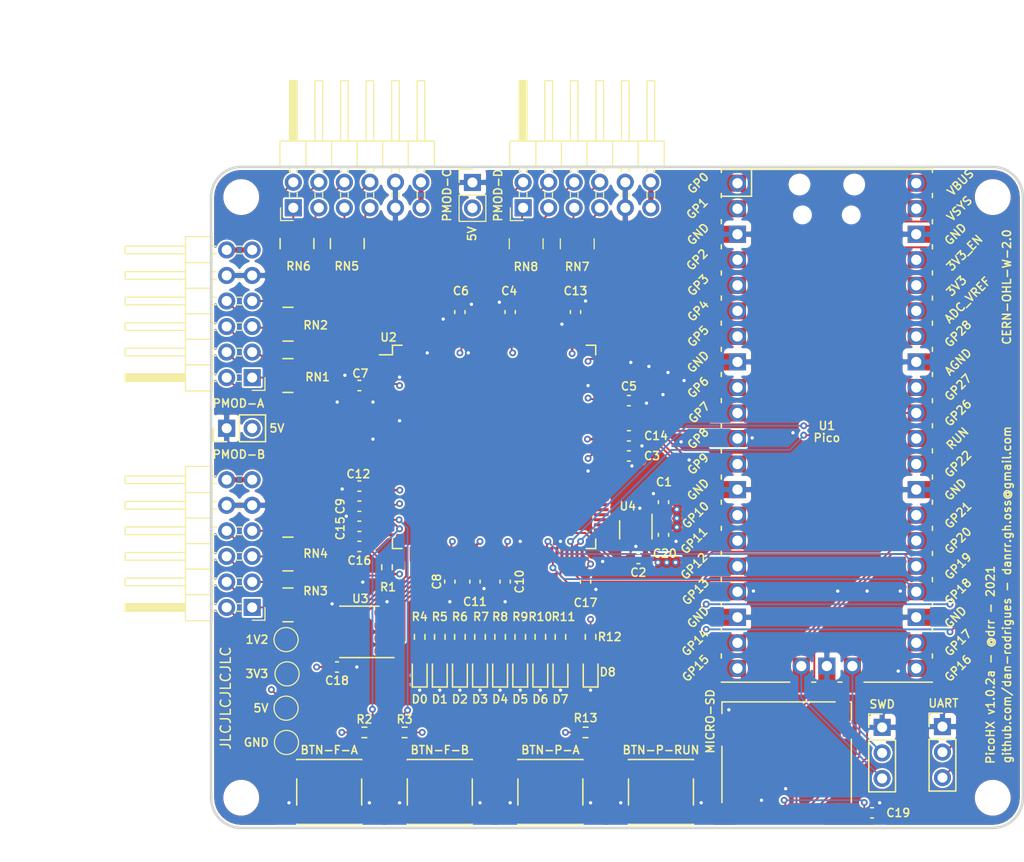
<source format=kicad_pcb>
(kicad_pcb (version 20171130) (host pcbnew "(5.1.8-0-10_14)")
  (layers (0 F.Cu signal) (1 In1.Cu power) (2 In2.Cu power) (31 B.Cu signal) (34 B.Paste user) (35 F.Paste user) (36 B.SilkS user) (37 F.SilkS user) (38 B.Mask user) (39 F.Mask user) (44 Edge.Cuts user))
  (net 0 "")
  (net 1 "Net-(U1-Pad35)")
  (net 2 "Net-(U1-Pad37)")
  (net 3 "Net-(U1-Pad39)")
  (net 4 "Net-(U2-Pad131)")
  (net 5 "Net-(U2-Pad130)")
  (net 6 "Net-(U2-Pad127)")
  (net 7 "Net-(U2-Pad126)")
  (net 8 "Net-(U2-Pad125)")
  (net 9 "Net-(U2-Pad124)")
  (net 10 "Net-(U2-Pad110)")
  (net 11 "Net-(U2-Pad109)")
  (net 12 "Net-(U2-Pad97)")
  (net 13 "Net-(U2-Pad96)")
  (net 14 "Net-(U2-Pad95)")
  (net 15 "Net-(U2-Pad85)")
  (net 16 "Net-(U2-Pad84)")
  (net 17 "Net-(U2-Pad83)")
  (net 18 "Net-(U2-Pad82)")
  (net 19 "Net-(U2-Pad77)")
  (net 20 "Net-(U2-Pad55)")
  (net 21 "Net-(U2-Pad54)")
  (net 22 "Net-(U2-Pad53)")
  (net 23 "Net-(U2-Pad40)")
  (net 24 "Net-(U2-Pad32)")
  (net 25 "Net-(U2-Pad31)")
  (net 26 "Net-(U2-Pad18)")
  (net 27 "Net-(U2-Pad17)")
  (net 28 "Net-(U2-Pad16)")
  (net 29 "Net-(U2-Pad15)")
  (net 30 GND)
  (net 31 +3V3)
  (net 32 "Net-(J1-Pad10)")
  (net 33 "Net-(J1-Pad4)")
  (net 34 "Net-(J1-Pad9)")
  (net 35 "Net-(J1-Pad3)")
  (net 36 "Net-(J1-Pad8)")
  (net 37 "Net-(J1-Pad2)")
  (net 38 "Net-(J1-Pad7)")
  (net 39 "Net-(J1-Pad1)")
  (net 40 "Net-(SW1-Pad1)")
  (net 41 /FPGA_RPIO_7)
  (net 42 /FPGA_RPIO_S0)
  (net 43 /FPGA_RPIO_S1)
  (net 44 /SD_DAT0)
  (net 45 /SD_DAT1)
  (net 46 /SD_DAT2)
  (net 47 /SD_DAT3)
  (net 48 /SD_CLK)
  (net 49 /SD_CMD)
  (net 50 +5V)
  (net 51 /FPGA_RPIO_0)
  (net 52 /FPGA_CLK)
  (net 53 /FPGA_CDONE)
  (net 54 /~FPGA_CRESET)
  (net 55 /FPGA_SS)
  (net 56 /FPGA_SCK)
  (net 57 /FPGA_SDI)
  (net 58 /FPGA_SDO)
  (net 59 /UART_RX)
  (net 60 /UART_TX)
  (net 61 /FPGA_RPIO_6)
  (net 62 /FPGA_RPIO_5)
  (net 63 /FPGA_RPIO_4)
  (net 64 /FPGA_RPIO_3)
  (net 65 /FPGA_RPIO_2)
  (net 66 /FPGA_RPIO_1)
  (net 67 "Net-(J2-Pad10)")
  (net 68 "Net-(J2-Pad4)")
  (net 69 "Net-(J2-Pad9)")
  (net 70 "Net-(J2-Pad3)")
  (net 71 "Net-(J2-Pad8)")
  (net 72 "Net-(J2-Pad2)")
  (net 73 "Net-(J2-Pad7)")
  (net 74 "Net-(J2-Pad1)")
  (net 75 /PMOD_B10)
  (net 76 /PMOD_B9)
  (net 77 /PMOD_B8)
  (net 78 /PMOD_B7)
  (net 79 /PMOD_B4)
  (net 80 /PMOD_B3)
  (net 81 /PMOD_B2)
  (net 82 /PMOD_B1)
  (net 83 /PMOD_A10)
  (net 84 /PMOD_A9)
  (net 85 /PMOD_A8)
  (net 86 /PMOD_A7)
  (net 87 /PMOD_A4)
  (net 88 /PMOD_A3)
  (net 89 /PMOD_A2)
  (net 90 /PMOD_A1)
  (net 91 /PSRAM_SO)
  (net 92 /PSRAM_SI)
  (net 93 /PSRAM_SIO2)
  (net 94 /PSRAM_SIO3)
  (net 95 /PSRAM_SCK)
  (net 96 /~PSRAM_CS)
  (net 97 +1V2)
  (net 98 "Net-(U4-Pad4)")
  (net 99 /FPGA_VCCPLL)
  (net 100 /FPGA_GNDPLL)
  (net 101 "Net-(J4-Pad10)")
  (net 102 "Net-(J4-Pad4)")
  (net 103 "Net-(J4-Pad9)")
  (net 104 "Net-(J4-Pad3)")
  (net 105 "Net-(J4-Pad8)")
  (net 106 "Net-(J4-Pad2)")
  (net 107 "Net-(J4-Pad7)")
  (net 108 "Net-(J4-Pad1)")
  (net 109 "Net-(J5-Pad10)")
  (net 110 "Net-(J5-Pad4)")
  (net 111 "Net-(J5-Pad9)")
  (net 112 "Net-(J5-Pad3)")
  (net 113 "Net-(J5-Pad8)")
  (net 114 "Net-(J5-Pad2)")
  (net 115 "Net-(J5-Pad7)")
  (net 116 "Net-(J5-Pad1)")
  (net 117 /RP_SWCLK)
  (net 118 /RP_SWDIO)
  (net 119 /PMOD_C4)
  (net 120 /PMOD_C3)
  (net 121 /PMOD_C1)
  (net 122 /PMOD_C2)
  (net 123 /PMOD_C10)
  (net 124 /PMOD_C9)
  (net 125 /PMOD_C7)
  (net 126 /PMOD_C8)
  (net 127 /PMOD_D4)
  (net 128 /PMOD_D3)
  (net 129 /PMOD_D1)
  (net 130 /PMOD_D2)
  (net 131 /PMOD_D10)
  (net 132 /PMOD_D9)
  (net 133 /PMOD_D7)
  (net 134 /PMOD_D8)
  (net 135 /BTN_A)
  (net 136 /BTN_B)
  (net 137 "Net-(D2-Pad2)")
  (net 138 "Net-(D3-Pad2)")
  (net 139 "Net-(D4-Pad2)")
  (net 140 "Net-(D5-Pad2)")
  (net 141 "Net-(D6-Pad2)")
  (net 142 "Net-(D7-Pad2)")
  (net 143 /LED_0)
  (net 144 /LED_1)
  (net 145 /LED_2)
  (net 146 /LED_3)
  (net 147 /LED_4)
  (net 148 /LED_5)
  (net 149 /LED_6)
  (net 150 /LED_7)
  (net 151 "Net-(U2-Pad76)")
  (net 152 "Net-(U2-Pad50)")
  (net 153 "Net-(U2-Pad75)")
  (net 154 "Net-(U2-Pad74)")
  (net 155 "Net-(U2-Pad73)")
  (net 156 "Net-(U2-Pad64)")
  (net 157 "Net-(U2-Pad63)")
  (net 158 "Net-(D0-Pad2)")
  (net 159 "Net-(D1-Pad2)")
  (net 160 /BTN_P)
  (net 161 "Net-(U2-Pad62)")
  (net 162 "Net-(U2-Pad61)")
  (net 163 "Net-(U2-Pad91)")
  (net 164 "Net-(U2-Pad90)")
  (net 165 "Net-(U2-Pad88)")
  (net 166 "Net-(U2-Pad87)")
  (net 167 "Net-(U2-Pad81)")
  (net 168 "Net-(U2-Pad80)")
  (net 169 "Net-(U2-Pad79)")
  (net 170 "Net-(U2-Pad78)")
  (net 171 "Net-(U2-Pad10)")
  (net 172 "Net-(U2-Pad9)")
  (net 173 "Net-(U2-Pad115)")
  (net 174 "Net-(U2-Pad114)")
  (net 175 "Net-(U2-Pad113)")
  (net 176 "Net-(U2-Pad112)")
  (net 177 "Net-(U2-Pad136)")
  (net 178 "Net-(U2-Pad135)")
  (net 179 "Net-(U2-Pad134)")
  (net 180 "Net-(U2-Pad12)")
  (net 181 "Net-(U2-Pad11)")
  (module PMOD:PMOD_Double_Mirrored (layer F.Cu) (at 68.9102 87.99 180)
    (fp_text reference J2 hide)
    (fp_text value PMOD_B)
    (fp_text user PMOD-B (at -3.6068 10.139 180) (layer F.SilkS) (effects (font (size 0.8128 0.8128) (thickness 0.1524))))
    (pad 12 thru_hole oval (at -2.39 7.62 180) (size 1.7 1.7) (drill 1) (layers *.Cu *.Mask) (net 31 +3V3))
    (pad 6 thru_hole oval (at -4.93 7.62 180) (size 1.7 1.7) (drill 1) (layers *.Cu *.Mask) (net 31 +3V3))
    (pad 11 thru_hole oval (at -2.39 5.08 180) (size 1.7 1.7) (drill 1) (layers *.Cu *.Mask) (net 30 GND))
    (pad 5 thru_hole oval (at -4.93 5.08 180) (size 1.7 1.7) (drill 1) (layers *.Cu *.Mask) (net 30 GND))
    (pad 10 thru_hole oval (at -2.39 2.54 180) (size 1.7 1.7) (drill 1) (layers *.Cu *.Mask) (net 67 "Net-(J2-Pad10)"))
    (pad 4 thru_hole oval (at -4.93 2.54 180) (size 1.7 1.7) (drill 1) (layers *.Cu *.Mask) (net 68 "Net-(J2-Pad4)"))
    (pad 9 thru_hole oval (at -2.39 0 180) (size 1.7 1.7) (drill 1) (layers *.Cu *.Mask) (net 69 "Net-(J2-Pad9)"))
    (pad 3 thru_hole oval (at -4.93 0 180) (size 1.7 1.7) (drill 1) (layers *.Cu *.Mask) (net 70 "Net-(J2-Pad3)"))
    (pad 8 thru_hole oval (at -2.39 -2.54 180) (size 1.7 1.7) (drill 1) (layers *.Cu *.Mask) (net 71 "Net-(J2-Pad8)"))
    (pad 2 thru_hole oval (at -4.93 -2.54 180) (size 1.7 1.7) (drill 1) (layers *.Cu *.Mask) (net 72 "Net-(J2-Pad2)"))
    (pad 7 thru_hole oval (at -2.39 -5.08 180) (size 1.7 1.7) (drill 1) (layers *.Cu *.Mask) (net 73 "Net-(J2-Pad7)"))
    (pad 1 thru_hole rect (at -4.93 -5.08 180) (size 1.7 1.7) (drill 1) (layers *.Cu *.Mask) (net 74 "Net-(J2-Pad1)"))
  )
  (module PMOD:PMOD_Double_Mirrored (layer F.Cu) (at 68.9102 65.13 180)
    (fp_text reference J1 hide)
    (fp_text value PMOD_A)
    (fp_text user PMOD-A (at -3.556 -7.641 180) (layer F.SilkS) (effects (font (size 0.8128 0.8128) (thickness 0.1524))))
    (pad 12 thru_hole oval (at -2.39 7.62 180) (size 1.7 1.7) (drill 1) (layers *.Cu *.Mask) (net 31 +3V3))
    (pad 6 thru_hole oval (at -4.93 7.62 180) (size 1.7 1.7) (drill 1) (layers *.Cu *.Mask) (net 31 +3V3))
    (pad 11 thru_hole oval (at -2.39 5.08 180) (size 1.7 1.7) (drill 1) (layers *.Cu *.Mask) (net 30 GND))
    (pad 5 thru_hole oval (at -4.93 5.08 180) (size 1.7 1.7) (drill 1) (layers *.Cu *.Mask) (net 30 GND))
    (pad 10 thru_hole oval (at -2.39 2.54 180) (size 1.7 1.7) (drill 1) (layers *.Cu *.Mask) (net 32 "Net-(J1-Pad10)"))
    (pad 4 thru_hole oval (at -4.93 2.54 180) (size 1.7 1.7) (drill 1) (layers *.Cu *.Mask) (net 33 "Net-(J1-Pad4)"))
    (pad 9 thru_hole oval (at -2.39 0 180) (size 1.7 1.7) (drill 1) (layers *.Cu *.Mask) (net 34 "Net-(J1-Pad9)"))
    (pad 3 thru_hole oval (at -4.93 0 180) (size 1.7 1.7) (drill 1) (layers *.Cu *.Mask) (net 35 "Net-(J1-Pad3)"))
    (pad 8 thru_hole oval (at -2.39 -2.54 180) (size 1.7 1.7) (drill 1) (layers *.Cu *.Mask) (net 36 "Net-(J1-Pad8)"))
    (pad 2 thru_hole oval (at -4.93 -2.54 180) (size 1.7 1.7) (drill 1) (layers *.Cu *.Mask) (net 37 "Net-(J1-Pad2)"))
    (pad 7 thru_hole oval (at -2.39 -5.08 180) (size 1.7 1.7) (drill 1) (layers *.Cu *.Mask) (net 38 "Net-(J1-Pad7)"))
    (pad 1 thru_hole rect (at -4.93 -5.08 180) (size 1.7 1.7) (drill 1) (layers *.Cu *.Mask) (net 39 "Net-(J1-Pad1)"))
  )
  (module PMOD:PMOD_Double_Mirrored (layer F.Cu) (at 83.01 48.387 90)
    (fp_text reference J4 hide)
    (fp_text value PMOD_C)
    (fp_text user PMOD-C (at -3.683 10.208 90) (layer F.SilkS) (effects (font (size 0.8128 0.8128) (thickness 0.1524))))
    (pad 12 thru_hole oval (at -2.39 7.62 90) (size 1.7 1.7) (drill 1) (layers *.Cu *.Mask) (net 31 +3V3))
    (pad 6 thru_hole oval (at -4.93 7.62 90) (size 1.7 1.7) (drill 1) (layers *.Cu *.Mask) (net 31 +3V3))
    (pad 11 thru_hole oval (at -2.39 5.08 90) (size 1.7 1.7) (drill 1) (layers *.Cu *.Mask) (net 30 GND))
    (pad 5 thru_hole oval (at -4.93 5.08 90) (size 1.7 1.7) (drill 1) (layers *.Cu *.Mask) (net 30 GND))
    (pad 10 thru_hole oval (at -2.39 2.54 90) (size 1.7 1.7) (drill 1) (layers *.Cu *.Mask) (net 101 "Net-(J4-Pad10)"))
    (pad 4 thru_hole oval (at -4.93 2.54 90) (size 1.7 1.7) (drill 1) (layers *.Cu *.Mask) (net 102 "Net-(J4-Pad4)"))
    (pad 9 thru_hole oval (at -2.39 0 90) (size 1.7 1.7) (drill 1) (layers *.Cu *.Mask) (net 103 "Net-(J4-Pad9)"))
    (pad 3 thru_hole oval (at -4.93 0 90) (size 1.7 1.7) (drill 1) (layers *.Cu *.Mask) (net 104 "Net-(J4-Pad3)"))
    (pad 8 thru_hole oval (at -2.39 -2.54 90) (size 1.7 1.7) (drill 1) (layers *.Cu *.Mask) (net 105 "Net-(J4-Pad8)"))
    (pad 2 thru_hole oval (at -4.93 -2.54 90) (size 1.7 1.7) (drill 1) (layers *.Cu *.Mask) (net 106 "Net-(J4-Pad2)"))
    (pad 7 thru_hole oval (at -2.39 -5.08 90) (size 1.7 1.7) (drill 1) (layers *.Cu *.Mask) (net 107 "Net-(J4-Pad7)"))
    (pad 1 thru_hole rect (at -4.93 -5.08 90) (size 1.7 1.7) (drill 1) (layers *.Cu *.Mask) (net 108 "Net-(J4-Pad1)"))
  )
  (module PMOD:PMOD_Double_Mirrored (layer F.Cu) (at 105.87 48.387 90)
    (fp_text reference J5 hide)
    (fp_text value PMOD_D)
    (fp_text user PMOD-D (at -3.683 -7.572 90) (layer F.SilkS) (effects (font (size 0.8128 0.8128) (thickness 0.1524))))
    (pad 12 thru_hole oval (at -2.39 7.62 90) (size 1.7 1.7) (drill 1) (layers *.Cu *.Mask) (net 31 +3V3))
    (pad 6 thru_hole oval (at -4.93 7.62 90) (size 1.7 1.7) (drill 1) (layers *.Cu *.Mask) (net 31 +3V3))
    (pad 11 thru_hole oval (at -2.39 5.08 90) (size 1.7 1.7) (drill 1) (layers *.Cu *.Mask) (net 30 GND))
    (pad 5 thru_hole oval (at -4.93 5.08 90) (size 1.7 1.7) (drill 1) (layers *.Cu *.Mask) (net 30 GND))
    (pad 10 thru_hole oval (at -2.39 2.54 90) (size 1.7 1.7) (drill 1) (layers *.Cu *.Mask) (net 109 "Net-(J5-Pad10)"))
    (pad 4 thru_hole oval (at -4.93 2.54 90) (size 1.7 1.7) (drill 1) (layers *.Cu *.Mask) (net 110 "Net-(J5-Pad4)"))
    (pad 9 thru_hole oval (at -2.39 0 90) (size 1.7 1.7) (drill 1) (layers *.Cu *.Mask) (net 111 "Net-(J5-Pad9)"))
    (pad 3 thru_hole oval (at -4.93 0 90) (size 1.7 1.7) (drill 1) (layers *.Cu *.Mask) (net 112 "Net-(J5-Pad3)"))
    (pad 8 thru_hole oval (at -2.39 -2.54 90) (size 1.7 1.7) (drill 1) (layers *.Cu *.Mask) (net 113 "Net-(J5-Pad8)"))
    (pad 2 thru_hole oval (at -4.93 -2.54 90) (size 1.7 1.7) (drill 1) (layers *.Cu *.Mask) (net 114 "Net-(J5-Pad2)"))
    (pad 7 thru_hole oval (at -2.39 -5.08 90) (size 1.7 1.7) (drill 1) (layers *.Cu *.Mask) (net 115 "Net-(J5-Pad7)"))
    (pad 1 thru_hole rect (at -4.93 -5.08 90) (size 1.7 1.7) (drill 1) (layers *.Cu *.Mask) (net 116 "Net-(J5-Pad1)"))
  )
  (module Resistor_SMD:R_Array_Convex_4x0603 (layer F.Cu) (at 101.092 56.896 270)
    (fp_text reference RN8 (at 2.286 0.0254 180) (layer F.SilkS) (effects (font (size 0.8128 0.8128))))
    (fp_text value 33R)
    (pad 5 smd rect (at 0.9 1.2 270) (size 0.8 0.5) (layers F.Cu F.Paste F.Mask) (net 133 /PMOD_D7))
    (pad 6 smd rect (at 0.9 0.4 270) (size 0.8 0.4) (layers F.Cu F.Paste F.Mask) (net 129 /PMOD_D1))
    (pad 8 smd rect (at 0.9 -1.2 270) (size 0.8 0.5) (layers F.Cu F.Paste F.Mask) (net 130 /PMOD_D2))
    (pad 7 smd rect (at 0.9 -0.4 270) (size 0.8 0.4) (layers F.Cu F.Paste F.Mask) (net 134 /PMOD_D8))
    (pad 4 smd rect (at -0.9 1.2 270) (size 0.8 0.5) (layers F.Cu F.Paste F.Mask) (net 115 "Net-(J5-Pad7)"))
    (pad 2 smd rect (at -0.9 -0.4 270) (size 0.8 0.4) (layers F.Cu F.Paste F.Mask) (net 113 "Net-(J5-Pad8)"))
    (pad 3 smd rect (at -0.9 0.4 270) (size 0.8 0.4) (layers F.Cu F.Paste F.Mask) (net 116 "Net-(J5-Pad1)"))
    (pad 1 smd rect (at -0.9 -1.2 270) (size 0.8 0.5) (layers F.Cu F.Paste F.Mask) (net 114 "Net-(J5-Pad2)"))
  )
  (module Resistor_SMD:R_Array_Convex_4x0603 (layer F.Cu) (at 106.172 56.896 270)
    (fp_text reference RN7 (at 2.286 0 180) (layer F.SilkS) (effects (font (size 0.8128 0.8128))))
    (fp_text value 33R)
    (pad 5 smd rect (at 0.9 1.2 270) (size 0.8 0.5) (layers F.Cu F.Paste F.Mask) (net 132 /PMOD_D9))
    (pad 6 smd rect (at 0.9 0.4 270) (size 0.8 0.4) (layers F.Cu F.Paste F.Mask) (net 128 /PMOD_D3))
    (pad 8 smd rect (at 0.9 -1.2 270) (size 0.8 0.5) (layers F.Cu F.Paste F.Mask) (net 127 /PMOD_D4))
    (pad 7 smd rect (at 0.9 -0.4 270) (size 0.8 0.4) (layers F.Cu F.Paste F.Mask) (net 131 /PMOD_D10))
    (pad 4 smd rect (at -0.9 1.2 270) (size 0.8 0.5) (layers F.Cu F.Paste F.Mask) (net 111 "Net-(J5-Pad9)"))
    (pad 2 smd rect (at -0.9 -0.4 270) (size 0.8 0.4) (layers F.Cu F.Paste F.Mask) (net 109 "Net-(J5-Pad10)"))
    (pad 3 smd rect (at -0.9 0.4 270) (size 0.8 0.4) (layers F.Cu F.Paste F.Mask) (net 112 "Net-(J5-Pad3)"))
    (pad 1 smd rect (at -0.9 -1.2 270) (size 0.8 0.5) (layers F.Cu F.Paste F.Mask) (net 110 "Net-(J5-Pad4)"))
  )
  (module TestPoint:TestPoint_Pad_D2.0mm (layer F.Cu) (at 77.25 106.5)
    (fp_text reference TP4 hide)
    (fp_text value TP_GND)
    (fp_text user GND (at -3 0) (layer F.SilkS) (effects (font (size 0.8128 0.8128) (thickness 0.1524))))
    (pad 1 smd circle (at 0 0) (size 2 2) (layers F.Cu F.Mask) (net 30 GND))
  )
  (module TestPoint:TestPoint_Pad_D2.0mm (layer F.Cu) (at 77.21 103.088666)
    (fp_text reference TP3 hide)
    (fp_text value TP_5V)
    (fp_text user 5V (at -2.5 0 -180) (layer F.SilkS) (effects (font (size 0.8128 0.8128) (thickness 0.1524))))
    (pad 1 smd circle (at 0 0) (size 2 2) (layers F.Cu F.Mask) (net 50 +5V))
  )
  (module TestPoint:TestPoint_Pad_D2.0mm (layer F.Cu) (at 77.31 99.677333)
    (fp_text reference TP2 hide)
    (fp_text value TP_3V3)
    (fp_text user 3V3 (at -3 -0.01) (layer F.SilkS) (effects (font (size 0.8128 0.8128) (thickness 0.1524))))
    (pad 1 smd circle (at 0 0) (size 2 2) (layers F.Cu F.Mask) (net 31 +3V3))
  )
  (module TestPoint:TestPoint_Pad_D2.0mm (layer F.Cu) (at 77.21 96.266 180)
    (fp_text reference TP1 hide)
    (fp_text value TP_1V2)
    (fp_text user 1V2 (at 2.887047 0) (layer F.SilkS) (effects (font (size 0.8128 0.8128) (thickness 0.1524))))
    (pad 1 smd circle (at 0 0 180) (size 2 2) (layers F.Cu F.Mask) (net 97 +1V2))
  )
  (module Button_Switch_SMD:SW_SPST_PTS645 (layer F.Cu) (at 81.5 111.424999)
    (fp_text reference SW2 hide)
    (fp_text value BTN_A)
    (fp_text user BTN-F-A (at 0 -4.174999) (layer F.SilkS) (effects (font (size 0.8128 0.8128) (thickness 0.1524))))
    (pad 2 smd rect (at 3.98 2.25) (size 1.55 1.3) (layers F.Cu F.Paste F.Mask) (net 30 GND))
    (pad 1 smd rect (at 3.98 -2.25) (size 1.55 1.3) (layers F.Cu F.Paste F.Mask) (net 135 /BTN_A))
    (pad 1 smd rect (at -3.98 -2.25) (size 1.55 1.3) (layers F.Cu F.Paste F.Mask) (net 135 /BTN_A))
    (pad 2 smd rect (at -3.98 2.25) (size 1.55 1.3) (layers F.Cu F.Paste F.Mask) (net 30 GND))
  )
  (module Connector_PinHeader_2.54mm:PinHeader_1x02_P2.54mm_Vertical (layer F.Cu) (at 95.75 50.8)
    (fp_text reference J9 hide)
    (fp_text value 5V_CD)
    (fp_text user 5V (at -0.05 5.1 90) (layer F.SilkS) (effects (font (size 0.8128 0.8128) (thickness 0.1524))))
    (pad 2 thru_hole oval (at 0 2.54) (size 1.7 1.7) (drill 1) (layers *.Cu *.Mask) (net 50 +5V))
    (pad 1 thru_hole rect (at 0 0) (size 1.7 1.7) (drill 1) (layers *.Cu *.Mask) (net 30 GND))
  )
  (module MountingHole:MountingHole_3.2mm_M3_DIN965 (layer F.Cu) (at 72.75 112)
    (fp_text reference H4 hide)
    (fp_text value MountingHole)
    (pad 1 np_thru_hole circle (at 0 0) (size 3.2 3.2) (drill 3.2) (layers *.Cu *.Mask))
  )
  (module MountingHole:MountingHole_3.2mm_M3_DIN965 (layer F.Cu) (at 147.5 112)
    (fp_text reference H3 hide)
    (fp_text value MountingHole)
    (pad 1 np_thru_hole circle (at 0 0) (size 3.2 3.2) (drill 3.2) (layers *.Cu *.Mask))
  )
  (module MountingHole:MountingHole_3.2mm_M3_DIN965 (layer F.Cu) (at 147.5 52.25)
    (fp_text reference H2 hide)
    (fp_text value MountingHole)
    (pad 1 np_thru_hole circle (at 0 0) (size 3.2 3.2) (drill 3.2) (layers *.Cu *.Mask))
  )
  (module MountingHole:MountingHole_3.2mm_M3_DIN965 (layer F.Cu) (at 72.75 52.25)
    (fp_text reference H1 hide)
    (fp_text value MountingHole)
    (pad 1 np_thru_hole circle (at 0 0) (size 3.2 3.2) (drill 3.2) (layers *.Cu *.Mask))
  )
  (module Resistor_SMD:R_Array_Convex_4x0603 (layer F.Cu) (at 77.3938 87.757)
    (fp_text reference RN4 (at 2.75 -0.05) (layer F.SilkS) (effects (font (size 0.8128 0.8128) (thickness 0.1524))))
    (fp_text value 33R)
    (pad 5 smd rect (at 0.9 1.2) (size 0.8 0.5) (layers F.Cu F.Paste F.Mask) (net 76 /PMOD_B9))
    (pad 6 smd rect (at 0.9 0.4) (size 0.8 0.4) (layers F.Cu F.Paste F.Mask) (net 80 /PMOD_B3))
    (pad 8 smd rect (at 0.9 -1.2) (size 0.8 0.5) (layers F.Cu F.Paste F.Mask) (net 79 /PMOD_B4))
    (pad 7 smd rect (at 0.9 -0.4) (size 0.8 0.4) (layers F.Cu F.Paste F.Mask) (net 75 /PMOD_B10))
    (pad 4 smd rect (at -0.9 1.2) (size 0.8 0.5) (layers F.Cu F.Paste F.Mask) (net 69 "Net-(J2-Pad9)"))
    (pad 2 smd rect (at -0.9 -0.4) (size 0.8 0.4) (layers F.Cu F.Paste F.Mask) (net 67 "Net-(J2-Pad10)"))
    (pad 3 smd rect (at -0.9 0.4) (size 0.8 0.4) (layers F.Cu F.Paste F.Mask) (net 70 "Net-(J2-Pad3)"))
    (pad 1 smd rect (at -0.9 -1.2) (size 0.8 0.5) (layers F.Cu F.Paste F.Mask) (net 68 "Net-(J2-Pad4)"))
  )
  (module Resistor_SMD:R_Array_Convex_4x0603 (layer F.Cu) (at 77.3938 92.8166)
    (fp_text reference RN3 (at 2.7432 -1.3766 180) (layer F.SilkS) (effects (font (size 0.8128 0.8128) (thickness 0.1524))))
    (fp_text value 33R)
    (pad 5 smd rect (at 0.9 1.2) (size 0.8 0.5) (layers F.Cu F.Paste F.Mask) (net 78 /PMOD_B7))
    (pad 6 smd rect (at 0.9 0.4) (size 0.8 0.4) (layers F.Cu F.Paste F.Mask) (net 82 /PMOD_B1))
    (pad 8 smd rect (at 0.9 -1.2) (size 0.8 0.5) (layers F.Cu F.Paste F.Mask) (net 81 /PMOD_B2))
    (pad 7 smd rect (at 0.9 -0.4) (size 0.8 0.4) (layers F.Cu F.Paste F.Mask) (net 77 /PMOD_B8))
    (pad 4 smd rect (at -0.9 1.2) (size 0.8 0.5) (layers F.Cu F.Paste F.Mask) (net 73 "Net-(J2-Pad7)"))
    (pad 2 smd rect (at -0.9 -0.4) (size 0.8 0.4) (layers F.Cu F.Paste F.Mask) (net 71 "Net-(J2-Pad8)"))
    (pad 3 smd rect (at -0.9 0.4) (size 0.8 0.4) (layers F.Cu F.Paste F.Mask) (net 74 "Net-(J2-Pad1)"))
    (pad 1 smd rect (at -0.9 -1.2) (size 0.8 0.5) (layers F.Cu F.Paste F.Mask) (net 72 "Net-(J2-Pad2)"))
  )
  (module Resistor_SMD:R_Array_Convex_4x0603 (layer F.Cu) (at 77.4024 64.897)
    (fp_text reference RN2 (at 2.75 0.1 180) (layer F.SilkS) (effects (font (size 0.8128 0.8128) (thickness 0.1524))))
    (fp_text value 33R)
    (pad 5 smd rect (at 0.9 1.2) (size 0.8 0.5) (layers F.Cu F.Paste F.Mask) (net 84 /PMOD_A9))
    (pad 6 smd rect (at 0.9 0.4) (size 0.8 0.4) (layers F.Cu F.Paste F.Mask) (net 88 /PMOD_A3))
    (pad 8 smd rect (at 0.9 -1.2) (size 0.8 0.5) (layers F.Cu F.Paste F.Mask) (net 87 /PMOD_A4))
    (pad 7 smd rect (at 0.9 -0.4) (size 0.8 0.4) (layers F.Cu F.Paste F.Mask) (net 83 /PMOD_A10))
    (pad 4 smd rect (at -0.9 1.2) (size 0.8 0.5) (layers F.Cu F.Paste F.Mask) (net 34 "Net-(J1-Pad9)"))
    (pad 2 smd rect (at -0.9 -0.4) (size 0.8 0.4) (layers F.Cu F.Paste F.Mask) (net 32 "Net-(J1-Pad10)"))
    (pad 3 smd rect (at -0.9 0.4) (size 0.8 0.4) (layers F.Cu F.Paste F.Mask) (net 35 "Net-(J1-Pad3)"))
    (pad 1 smd rect (at -0.9 -1.2) (size 0.8 0.5) (layers F.Cu F.Paste F.Mask) (net 33 "Net-(J1-Pad4)"))
  )
  (module Resistor_SMD:R_Array_Convex_4x0603 (layer F.Cu) (at 77.3938 70.0024)
    (fp_text reference RN1 (at 2.95 0.15) (layer F.SilkS) (effects (font (size 0.8128 0.8128) (thickness 0.1524))))
    (fp_text value 33R)
    (pad 5 smd rect (at 0.9 1.2) (size 0.8 0.5) (layers F.Cu F.Paste F.Mask) (net 86 /PMOD_A7))
    (pad 6 smd rect (at 0.9 0.4) (size 0.8 0.4) (layers F.Cu F.Paste F.Mask) (net 90 /PMOD_A1))
    (pad 8 smd rect (at 0.9 -1.2) (size 0.8 0.5) (layers F.Cu F.Paste F.Mask) (net 89 /PMOD_A2))
    (pad 7 smd rect (at 0.9 -0.4) (size 0.8 0.4) (layers F.Cu F.Paste F.Mask) (net 85 /PMOD_A8))
    (pad 4 smd rect (at -0.9 1.2) (size 0.8 0.5) (layers F.Cu F.Paste F.Mask) (net 38 "Net-(J1-Pad7)"))
    (pad 2 smd rect (at -0.9 -0.4) (size 0.8 0.4) (layers F.Cu F.Paste F.Mask) (net 36 "Net-(J1-Pad8)"))
    (pad 3 smd rect (at -0.9 0.4) (size 0.8 0.4) (layers F.Cu F.Paste F.Mask) (net 39 "Net-(J1-Pad1)"))
    (pad 1 smd rect (at -0.9 -1.2) (size 0.8 0.5) (layers F.Cu F.Paste F.Mask) (net 37 "Net-(J1-Pad2)"))
  )
  (module Button_Switch_SMD:SW_SPST_PTS645 (layer F.Cu) (at 103.5 111.424999)
    (fp_text reference SW4 hide)
    (fp_text value " BTN_R")
    (fp_text user BTN-P-A (at 0 -4.174999) (layer F.SilkS) (effects (font (size 0.8128 0.8128) (thickness 0.1524))))
    (pad 2 smd rect (at 3.98 2.25) (size 1.55 1.3) (layers F.Cu F.Paste F.Mask) (net 30 GND))
    (pad 1 smd rect (at 3.98 -2.25) (size 1.55 1.3) (layers F.Cu F.Paste F.Mask) (net 160 /BTN_P))
    (pad 1 smd rect (at -3.98 -2.25) (size 1.55 1.3) (layers F.Cu F.Paste F.Mask) (net 160 /BTN_P))
    (pad 2 smd rect (at -3.98 2.25) (size 1.55 1.3) (layers F.Cu F.Paste F.Mask) (net 30 GND))
  )
  (module Resistor_SMD:R_0603_1608Metric (layer F.Cu) (at 107 105.5)
    (fp_text reference R13 (at 0 -1.43) (layer F.SilkS) (effects (font (size 0.8128 0.8128) (thickness 0.1524))))
    (fp_text value 10k)
    (pad 2 smd roundrect (at 0.825 0) (size 0.8 0.95) (layers F.Cu F.Paste F.Mask) (net 160 /BTN_P))
    (pad 1 smd roundrect (at -0.825 0) (size 0.8 0.95) (layers F.Cu F.Paste F.Mask) (net 31 +3V3))
  )
  (module Connector_Card:microSD_HC_Hirose_DM3D-SF (layer F.Cu) (at 127 108.25)
    (fp_text reference J3 hide)
    (fp_text value Micro_SD)
    (fp_text user MICRO-SD (at -7.6 -3.85 90) (layer F.SilkS) (effects (font (size 0.8128 0.8128) (thickness 0.1524))))
    (pad 10 smd rect (at 5.575 -5.45) (size 1 1.55) (layers F.Cu F.Paste F.Mask))
    (pad 11 smd rect (at 5.625 5.225) (size 1.5 1.5) (layers F.Cu F.Paste F.Mask))
    (pad 1 smd rect (at 3.175 5.35) (size 0.7 1.75) (layers F.Cu F.Paste F.Mask) (net 46 /SD_DAT2))
    (pad 2 smd rect (at 2.075 5.35) (size 0.7 1.75) (layers F.Cu F.Paste F.Mask) (net 47 /SD_DAT3))
    (pad 3 smd rect (at 0.975 5.35) (size 0.7 1.75) (layers F.Cu F.Paste F.Mask) (net 49 /SD_CMD))
    (pad 4 smd rect (at -0.125 5.35) (size 0.7 1.75) (layers F.Cu F.Paste F.Mask) (net 31 +3V3))
    (pad 5 smd rect (at -1.225 5.35) (size 0.7 1.75) (layers F.Cu F.Paste F.Mask) (net 48 /SD_CLK))
    (pad 6 smd rect (at -2.325 5.35) (size 0.7 1.75) (layers F.Cu F.Paste F.Mask) (net 30 GND))
    (pad 7 smd rect (at -3.425 5.35) (size 0.7 1.75) (layers F.Cu F.Paste F.Mask) (net 44 /SD_DAT0))
    (pad 11 smd rect (at 5.975 -3.025) (size 0.8 1.4) (layers F.Cu F.Paste F.Mask))
    (pad 9 smd rect (at -5.65 -3.875) (size 1.45 1) (layers F.Cu F.Paste F.Mask) (net 30 GND))
    (pad 11 smd rect (at -5.975 -2.375) (size 0.8 1.5) (layers F.Cu F.Paste F.Mask))
    (pad 11 smd rect (at -5.725 5.225) (size 1.3 1.5) (layers F.Cu F.Paste F.Mask))
    (pad 8 smd rect (at -4.525 5.35) (size 0.7 1.75) (layers F.Cu F.Paste F.Mask) (net 45 /SD_DAT1))
  )
  (module Connector_PinHeader_2.54mm:PinHeader_1x02_P2.54mm_Vertical (layer F.Cu) (at 71.3 75.25 90)
    (fp_text reference J8 hide)
    (fp_text value 5V_AB)
    (fp_text user 5V (at 0 5) (layer F.SilkS) (effects (font (size 0.8128 0.8128) (thickness 0.1524))))
    (pad 2 thru_hole oval (at 0 2.54 90) (size 1.7 1.7) (drill 1) (layers *.Cu *.Mask) (net 50 +5V))
    (pad 1 thru_hole rect (at 0 0 90) (size 1.7 1.7) (drill 1) (layers *.Cu *.Mask) (net 30 GND))
  )
  (module Capacitor_SMD:C_0603_1608Metric (layer F.Cu) (at 114.75 85.85 270)
    (fp_text reference C20 (at 1.8562 -0.1342) (layer F.SilkS) (effects (font (size 0.8128 0.8128) (thickness 0.1524))))
    (fp_text value 10nF)
    (pad 2 smd roundrect (at 0.775 0 270) (size 0.9 0.95) (layers F.Cu F.Paste F.Mask) (net 30 GND))
    (pad 1 smd roundrect (at -0.775 0 270) (size 0.9 0.95) (layers F.Cu F.Paste F.Mask) (net 50 +5V))
  )
  (module Resistor_SMD:R_0603_1608Metric (layer F.Cu) (at 107.5 96 270)
    (fp_text reference R12 (at 0 -1.9 180) (layer F.SilkS) (effects (font (size 0.8128 0.8128) (thickness 0.1524))))
    (fp_text value 2.2k)
    (pad 2 smd roundrect (at 0.825 0 270) (size 0.8 0.95) (layers F.Cu F.Paste F.Mask) (net 53 /FPGA_CDONE))
    (pad 1 smd roundrect (at -0.825 0 270) (size 0.8 0.95) (layers F.Cu F.Paste F.Mask) (net 31 +3V3))
  )
  (module LED_SMD:LED_0603_1608Metric (layer F.Cu) (at 107.5 99.5 90)
    (fp_text reference D8 (at 0 1.7 180) (layer F.SilkS) (effects (font (size 0.8128 0.8128) (thickness 0.1524))))
    (fp_text value LED_B)
    (pad 2 smd roundrect (at 0.7875 0 90) (size 0.875 0.95) (layers F.Cu F.Paste F.Mask) (net 53 /FPGA_CDONE))
    (pad 1 smd roundrect (at -0.7875 0 90) (size 0.875 0.95) (layers F.Cu F.Paste F.Mask) (net 30 GND))
  )
  (module Resistor_SMD:R_0603_1608Metric (layer F.Cu) (at 104.5 96 270)
    (fp_text reference R11 (at -2 -0.3 180) (layer F.SilkS) (effects (font (size 0.8128 0.8128) (thickness 0.1524))))
    (fp_text value 2.2k)
    (pad 2 smd roundrect (at 0.825 0 270) (size 0.8 0.95) (layers F.Cu F.Paste F.Mask) (net 142 "Net-(D7-Pad2)"))
    (pad 1 smd roundrect (at -0.825 0 270) (size 0.8 0.95) (layers F.Cu F.Paste F.Mask) (net 150 /LED_7))
  )
  (module Resistor_SMD:R_0603_1608Metric (layer F.Cu) (at 102.5 96 270)
    (fp_text reference R10 (at -2 0 180) (layer F.SilkS) (effects (font (size 0.8128 0.8128) (thickness 0.1524))))
    (fp_text value 2.2k)
    (pad 2 smd roundrect (at 0.825 0 270) (size 0.8 0.95) (layers F.Cu F.Paste F.Mask) (net 141 "Net-(D6-Pad2)"))
    (pad 1 smd roundrect (at -0.825 0 270) (size 0.8 0.95) (layers F.Cu F.Paste F.Mask) (net 149 /LED_6))
  )
  (module Resistor_SMD:R_0603_1608Metric (layer F.Cu) (at 100.5 96 270)
    (fp_text reference R9 (at -2 0 180) (layer F.SilkS) (effects (font (size 0.8128 0.8128) (thickness 0.1524))))
    (fp_text value 2.2k)
    (pad 2 smd roundrect (at 0.825 0 270) (size 0.8 0.95) (layers F.Cu F.Paste F.Mask) (net 140 "Net-(D5-Pad2)"))
    (pad 1 smd roundrect (at -0.825 0 270) (size 0.8 0.95) (layers F.Cu F.Paste F.Mask) (net 148 /LED_5))
  )
  (module Resistor_SMD:R_0603_1608Metric (layer F.Cu) (at 98.5 96 270)
    (fp_text reference R8 (at -2 0 180) (layer F.SilkS) (effects (font (size 0.8128 0.8128) (thickness 0.1524))))
    (fp_text value 2.2k)
    (pad 2 smd roundrect (at 0.825 0 270) (size 0.8 0.95) (layers F.Cu F.Paste F.Mask) (net 139 "Net-(D4-Pad2)"))
    (pad 1 smd roundrect (at -0.825 0 270) (size 0.8 0.95) (layers F.Cu F.Paste F.Mask) (net 147 /LED_4))
  )
  (module Resistor_SMD:R_0603_1608Metric (layer F.Cu) (at 96.5 96 270)
    (fp_text reference R7 (at -2 -0.1 180) (layer F.SilkS) (effects (font (size 0.8128 0.8128) (thickness 0.1524))))
    (fp_text value 2.2k)
    (pad 2 smd roundrect (at 0.825 0 270) (size 0.8 0.95) (layers F.Cu F.Paste F.Mask) (net 138 "Net-(D3-Pad2)"))
    (pad 1 smd roundrect (at -0.825 0 270) (size 0.8 0.95) (layers F.Cu F.Paste F.Mask) (net 146 /LED_3))
  )
  (module Resistor_SMD:R_0603_1608Metric (layer F.Cu) (at 94.5 96 270)
    (fp_text reference R6 (at -2 0 180) (layer F.SilkS) (effects (font (size 0.8128 0.8128) (thickness 0.1524))))
    (fp_text value 2.2k)
    (pad 2 smd roundrect (at 0.825 0 270) (size 0.8 0.95) (layers F.Cu F.Paste F.Mask) (net 137 "Net-(D2-Pad2)"))
    (pad 1 smd roundrect (at -0.825 0 270) (size 0.8 0.95) (layers F.Cu F.Paste F.Mask) (net 145 /LED_2))
  )
  (module Resistor_SMD:R_0603_1608Metric (layer F.Cu) (at 92.5 96 270)
    (fp_text reference R5 (at -2 0 180) (layer F.SilkS) (effects (font (size 0.8128 0.8128) (thickness 0.1524))))
    (fp_text value 2.2k)
    (pad 2 smd roundrect (at 0.825 0 270) (size 0.8 0.95) (layers F.Cu F.Paste F.Mask) (net 159 "Net-(D1-Pad2)"))
    (pad 1 smd roundrect (at -0.825 0 270) (size 0.8 0.95) (layers F.Cu F.Paste F.Mask) (net 144 /LED_1))
  )
  (module Resistor_SMD:R_0603_1608Metric (layer F.Cu) (at 90.5 96 270)
    (fp_text reference R4 (at -2 0 180) (layer F.SilkS) (effects (font (size 0.8128 0.8128) (thickness 0.1524))))
    (fp_text value 2.2k)
    (pad 2 smd roundrect (at 0.825 0 270) (size 0.8 0.95) (layers F.Cu F.Paste F.Mask) (net 158 "Net-(D0-Pad2)"))
    (pad 1 smd roundrect (at -0.825 0 270) (size 0.8 0.95) (layers F.Cu F.Paste F.Mask) (net 143 /LED_0))
  )
  (module LED_SMD:LED_0603_1608Metric (layer F.Cu) (at 104.5 99.5 90)
    (fp_text reference D7 (at -2.7 0 180) (layer F.SilkS) (effects (font (size 0.8128 0.8128) (thickness 0.1524))))
    (fp_text value LED)
    (pad 2 smd roundrect (at 0.7875 0 90) (size 0.875 0.95) (layers F.Cu F.Paste F.Mask) (net 142 "Net-(D7-Pad2)"))
    (pad 1 smd roundrect (at -0.7875 0 90) (size 0.875 0.95) (layers F.Cu F.Paste F.Mask) (net 30 GND))
  )
  (module LED_SMD:LED_0603_1608Metric (layer F.Cu) (at 102.5 99.5 90)
    (fp_text reference D6 (at -2.7 0 180) (layer F.SilkS) (effects (font (size 0.8128 0.8128) (thickness 0.1524))))
    (fp_text value LED)
    (pad 2 smd roundrect (at 0.7875 0 90) (size 0.875 0.95) (layers F.Cu F.Paste F.Mask) (net 141 "Net-(D6-Pad2)"))
    (pad 1 smd roundrect (at -0.7875 0 90) (size 0.875 0.95) (layers F.Cu F.Paste F.Mask) (net 30 GND))
  )
  (module LED_SMD:LED_0603_1608Metric (layer F.Cu) (at 100.5 99.5 90)
    (fp_text reference D5 (at -2.7 0 180) (layer F.SilkS) (effects (font (size 0.8128 0.8128) (thickness 0.1524))))
    (fp_text value LED)
    (pad 2 smd roundrect (at 0.7875 0 90) (size 0.875 0.95) (layers F.Cu F.Paste F.Mask) (net 140 "Net-(D5-Pad2)"))
    (pad 1 smd roundrect (at -0.7875 0 90) (size 0.875 0.95) (layers F.Cu F.Paste F.Mask) (net 30 GND))
  )
  (module LED_SMD:LED_0603_1608Metric (layer F.Cu) (at 98.5 99.5 90)
    (fp_text reference D4 (at -2.7 0 180) (layer F.SilkS) (effects (font (size 0.8128 0.8128) (thickness 0.1524))))
    (fp_text value LED)
    (pad 2 smd roundrect (at 0.7875 0 90) (size 0.875 0.95) (layers F.Cu F.Paste F.Mask) (net 139 "Net-(D4-Pad2)"))
    (pad 1 smd roundrect (at -0.7875 0 90) (size 0.875 0.95) (layers F.Cu F.Paste F.Mask) (net 30 GND))
  )
  (module LED_SMD:LED_0603_1608Metric (layer F.Cu) (at 96.5 99.5 90)
    (fp_text reference D3 (at -2.7 0 180) (layer F.SilkS) (effects (font (size 0.8128 0.8128) (thickness 0.1524))))
    (fp_text value LED)
    (pad 2 smd roundrect (at 0.7875 0 90) (size 0.875 0.95) (layers F.Cu F.Paste F.Mask) (net 138 "Net-(D3-Pad2)"))
    (pad 1 smd roundrect (at -0.7875 0 90) (size 0.875 0.95) (layers F.Cu F.Paste F.Mask) (net 30 GND))
  )
  (module LED_SMD:LED_0603_1608Metric (layer F.Cu) (at 94.5 99.5 90)
    (fp_text reference D2 (at -2.7 0 180) (layer F.SilkS) (effects (font (size 0.8128 0.8128) (thickness 0.1524))))
    (fp_text value LED)
    (pad 2 smd roundrect (at 0.7875 0 90) (size 0.875 0.95) (layers F.Cu F.Paste F.Mask) (net 137 "Net-(D2-Pad2)"))
    (pad 1 smd roundrect (at -0.7875 0 90) (size 0.875 0.95) (layers F.Cu F.Paste F.Mask) (net 30 GND))
  )
  (module LED_SMD:LED_0603_1608Metric (layer F.Cu) (at 92.5 99.5 90)
    (fp_text reference D1 (at -2.7 0 180) (layer F.SilkS) (effects (font (size 0.8128 0.8128) (thickness 0.1524))))
    (fp_text value LED)
    (pad 2 smd roundrect (at 0.7875 0 90) (size 0.875 0.95) (layers F.Cu F.Paste F.Mask) (net 159 "Net-(D1-Pad2)"))
    (pad 1 smd roundrect (at -0.7875 0 90) (size 0.875 0.95) (layers F.Cu F.Paste F.Mask) (net 30 GND))
  )
  (module LED_SMD:LED_0603_1608Metric (layer F.Cu) (at 90.5 99.5 90)
    (fp_text reference D0 (at -2.7 0 180) (layer F.SilkS) (effects (font (size 0.8128 0.8128) (thickness 0.1524))))
    (fp_text value LED)
    (pad 2 smd roundrect (at 0.7875 0 90) (size 0.875 0.95) (layers F.Cu F.Paste F.Mask) (net 158 "Net-(D0-Pad2)"))
    (pad 1 smd roundrect (at -0.7875 0 90) (size 0.875 0.95) (layers F.Cu F.Paste F.Mask) (net 30 GND))
  )
  (module Button_Switch_SMD:SW_SPST_PTS645 (layer F.Cu) (at 92.5 111.424999)
    (fp_text reference SW3 hide)
    (fp_text value " BTN_B")
    (fp_text user BTN-F-B (at 0 -4.174999) (layer F.SilkS) (effects (font (size 0.8128 0.8128) (thickness 0.1524))))
    (pad 2 smd rect (at 3.98 2.25) (size 1.55 1.3) (layers F.Cu F.Paste F.Mask) (net 30 GND))
    (pad 1 smd rect (at 3.98 -2.25) (size 1.55 1.3) (layers F.Cu F.Paste F.Mask) (net 136 /BTN_B))
    (pad 1 smd rect (at -3.98 -2.25) (size 1.55 1.3) (layers F.Cu F.Paste F.Mask) (net 136 /BTN_B))
    (pad 2 smd rect (at -3.98 2.25) (size 1.55 1.3) (layers F.Cu F.Paste F.Mask) (net 30 GND))
  )
  (module Resistor_SMD:R_0603_1608Metric (layer F.Cu) (at 89 105.5 180)
    (fp_text reference R3 (at 0 1.3) (layer F.SilkS) (effects (font (size 0.8128 0.8128) (thickness 0.1524))))
    (fp_text value 10k)
    (pad 2 smd roundrect (at 0.825 0 180) (size 0.8 0.95) (layers F.Cu F.Paste F.Mask) (net 136 /BTN_B))
    (pad 1 smd roundrect (at -0.825 0 180) (size 0.8 0.95) (layers F.Cu F.Paste F.Mask) (net 31 +3V3))
  )
  (module Resistor_SMD:R_0603_1608Metric (layer F.Cu) (at 85 105.5)
    (fp_text reference R2 (at 0 -1.3) (layer F.SilkS) (effects (font (size 0.8128 0.8128) (thickness 0.1524))))
    (fp_text value 10k)
    (pad 2 smd roundrect (at 0.825 0) (size 0.8 0.95) (layers F.Cu F.Paste F.Mask) (net 135 /BTN_A))
    (pad 1 smd roundrect (at -0.825 0) (size 0.8 0.95) (layers F.Cu F.Paste F.Mask) (net 31 +3V3))
  )
  (module Resistor_SMD:R_Array_Convex_4x0603 (layer F.Cu) (at 78.297 56.877 270)
    (fp_text reference RN6 (at 2.25 -0.15 180) (layer F.SilkS) (effects (font (size 0.8128 0.8128) (thickness 0.1524))))
    (fp_text value 33R)
    (pad 5 smd rect (at 0.9 1.2 270) (size 0.8 0.5) (layers F.Cu F.Paste F.Mask) (net 125 /PMOD_C7))
    (pad 6 smd rect (at 0.9 0.4 270) (size 0.8 0.4) (layers F.Cu F.Paste F.Mask) (net 121 /PMOD_C1))
    (pad 8 smd rect (at 0.9 -1.2 270) (size 0.8 0.5) (layers F.Cu F.Paste F.Mask) (net 122 /PMOD_C2))
    (pad 7 smd rect (at 0.9 -0.4 270) (size 0.8 0.4) (layers F.Cu F.Paste F.Mask) (net 126 /PMOD_C8))
    (pad 4 smd rect (at -0.9 1.2 270) (size 0.8 0.5) (layers F.Cu F.Paste F.Mask) (net 107 "Net-(J4-Pad7)"))
    (pad 2 smd rect (at -0.9 -0.4 270) (size 0.8 0.4) (layers F.Cu F.Paste F.Mask) (net 105 "Net-(J4-Pad8)"))
    (pad 3 smd rect (at -0.9 0.4 270) (size 0.8 0.4) (layers F.Cu F.Paste F.Mask) (net 108 "Net-(J4-Pad1)"))
    (pad 1 smd rect (at -0.9 -1.2 270) (size 0.8 0.5) (layers F.Cu F.Paste F.Mask) (net 106 "Net-(J4-Pad2)"))
  )
  (module Resistor_SMD:R_Array_Convex_4x0603 (layer F.Cu) (at 83.297 56.877 270)
    (fp_text reference RN5 (at 2.25 0.05 180) (layer F.SilkS) (effects (font (size 0.8128 0.8128) (thickness 0.1524))))
    (fp_text value 33R)
    (pad 5 smd rect (at 0.9 1.2 270) (size 0.8 0.5) (layers F.Cu F.Paste F.Mask) (net 124 /PMOD_C9))
    (pad 6 smd rect (at 0.9 0.4 270) (size 0.8 0.4) (layers F.Cu F.Paste F.Mask) (net 120 /PMOD_C3))
    (pad 8 smd rect (at 0.9 -1.2 270) (size 0.8 0.5) (layers F.Cu F.Paste F.Mask) (net 119 /PMOD_C4))
    (pad 7 smd rect (at 0.9 -0.4 270) (size 0.8 0.4) (layers F.Cu F.Paste F.Mask) (net 123 /PMOD_C10))
    (pad 4 smd rect (at -0.9 1.2 270) (size 0.8 0.5) (layers F.Cu F.Paste F.Mask) (net 103 "Net-(J4-Pad9)"))
    (pad 2 smd rect (at -0.9 -0.4 270) (size 0.8 0.4) (layers F.Cu F.Paste F.Mask) (net 101 "Net-(J4-Pad10)"))
    (pad 3 smd rect (at -0.9 0.4 270) (size 0.8 0.4) (layers F.Cu F.Paste F.Mask) (net 104 "Net-(J4-Pad3)"))
    (pad 1 smd rect (at -0.9 -1.2 270) (size 0.8 0.5) (layers F.Cu F.Paste F.Mask) (net 102 "Net-(J4-Pad4)"))
  )
  (module Connector_PinHeader_2.54mm:PinHeader_1x03_P2.54mm_Vertical (layer F.Cu) (at 136.5 105)
    (fp_text reference J7 hide)
    (fp_text value RP_SWD)
    (fp_text user SWD (at 0 -2.3) (layer F.SilkS) (effects (font (size 0.8128 0.8128) (thickness 0.1524))))
    (pad 3 thru_hole oval (at 0 5.08) (size 1.7 1.7) (drill 1) (layers *.Cu *.Mask) (net 117 /RP_SWCLK))
    (pad 2 thru_hole oval (at 0 2.54) (size 1.7 1.7) (drill 1) (layers *.Cu *.Mask) (net 118 /RP_SWDIO))
    (pad 1 thru_hole rect (at 0 0) (size 1.7 1.7) (drill 1) (layers *.Cu *.Mask) (net 30 GND))
  )
  (module Connector_PinHeader_2.54mm:PinHeader_1x03_P2.54mm_Vertical (layer F.Cu) (at 142.5 104.92)
    (fp_text reference J6 hide)
    (fp_text value UART (at 0.1 -2.32) (layer F.SilkS) (effects (font (size 0.8128 0.8128) (thickness 0.1524))))
    (pad 3 thru_hole oval (at 0 5.08) (size 1.7 1.7) (drill 1) (layers *.Cu *.Mask) (net 60 /UART_TX))
    (pad 2 thru_hole oval (at 0 2.54) (size 1.7 1.7) (drill 1) (layers *.Cu *.Mask) (net 59 /UART_RX))
    (pad 1 thru_hole rect (at 0 0) (size 1.7 1.7) (drill 1) (layers *.Cu *.Mask) (net 30 GND))
  )
  (module Capacitor_SMD:C_0603_1608Metric (layer F.Cu) (at 135.5 113.5)
    (fp_text reference C19 (at 2.6 0) (layer F.SilkS) (effects (font (size 0.8128 0.8128) (thickness 0.1524))))
    (fp_text value 10uF)
    (pad 2 smd roundrect (at 0.775 0) (size 0.9 0.95) (layers F.Cu F.Paste F.Mask) (net 30 GND))
    (pad 1 smd roundrect (at -0.775 0) (size 0.9 0.95) (layers F.Cu F.Paste F.Mask) (net 31 +3V3))
  )
  (module Capacitor_SMD:C_0603_1608Metric (layer F.Cu) (at 82.275 98.996)
    (fp_text reference C18 (at 0 1.35) (layer F.SilkS) (effects (font (size 0.8128 0.8128) (thickness 0.1524))))
    (fp_text value 100nF)
    (pad 2 smd roundrect (at 0.775 0) (size 0.9 0.95) (layers F.Cu F.Paste F.Mask) (net 30 GND))
    (pad 1 smd roundrect (at -0.775 0) (size 0.9 0.95) (layers F.Cu F.Paste F.Mask) (net 31 +3V3))
  )
  (module Capacitor_SMD:C_0603_1608Metric (layer F.Cu) (at 107 90.5 270)
    (fp_text reference C17 (at 2.1 0 180) (layer F.SilkS) (effects (font (size 0.8128 0.8128) (thickness 0.1524))))
    (fp_text value 100nF)
    (pad 2 smd roundrect (at 0.775 0 270) (size 0.9 0.95) (layers F.Cu F.Paste F.Mask) (net 30 GND))
    (pad 1 smd roundrect (at -0.775 0 270) (size 0.9 0.95) (layers F.Cu F.Paste F.Mask) (net 31 +3V3))
  )
  (module Resistor_SMD:R_0603_1608Metric (layer F.Cu) (at 87.25 89.075 90)
    (fp_text reference R1 (at -1.975 0.1 180) (layer F.SilkS) (effects (font (size 0.8128 0.8128) (thickness 0.1524))))
    (fp_text value 100R)
    (pad 2 smd roundrect (at 0.825 0 90) (size 0.8 0.95) (layers F.Cu F.Paste F.Mask) (net 99 /FPGA_VCCPLL))
    (pad 1 smd roundrect (at -0.825 0 90) (size 0.8 0.95) (layers F.Cu F.Paste F.Mask) (net 97 +1V2))
  )
  (module Capacitor_SMD:C_0603_1608Metric (layer F.Cu) (at 84.5 87 180)
    (fp_text reference C16 (at 0 -1.4) (layer F.SilkS) (effects (font (size 0.8128 0.8128) (thickness 0.1524))))
    (fp_text value 10uF)
    (pad 2 smd roundrect (at 0.775 0 180) (size 0.9 0.95) (layers F.Cu F.Paste F.Mask) (net 100 /FPGA_GNDPLL))
    (pad 1 smd roundrect (at -0.775 0 180) (size 0.9 0.95) (layers F.Cu F.Paste F.Mask) (net 99 /FPGA_VCCPLL))
  )
  (module Capacitor_SMD:C_0603_1608Metric (layer F.Cu) (at 84.5 85 180)
    (fp_text reference C15 (at 1.9 -0.2 90) (layer F.SilkS) (effects (font (size 0.8128 0.8128) (thickness 0.1524))))
    (fp_text value 100nF)
    (pad 2 smd roundrect (at 0.775 0 180) (size 0.9 0.95) (layers F.Cu F.Paste F.Mask) (net 100 /FPGA_GNDPLL))
    (pad 1 smd roundrect (at -0.775 0 180) (size 0.9 0.95) (layers F.Cu F.Paste F.Mask) (net 99 /FPGA_VCCPLL))
  )
  (module Capacitor_SMD:C_0603_1608Metric (layer F.Cu) (at 111.3095 76)
    (fp_text reference C14 (at 2.7 0) (layer F.SilkS) (effects (font (size 0.8128 0.8128) (thickness 0.1524))))
    (fp_text value 100nF)
    (pad 2 smd roundrect (at 0.775 0) (size 0.9 0.95) (layers F.Cu F.Paste F.Mask) (net 30 GND))
    (pad 1 smd roundrect (at -0.775 0) (size 0.9 0.95) (layers F.Cu F.Paste F.Mask) (net 97 +1V2))
  )
  (module Capacitor_SMD:C_0603_1608Metric (layer F.Cu) (at 106 63.6905 90)
    (fp_text reference C13 (at 2.1 0 180) (layer F.SilkS) (effects (font (size 0.8128 0.8128) (thickness 0.1524))))
    (fp_text value 100nF)
    (pad 2 smd roundrect (at 0.775 0 90) (size 0.9 0.95) (layers F.Cu F.Paste F.Mask) (net 30 GND))
    (pad 1 smd roundrect (at -0.775 0 90) (size 0.9 0.95) (layers F.Cu F.Paste F.Mask) (net 97 +1V2))
  )
  (module Capacitor_SMD:C_0603_1608Metric (layer F.Cu) (at 84.5 81 180)
    (fp_text reference C12 (at 0.1 1.2) (layer F.SilkS) (effects (font (size 0.8128 0.8128) (thickness 0.1524))))
    (fp_text value 100nF)
    (pad 2 smd roundrect (at 0.775 0 180) (size 0.9 0.95) (layers F.Cu F.Paste F.Mask) (net 30 GND))
    (pad 1 smd roundrect (at -0.775 0 180) (size 0.9 0.95) (layers F.Cu F.Paste F.Mask) (net 97 +1V2))
  )
  (module Capacitor_SMD:C_0603_1608Metric (layer F.Cu) (at 96 90.5 270)
    (fp_text reference C11 (at 2 0 180) (layer F.SilkS) (effects (font (size 0.8128 0.8128) (thickness 0.1524))))
    (fp_text value 100nF)
    (pad 2 smd roundrect (at 0.775 0 270) (size 0.9 0.95) (layers F.Cu F.Paste F.Mask) (net 30 GND))
    (pad 1 smd roundrect (at -0.775 0 270) (size 0.9 0.95) (layers F.Cu F.Paste F.Mask) (net 97 +1V2))
  )
  (module Capacitor_SMD:C_0603_1608Metric (layer F.Cu) (at 99 90.5 270)
    (fp_text reference C10 (at 0 -1.43 90) (layer F.SilkS) (effects (font (size 0.8128 0.8128) (thickness 0.1524))))
    (fp_text value 100nF)
    (pad 2 smd roundrect (at 0.775 0 270) (size 0.9 0.95) (layers F.Cu F.Paste F.Mask) (net 30 GND))
    (pad 1 smd roundrect (at -0.775 0 270) (size 0.9 0.95) (layers F.Cu F.Paste F.Mask) (net 31 +3V3))
  )
  (module Capacitor_SMD:C_0603_1608Metric (layer F.Cu) (at 84.5 83 180)
    (fp_text reference C9 (at 1.9 0 90) (layer F.SilkS) (effects (font (size 0.8128 0.8128) (thickness 0.1524))))
    (fp_text value 100nF)
    (pad 2 smd roundrect (at 0.775 0 180) (size 0.9 0.95) (layers F.Cu F.Paste F.Mask) (net 30 GND))
    (pad 1 smd roundrect (at -0.775 0 180) (size 0.9 0.95) (layers F.Cu F.Paste F.Mask) (net 31 +3V3))
  )
  (module Capacitor_SMD:C_0603_1608Metric (layer F.Cu) (at 93.5 90.5 270)
    (fp_text reference C8 (at 0 1.3 90) (layer F.SilkS) (effects (font (size 0.8128 0.8128) (thickness 0.1524))))
    (fp_text value 100nF)
    (pad 2 smd roundrect (at 0.775 0 270) (size 0.9 0.95) (layers F.Cu F.Paste F.Mask) (net 30 GND))
    (pad 1 smd roundrect (at -0.775 0 270) (size 0.9 0.95) (layers F.Cu F.Paste F.Mask) (net 31 +3V3))
  )
  (module Capacitor_SMD:C_0603_1608Metric (layer F.Cu) (at 84.5 71 180)
    (fp_text reference C7 (at -0.1 1.2) (layer F.SilkS) (effects (font (size 0.8128 0.8128) (thickness 0.1524))))
    (fp_text value 100nF)
    (pad 2 smd roundrect (at 0.775 0 180) (size 0.9 0.95) (layers F.Cu F.Paste F.Mask) (net 30 GND))
    (pad 1 smd roundrect (at -0.775 0 180) (size 0.9 0.95) (layers F.Cu F.Paste F.Mask) (net 31 +3V3))
  )
  (module Capacitor_SMD:C_0603_1608Metric (layer F.Cu) (at 94.5 63.6905 90)
    (fp_text reference C6 (at 2.1 0.1 180) (layer F.SilkS) (effects (font (size 0.8128 0.8128) (thickness 0.1524))))
    (fp_text value 100nF)
    (pad 2 smd roundrect (at 0.775 0 90) (size 0.9 0.95) (layers F.Cu F.Paste F.Mask) (net 30 GND))
    (pad 1 smd roundrect (at -0.775 0 90) (size 0.9 0.95) (layers F.Cu F.Paste F.Mask) (net 31 +3V3))
  )
  (module Capacitor_SMD:C_0603_1608Metric (layer F.Cu) (at 111.3095 72.5)
    (fp_text reference C5 (at 0 -1.43) (layer F.SilkS) (effects (font (size 0.8128 0.8128) (thickness 0.1524))))
    (fp_text value 100nF)
    (pad 2 smd roundrect (at 0.775 0) (size 0.9 0.95) (layers F.Cu F.Paste F.Mask) (net 30 GND))
    (pad 1 smd roundrect (at -0.775 0) (size 0.9 0.95) (layers F.Cu F.Paste F.Mask) (net 31 +3V3))
  )
  (module Capacitor_SMD:C_0603_1608Metric (layer F.Cu) (at 99.5 63.6905 90)
    (fp_text reference C4 (at 2.1 -0.1 180) (layer F.SilkS) (effects (font (size 0.8128 0.8128) (thickness 0.1524))))
    (fp_text value 100nF)
    (pad 2 smd roundrect (at 0.775 0 90) (size 0.9 0.95) (layers F.Cu F.Paste F.Mask) (net 30 GND))
    (pad 1 smd roundrect (at -0.775 0 90) (size 0.9 0.95) (layers F.Cu F.Paste F.Mask) (net 31 +3V3))
  )
  (module Capacitor_SMD:C_0603_1608Metric (layer F.Cu) (at 111.3095 78)
    (fp_text reference C3 (at 2.3 0) (layer F.SilkS) (effects (font (size 0.8128 0.8128) (thickness 0.1524))))
    (fp_text value 100nF)
    (pad 2 smd roundrect (at 0.775 0) (size 0.9 0.95) (layers F.Cu F.Paste F.Mask) (net 30 GND))
    (pad 1 smd roundrect (at -0.775 0) (size 0.9 0.95) (layers F.Cu F.Paste F.Mask) (net 31 +3V3))
  )
  (module Capacitor_SMD:C_0603_1608Metric (layer F.Cu) (at 112.25 88.2 180)
    (fp_text reference C2 (at 0 -1.4) (layer F.SilkS) (effects (font (size 0.8128 0.8128) (thickness 0.1524))))
    (fp_text value 1uF)
    (pad 2 smd roundrect (at 0.775 0 180) (size 0.9 0.95) (layers F.Cu F.Paste F.Mask) (net 30 GND))
    (pad 1 smd roundrect (at -0.775 0 180) (size 0.9 0.95) (layers F.Cu F.Paste F.Mask) (net 97 +1V2))
  )
  (module Package_TO_SOT_SMD:SOT-23-5 (layer F.Cu) (at 112 85.35 270)
    (fp_text reference U4 (at -2.35 0.8 180) (layer F.SilkS) (effects (font (size 0.8128 0.8128) (thickness 0.1524))))
    (fp_text value MIC5504-1.2YM5)
    (pad 5 smd rect (at 1.1 -0.95 270) (size 1.06 0.65) (layers F.Cu F.Paste F.Mask) (net 97 +1V2))
    (pad 4 smd rect (at 1.1 0.95 270) (size 1.06 0.65) (layers F.Cu F.Paste F.Mask) (net 98 "Net-(U4-Pad4)"))
    (pad 3 smd rect (at -1.1 0.95 270) (size 1.06 0.65) (layers F.Cu F.Paste F.Mask) (net 50 +5V))
    (pad 2 smd rect (at -1.1 0 270) (size 1.06 0.65) (layers F.Cu F.Paste F.Mask) (net 30 GND))
    (pad 1 smd rect (at -1.1 -0.95 270) (size 1.06 0.65) (layers F.Cu F.Paste F.Mask) (net 50 +5V))
  )
  (module Package_SO:SOIC-8_3.9x4.9mm_P1.27mm (layer F.Cu) (at 84.5 95.5 180)
    (fp_text reference U3 (at -0.1 3.3) (layer F.SilkS) (effects (font (size 0.8128 0.8128) (thickness 0.1524))))
    (fp_text value PSRAM)
    (pad 8 smd roundrect (at 2.475 -1.905 180) (size 1.95 0.6) (layers F.Cu F.Paste F.Mask) (net 31 +3V3))
    (pad 7 smd roundrect (at 2.475 -0.635 180) (size 1.95 0.6) (layers F.Cu F.Paste F.Mask) (net 94 /PSRAM_SIO3))
    (pad 6 smd roundrect (at 2.475 0.635 180) (size 1.95 0.6) (layers F.Cu F.Paste F.Mask) (net 95 /PSRAM_SCK))
    (pad 5 smd roundrect (at 2.475 1.905 180) (size 1.95 0.6) (layers F.Cu F.Paste F.Mask) (net 92 /PSRAM_SI))
    (pad 4 smd roundrect (at -2.475 1.905 180) (size 1.95 0.6) (layers F.Cu F.Paste F.Mask) (net 30 GND))
    (pad 3 smd roundrect (at -2.475 0.635 180) (size 1.95 0.6) (layers F.Cu F.Paste F.Mask) (net 93 /PSRAM_SIO2))
    (pad 2 smd roundrect (at -2.475 -0.635 180) (size 1.95 0.6) (layers F.Cu F.Paste F.Mask) (net 91 /PSRAM_SO))
    (pad 1 smd roundrect (at -2.475 -1.905 180) (size 1.95 0.6) (layers F.Cu F.Paste F.Mask) (net 96 /~PSRAM_CS))
  )
  (module Capacitor_SMD:C_0603_1608Metric (layer F.Cu) (at 114.75 82.6 90)
    (fp_text reference C1 (at 2 0.05 180) (layer F.SilkS) (effects (font (size 0.8128 0.8128) (thickness 0.1524))))
    (fp_text value 1uF)
    (pad 2 smd roundrect (at 0.775 0 90) (size 0.9 0.95) (layers F.Cu F.Paste F.Mask) (net 30 GND))
    (pad 1 smd roundrect (at -0.775 0 90) (size 0.9 0.95) (layers F.Cu F.Paste F.Mask) (net 50 +5V))
  )
  (module Button_Switch_SMD:SW_SPST_PTS645 (layer F.Cu) (at 114.5 111.424999)
    (fp_text reference SW1 hide)
    (fp_text value RUN)
    (fp_text user BTN-P-RUN (at 0 -4.174999) (layer F.SilkS) (effects (font (size 0.8128 0.8128) (thickness 0.1524))))
    (pad 2 smd rect (at 3.98 2.25) (size 1.55 1.3) (layers F.Cu F.Paste F.Mask) (net 30 GND))
    (pad 1 smd rect (at 3.98 -2.25) (size 1.55 1.3) (layers F.Cu F.Paste F.Mask) (net 40 "Net-(SW1-Pad1)"))
    (pad 1 smd rect (at -3.98 -2.25) (size 1.55 1.3) (layers F.Cu F.Paste F.Mask) (net 40 "Net-(SW1-Pad1)"))
    (pad 2 smd rect (at -3.98 2.25) (size 1.55 1.3) (layers F.Cu F.Paste F.Mask) (net 30 GND))
  )
  (module Package_QFP:TQFP-144_20x20mm_P0.5mm (layer F.Cu) (at 97.9 77.1)
    (fp_text reference U2 (at -10.5 -10.9) (layer F.SilkS) (effects (font (size 0.8128 0.8128) (thickness 0.1524))))
    (fp_text value ICE40HX1K-TQ144)
    (pad 144 smd roundrect (at -8.75 -10.6625) (size 0.3 1.475) (layers F.Cu F.Paste F.Mask) (net 125 /PMOD_C7))
    (pad 143 smd roundrect (at -8.25 -10.6625) (size 0.3 1.475) (layers F.Cu F.Paste F.Mask) (net 121 /PMOD_C1))
    (pad 142 smd roundrect (at -7.75 -10.6625) (size 0.3 1.475) (layers F.Cu F.Paste F.Mask) (net 126 /PMOD_C8))
    (pad 141 smd roundrect (at -7.25 -10.6625) (size 0.3 1.475) (layers F.Cu F.Paste F.Mask) (net 122 /PMOD_C2))
    (pad 140 smd roundrect (at -6.75 -10.6625) (size 0.3 1.475) (layers F.Cu F.Paste F.Mask) (net 30 GND))
    (pad 139 smd roundrect (at -6.25 -10.6625) (size 0.3 1.475) (layers F.Cu F.Paste F.Mask) (net 124 /PMOD_C9))
    (pad 138 smd roundrect (at -5.75 -10.6625) (size 0.3 1.475) (layers F.Cu F.Paste F.Mask) (net 120 /PMOD_C3))
    (pad 137 smd roundrect (at -5.25 -10.6625) (size 0.3 1.475) (layers F.Cu F.Paste F.Mask) (net 123 /PMOD_C10))
    (pad 136 smd roundrect (at -4.75 -10.6625) (size 0.3 1.475) (layers F.Cu F.Paste F.Mask) (net 177 "Net-(U2-Pad136)"))
    (pad 135 smd roundrect (at -4.25 -10.6625) (size 0.3 1.475) (layers F.Cu F.Paste F.Mask) (net 178 "Net-(U2-Pad135)"))
    (pad 134 smd roundrect (at -3.75 -10.6625) (size 0.3 1.475) (layers F.Cu F.Paste F.Mask) (net 179 "Net-(U2-Pad134)"))
    (pad 133 smd roundrect (at -3.25 -10.6625) (size 0.3 1.475) (layers F.Cu F.Paste F.Mask) (net 31 +3V3))
    (pad 132 smd roundrect (at -2.75 -10.6625) (size 0.3 1.475) (layers F.Cu F.Paste F.Mask) (net 30 GND))
    (pad 131 smd roundrect (at -2.25 -10.6625) (size 0.3 1.475) (layers F.Cu F.Paste F.Mask) (net 4 "Net-(U2-Pad131)"))
    (pad 130 smd roundrect (at -1.75 -10.6625) (size 0.3 1.475) (layers F.Cu F.Paste F.Mask) (net 5 "Net-(U2-Pad130)"))
    (pad 129 smd roundrect (at -1.25 -10.6625) (size 0.3 1.475) (layers F.Cu F.Paste F.Mask) (net 119 /PMOD_C4))
    (pad 128 smd roundrect (at -0.75 -10.6625) (size 0.3 1.475) (layers F.Cu F.Paste F.Mask) (net 133 /PMOD_D7))
    (pad 127 smd roundrect (at -0.25 -10.6625) (size 0.3 1.475) (layers F.Cu F.Paste F.Mask) (net 6 "Net-(U2-Pad127)"))
    (pad 126 smd roundrect (at 0.25 -10.6625) (size 0.3 1.475) (layers F.Cu F.Paste F.Mask) (net 7 "Net-(U2-Pad126)"))
    (pad 125 smd roundrect (at 0.75 -10.6625) (size 0.3 1.475) (layers F.Cu F.Paste F.Mask) (net 8 "Net-(U2-Pad125)"))
    (pad 124 smd roundrect (at 1.25 -10.6625) (size 0.3 1.475) (layers F.Cu F.Paste F.Mask) (net 9 "Net-(U2-Pad124)"))
    (pad 123 smd roundrect (at 1.75 -10.6625) (size 0.3 1.475) (layers F.Cu F.Paste F.Mask) (net 31 +3V3))
    (pad 122 smd roundrect (at 2.25 -10.6625) (size 0.3 1.475) (layers F.Cu F.Paste F.Mask) (net 129 /PMOD_D1))
    (pad 121 smd roundrect (at 2.75 -10.6625) (size 0.3 1.475) (layers F.Cu F.Paste F.Mask) (net 134 /PMOD_D8))
    (pad 120 smd roundrect (at 3.25 -10.6625) (size 0.3 1.475) (layers F.Cu F.Paste F.Mask) (net 130 /PMOD_D2))
    (pad 119 smd roundrect (at 3.75 -10.6625) (size 0.3 1.475) (layers F.Cu F.Paste F.Mask) (net 132 /PMOD_D9))
    (pad 118 smd roundrect (at 4.25 -10.6625) (size 0.3 1.475) (layers F.Cu F.Paste F.Mask) (net 128 /PMOD_D3))
    (pad 117 smd roundrect (at 4.75 -10.6625) (size 0.3 1.475) (layers F.Cu F.Paste F.Mask) (net 131 /PMOD_D10))
    (pad 116 smd roundrect (at 5.25 -10.6625) (size 0.3 1.475) (layers F.Cu F.Paste F.Mask) (net 127 /PMOD_D4))
    (pad 115 smd roundrect (at 5.75 -10.6625) (size 0.3 1.475) (layers F.Cu F.Paste F.Mask) (net 173 "Net-(U2-Pad115)"))
    (pad 114 smd roundrect (at 6.25 -10.6625) (size 0.3 1.475) (layers F.Cu F.Paste F.Mask) (net 174 "Net-(U2-Pad114)"))
    (pad 113 smd roundrect (at 6.75 -10.6625) (size 0.3 1.475) (layers F.Cu F.Paste F.Mask) (net 175 "Net-(U2-Pad113)"))
    (pad 112 smd roundrect (at 7.25 -10.6625) (size 0.3 1.475) (layers F.Cu F.Paste F.Mask) (net 176 "Net-(U2-Pad112)"))
    (pad 111 smd roundrect (at 7.75 -10.6625) (size 0.3 1.475) (layers F.Cu F.Paste F.Mask) (net 97 +1V2))
    (pad 110 smd roundrect (at 8.25 -10.6625) (size 0.3 1.475) (layers F.Cu F.Paste F.Mask) (net 10 "Net-(U2-Pad110)"))
    (pad 109 smd roundrect (at 8.75 -10.6625) (size 0.3 1.475) (layers F.Cu F.Paste F.Mask) (net 11 "Net-(U2-Pad109)"))
    (pad 108 smd roundrect (at 10.6625 -8.75) (size 1.475 0.3) (layers F.Cu F.Paste F.Mask) (net 31 +3V3))
    (pad 107 smd roundrect (at 10.6625 -8.25) (size 1.475 0.3) (layers F.Cu F.Paste F.Mask) (net 51 /FPGA_RPIO_0))
    (pad 106 smd roundrect (at 10.6625 -7.75) (size 1.475 0.3) (layers F.Cu F.Paste F.Mask) (net 66 /FPGA_RPIO_1))
    (pad 105 smd roundrect (at 10.6625 -7.25) (size 1.475 0.3) (layers F.Cu F.Paste F.Mask) (net 65 /FPGA_RPIO_2))
    (pad 104 smd roundrect (at 10.6625 -6.75) (size 1.475 0.3) (layers F.Cu F.Paste F.Mask) (net 64 /FPGA_RPIO_3))
    (pad 103 smd roundrect (at 10.6625 -6.25) (size 1.475 0.3) (layers F.Cu F.Paste F.Mask) (net 30 GND))
    (pad 102 smd roundrect (at 10.6625 -5.75) (size 1.475 0.3) (layers F.Cu F.Paste F.Mask) (net 63 /FPGA_RPIO_4))
    (pad 101 smd roundrect (at 10.6625 -5.25) (size 1.475 0.3) (layers F.Cu F.Paste F.Mask) (net 62 /FPGA_RPIO_5))
    (pad 100 smd roundrect (at 10.6625 -4.75) (size 1.475 0.3) (layers F.Cu F.Paste F.Mask) (net 31 +3V3))
    (pad 99 smd roundrect (at 10.6625 -4.25) (size 1.475 0.3) (layers F.Cu F.Paste F.Mask) (net 61 /FPGA_RPIO_6))
    (pad 98 smd roundrect (at 10.6625 -3.75) (size 1.475 0.3) (layers F.Cu F.Paste F.Mask) (net 41 /FPGA_RPIO_7))
    (pad 97 smd roundrect (at 10.6625 -3.25) (size 1.475 0.3) (layers F.Cu F.Paste F.Mask) (net 12 "Net-(U2-Pad97)"))
    (pad 96 smd roundrect (at 10.6625 -2.75) (size 1.475 0.3) (layers F.Cu F.Paste F.Mask) (net 13 "Net-(U2-Pad96)"))
    (pad 95 smd roundrect (at 10.6625 -2.25) (size 1.475 0.3) (layers F.Cu F.Paste F.Mask) (net 14 "Net-(U2-Pad95)"))
    (pad 94 smd roundrect (at 10.6625 -1.75) (size 1.475 0.3) (layers F.Cu F.Paste F.Mask) (net 42 /FPGA_RPIO_S0))
    (pad 93 smd roundrect (at 10.6625 -1.25) (size 1.475 0.3) (layers F.Cu F.Paste F.Mask) (net 43 /FPGA_RPIO_S1))
    (pad 92 smd roundrect (at 10.6625 -0.75) (size 1.475 0.3) (layers F.Cu F.Paste F.Mask) (net 97 +1V2))
    (pad 91 smd roundrect (at 10.6625 -0.25) (size 1.475 0.3) (layers F.Cu F.Paste F.Mask) (net 163 "Net-(U2-Pad91)"))
    (pad 90 smd roundrect (at 10.6625 0.25) (size 1.475 0.3) (layers F.Cu F.Paste F.Mask) (net 164 "Net-(U2-Pad90)"))
    (pad 89 smd roundrect (at 10.6625 0.75) (size 1.475 0.3) (layers F.Cu F.Paste F.Mask) (net 31 +3V3))
    (pad 88 smd roundrect (at 10.6625 1.25) (size 1.475 0.3) (layers F.Cu F.Paste F.Mask) (net 165 "Net-(U2-Pad88)"))
    (pad 87 smd roundrect (at 10.6625 1.75) (size 1.475 0.3) (layers F.Cu F.Paste F.Mask) (net 166 "Net-(U2-Pad87)"))
    (pad 86 smd roundrect (at 10.6625 2.25) (size 1.475 0.3) (layers F.Cu F.Paste F.Mask) (net 30 GND))
    (pad 85 smd roundrect (at 10.6625 2.75) (size 1.475 0.3) (layers F.Cu F.Paste F.Mask) (net 15 "Net-(U2-Pad85)"))
    (pad 84 smd roundrect (at 10.6625 3.25) (size 1.475 0.3) (layers F.Cu F.Paste F.Mask) (net 16 "Net-(U2-Pad84)"))
    (pad 83 smd roundrect (at 10.6625 3.75) (size 1.475 0.3) (layers F.Cu F.Paste F.Mask) (net 17 "Net-(U2-Pad83)"))
    (pad 82 smd roundrect (at 10.6625 4.25) (size 1.475 0.3) (layers F.Cu F.Paste F.Mask) (net 18 "Net-(U2-Pad82)"))
    (pad 81 smd roundrect (at 10.6625 4.75) (size 1.475 0.3) (layers F.Cu F.Paste F.Mask) (net 167 "Net-(U2-Pad81)"))
    (pad 80 smd roundrect (at 10.6625 5.25) (size 1.475 0.3) (layers F.Cu F.Paste F.Mask) (net 168 "Net-(U2-Pad80)"))
    (pad 79 smd roundrect (at 10.6625 5.75) (size 1.475 0.3) (layers F.Cu F.Paste F.Mask) (net 169 "Net-(U2-Pad79)"))
    (pad 78 smd roundrect (at 10.6625 6.25) (size 1.475 0.3) (layers F.Cu F.Paste F.Mask) (net 170 "Net-(U2-Pad78)"))
    (pad 77 smd roundrect (at 10.6625 6.75) (size 1.475 0.3) (layers F.Cu F.Paste F.Mask) (net 19 "Net-(U2-Pad77)"))
    (pad 76 smd roundrect (at 10.6625 7.25) (size 1.475 0.3) (layers F.Cu F.Paste F.Mask) (net 151 "Net-(U2-Pad76)"))
    (pad 75 smd roundrect (at 10.6625 7.75) (size 1.475 0.3) (layers F.Cu F.Paste F.Mask) (net 153 "Net-(U2-Pad75)"))
    (pad 74 smd roundrect (at 10.6625 8.25) (size 1.475 0.3) (layers F.Cu F.Paste F.Mask) (net 154 "Net-(U2-Pad74)"))
    (pad 73 smd roundrect (at 10.6625 8.75) (size 1.475 0.3) (layers F.Cu F.Paste F.Mask) (net 155 "Net-(U2-Pad73)"))
    (pad 72 smd roundrect (at 8.75 10.6625) (size 0.3 1.475) (layers F.Cu F.Paste F.Mask) (net 31 +3V3))
    (pad 71 smd roundrect (at 8.25 10.6625) (size 0.3 1.475) (layers F.Cu F.Paste F.Mask) (net 55 /FPGA_SS))
    (pad 70 smd roundrect (at 7.75 10.6625) (size 0.3 1.475) (layers F.Cu F.Paste F.Mask) (net 56 /FPGA_SCK))
    (pad 69 smd roundrect (at 7.25 10.6625) (size 0.3 1.475) (layers F.Cu F.Paste F.Mask) (net 30 GND))
    (pad 68 smd roundrect (at 6.75 10.6625) (size 0.3 1.475) (layers F.Cu F.Paste F.Mask) (net 57 /FPGA_SDI))
    (pad 67 smd roundrect (at 6.25 10.6625) (size 0.3 1.475) (layers F.Cu F.Paste F.Mask) (net 58 /FPGA_SDO))
    (pad 66 smd roundrect (at 5.75 10.6625) (size 0.3 1.475) (layers F.Cu F.Paste F.Mask) (net 54 /~FPGA_CRESET))
    (pad 65 smd roundrect (at 5.25 10.6625) (size 0.3 1.475) (layers F.Cu F.Paste F.Mask) (net 53 /FPGA_CDONE))
    (pad 64 smd roundrect (at 4.75 10.6625) (size 0.3 1.475) (layers F.Cu F.Paste F.Mask) (net 156 "Net-(U2-Pad64)"))
    (pad 63 smd roundrect (at 4.25 10.6625) (size 0.3 1.475) (layers F.Cu F.Paste F.Mask) (net 157 "Net-(U2-Pad63)"))
    (pad 62 smd roundrect (at 3.75 10.6625) (size 0.3 1.475) (layers F.Cu F.Paste F.Mask) (net 161 "Net-(U2-Pad62)"))
    (pad 61 smd roundrect (at 3.25 10.6625) (size 0.3 1.475) (layers F.Cu F.Paste F.Mask) (net 162 "Net-(U2-Pad61)"))
    (pad 60 smd roundrect (at 2.75 10.6625) (size 0.3 1.475) (layers F.Cu F.Paste F.Mask) (net 150 /LED_7))
    (pad 59 smd roundrect (at 2.25 10.6625) (size 0.3 1.475) (layers F.Cu F.Paste F.Mask) (net 30 GND))
    (pad 58 smd roundrect (at 1.75 10.6625) (size 0.3 1.475) (layers F.Cu F.Paste F.Mask) (net 149 /LED_6))
    (pad 57 smd roundrect (at 1.25 10.6625) (size 0.3 1.475) (layers F.Cu F.Paste F.Mask) (net 31 +3V3))
    (pad 56 smd roundrect (at 0.75 10.6625) (size 0.3 1.475) (layers F.Cu F.Paste F.Mask) (net 148 /LED_5))
    (pad 55 smd roundrect (at 0.25 10.6625) (size 0.3 1.475) (layers F.Cu F.Paste F.Mask) (net 20 "Net-(U2-Pad55)"))
    (pad 54 smd roundrect (at -0.25 10.6625) (size 0.3 1.475) (layers F.Cu F.Paste F.Mask) (net 21 "Net-(U2-Pad54)"))
    (pad 53 smd roundrect (at -0.75 10.6625) (size 0.3 1.475) (layers F.Cu F.Paste F.Mask) (net 22 "Net-(U2-Pad53)"))
    (pad 52 smd roundrect (at -1.25 10.6625) (size 0.3 1.475) (layers F.Cu F.Paste F.Mask) (net 147 /LED_4))
    (pad 51 smd roundrect (at -1.75 10.6625) (size 0.3 1.475) (layers F.Cu F.Paste F.Mask) (net 97 +1V2))
    (pad 50 smd roundrect (at -2.25 10.6625) (size 0.3 1.475) (layers F.Cu F.Paste F.Mask) (net 152 "Net-(U2-Pad50)"))
    (pad 49 smd roundrect (at -2.75 10.6625) (size 0.3 1.475) (layers F.Cu F.Paste F.Mask) (net 52 /FPGA_CLK))
    (pad 48 smd roundrect (at -3.25 10.6625) (size 0.3 1.475) (layers F.Cu F.Paste F.Mask) (net 146 /LED_3))
    (pad 47 smd roundrect (at -3.75 10.6625) (size 0.3 1.475) (layers F.Cu F.Paste F.Mask) (net 145 /LED_2))
    (pad 46 smd roundrect (at -4.25 10.6625) (size 0.3 1.475) (layers F.Cu F.Paste F.Mask) (net 31 +3V3))
    (pad 45 smd roundrect (at -4.75 10.6625) (size 0.3 1.475) (layers F.Cu F.Paste F.Mask) (net 144 /LED_1))
    (pad 44 smd roundrect (at -5.25 10.6625) (size 0.3 1.475) (layers F.Cu F.Paste F.Mask) (net 143 /LED_0))
    (pad 43 smd roundrect (at -5.75 10.6625) (size 0.3 1.475) (layers F.Cu F.Paste F.Mask) (net 96 /~PSRAM_CS))
    (pad 42 smd roundrect (at -6.25 10.6625) (size 0.3 1.475) (layers F.Cu F.Paste F.Mask) (net 91 /PSRAM_SO))
    (pad 41 smd roundrect (at -6.75 10.6625) (size 0.3 1.475) (layers F.Cu F.Paste F.Mask) (net 93 /PSRAM_SIO2))
    (pad 40 smd roundrect (at -7.25 10.6625) (size 0.3 1.475) (layers F.Cu F.Paste F.Mask) (net 23 "Net-(U2-Pad40)"))
    (pad 39 smd roundrect (at -7.75 10.6625) (size 0.3 1.475) (layers F.Cu F.Paste F.Mask) (net 94 /PSRAM_SIO3))
    (pad 38 smd roundrect (at -8.25 10.6625) (size 0.3 1.475) (layers F.Cu F.Paste F.Mask) (net 95 /PSRAM_SCK))
    (pad 37 smd roundrect (at -8.75 10.6625) (size 0.3 1.475) (layers F.Cu F.Paste F.Mask) (net 92 /PSRAM_SI))
    (pad 36 smd roundrect (at -10.6625 8.75) (size 1.475 0.3) (layers F.Cu F.Paste F.Mask) (net 99 /FPGA_VCCPLL))
    (pad 35 smd roundrect (at -10.6625 8.25) (size 1.475 0.3) (layers F.Cu F.Paste F.Mask) (net 100 /FPGA_GNDPLL))
    (pad 34 smd roundrect (at -10.6625 7.75) (size 1.475 0.3) (layers F.Cu F.Paste F.Mask) (net 135 /BTN_A))
    (pad 33 smd roundrect (at -10.6625 7.25) (size 1.475 0.3) (layers F.Cu F.Paste F.Mask) (net 136 /BTN_B))
    (pad 32 smd roundrect (at -10.6625 6.75) (size 1.475 0.3) (layers F.Cu F.Paste F.Mask) (net 24 "Net-(U2-Pad32)"))
    (pad 31 smd roundrect (at -10.6625 6.25) (size 1.475 0.3) (layers F.Cu F.Paste F.Mask) (net 25 "Net-(U2-Pad31)"))
    (pad 30 smd roundrect (at -10.6625 5.75) (size 1.475 0.3) (layers F.Cu F.Paste F.Mask) (net 31 +3V3))
    (pad 29 smd roundrect (at -10.6625 5.25) (size 1.475 0.3) (layers F.Cu F.Paste F.Mask) (net 78 /PMOD_B7))
    (pad 28 smd roundrect (at -10.6625 4.75) (size 1.475 0.3) (layers F.Cu F.Paste F.Mask) (net 82 /PMOD_B1))
    (pad 27 smd roundrect (at -10.6625 4.25) (size 1.475 0.3) (layers F.Cu F.Paste F.Mask) (net 97 +1V2))
    (pad 26 smd roundrect (at -10.6625 3.75) (size 1.475 0.3) (layers F.Cu F.Paste F.Mask) (net 77 /PMOD_B8))
    (pad 25 smd roundrect (at -10.6625 3.25) (size 1.475 0.3) (layers F.Cu F.Paste F.Mask) (net 81 /PMOD_B2))
    (pad 24 smd roundrect (at -10.6625 2.75) (size 1.475 0.3) (layers F.Cu F.Paste F.Mask) (net 76 /PMOD_B9))
    (pad 23 smd roundrect (at -10.6625 2.25) (size 1.475 0.3) (layers F.Cu F.Paste F.Mask) (net 80 /PMOD_B3))
    (pad 22 smd roundrect (at -10.6625 1.75) (size 1.475 0.3) (layers F.Cu F.Paste F.Mask) (net 75 /PMOD_B10))
    (pad 21 smd roundrect (at -10.6625 1.25) (size 1.475 0.3) (layers F.Cu F.Paste F.Mask) (net 79 /PMOD_B4))
    (pad 20 smd roundrect (at -10.6625 0.75) (size 1.475 0.3) (layers F.Cu F.Paste F.Mask) (net 86 /PMOD_A7))
    (pad 19 smd roundrect (at -10.6625 0.25) (size 1.475 0.3) (layers F.Cu F.Paste F.Mask) (net 90 /PMOD_A1))
    (pad 18 smd roundrect (at -10.6625 -0.25) (size 1.475 0.3) (layers F.Cu F.Paste F.Mask) (net 26 "Net-(U2-Pad18)"))
    (pad 17 smd roundrect (at -10.6625 -0.75) (size 1.475 0.3) (layers F.Cu F.Paste F.Mask) (net 27 "Net-(U2-Pad17)"))
    (pad 16 smd roundrect (at -10.6625 -1.25) (size 1.475 0.3) (layers F.Cu F.Paste F.Mask) (net 28 "Net-(U2-Pad16)"))
    (pad 15 smd roundrect (at -10.6625 -1.75) (size 1.475 0.3) (layers F.Cu F.Paste F.Mask) (net 29 "Net-(U2-Pad15)"))
    (pad 14 smd roundrect (at -10.6625 -2.25) (size 1.475 0.3) (layers F.Cu F.Paste F.Mask) (net 30 GND))
    (pad 13 smd roundrect (at -10.6625 -2.75) (size 1.475 0.3) (layers F.Cu F.Paste F.Mask) (net 30 GND))
    (pad 12 smd roundrect (at -10.6625 -3.25) (size 1.475 0.3) (layers F.Cu F.Paste F.Mask) (net 180 "Net-(U2-Pad12)"))
    (pad 11 smd roundrect (at -10.6625 -3.75) (size 1.475 0.3) (layers F.Cu F.Paste F.Mask) (net 181 "Net-(U2-Pad11)"))
    (pad 10 smd roundrect (at -10.6625 -4.25) (size 1.475 0.3) (layers F.Cu F.Paste F.Mask) (net 171 "Net-(U2-Pad10)"))
    (pad 9 smd roundrect (at -10.6625 -4.75) (size 1.475 0.3) (layers F.Cu F.Paste F.Mask) (net 172 "Net-(U2-Pad9)"))
    (pad 8 smd roundrect (at -10.6625 -5.25) (size 1.475 0.3) (layers F.Cu F.Paste F.Mask) (net 85 /PMOD_A8))
    (pad 7 smd roundrect (at -10.6625 -5.75) (size 1.475 0.3) (layers F.Cu F.Paste F.Mask) (net 89 /PMOD_A2))
    (pad 6 smd roundrect (at -10.6625 -6.25) (size 1.475 0.3) (layers F.Cu F.Paste F.Mask) (net 31 +3V3))
    (pad 5 smd roundrect (at -10.6625 -6.75) (size 1.475 0.3) (layers F.Cu F.Paste F.Mask) (net 30 GND))
    (pad 4 smd roundrect (at -10.6625 -7.25) (size 1.475 0.3) (layers F.Cu F.Paste F.Mask) (net 84 /PMOD_A9))
    (pad 3 smd roundrect (at -10.6625 -7.75) (size 1.475 0.3) (layers F.Cu F.Paste F.Mask) (net 88 /PMOD_A3))
    (pad 2 smd roundrect (at -10.6625 -8.25) (size 1.475 0.3) (layers F.Cu F.Paste F.Mask) (net 83 /PMOD_A10))
    (pad 1 smd roundrect (at -10.6625 -8.75) (size 1.475 0.3) (layers F.Cu F.Paste F.Mask) (net 87 /PMOD_A4))
  )
  (module RPi_Pico:RPi_Pico_SMD_TH (layer F.Cu) (at 131 75)
    (fp_text reference U1 (at 0 0) (layer F.SilkS) (effects (font (size 0.8128 0.8128) (thickness 0.1524))))
    (fp_text value Pico (at 0 1.2) (layer F.SilkS) (effects (font (size 0.8128 0.8128))))
    (fp_text user AGND (at 13.054 -6.35 45) (layer F.SilkS) (effects (font (size 0.8128 0.8128) (thickness 0.1524))))
    (fp_text user GND (at 12.8 -19.05 45) (layer F.SilkS) (effects (font (size 0.8128 0.8128) (thickness 0.1524))))
    (fp_text user GND (at 12.8 6.35 45) (layer F.SilkS) (effects (font (size 0.8128 0.8128) (thickness 0.1524))))
    (fp_text user GND (at 12.8 19.05 45) (layer F.SilkS) (effects (font (size 0.8128 0.8128) (thickness 0.1524))))
    (fp_text user GND (at -12.8 19.05 45) (layer F.SilkS) (effects (font (size 0.8128 0.8128) (thickness 0.1524))))
    (fp_text user GND (at -12.8 6.35 45) (layer F.SilkS) (effects (font (size 0.8128 0.8128) (thickness 0.1524))))
    (fp_text user GND (at -12.8 -6.35 45) (layer F.SilkS) (effects (font (size 0.8128 0.8128) (thickness 0.1524))))
    (fp_text user GND (at -12.8 -19.05 45) (layer F.SilkS) (effects (font (size 0.8128 0.8128) (thickness 0.1524))))
    (fp_text user VBUS (at 13.3 -24.2 45) (layer F.SilkS) (effects (font (size 0.8128 0.8128) (thickness 0.1524))))
    (fp_text user VSYS (at 13.2 -21.59 45) (layer F.SilkS) (effects (font (size 0.8128 0.8128) (thickness 0.1524))))
    (fp_text user 3V3_EN (at 13.7 -17.2 45) (layer F.SilkS) (effects (font (size 0.8128 0.8128) (thickness 0.1524))))
    (fp_text user 3V3 (at 12.9 -13.9 45) (layer F.SilkS) (effects (font (size 0.8128 0.8128) (thickness 0.1524))))
    (fp_text user ADC_VREF (at 14 -12.5 45) (layer F.SilkS) (effects (font (size 0.8128 0.8128) (thickness 0.1524))))
    (fp_text user GP28 (at 13.054 -9.144 45) (layer F.SilkS) (effects (font (size 0.8128 0.8128) (thickness 0.1524))))
    (fp_text user GP27 (at 13.054 -3.8 45) (layer F.SilkS) (effects (font (size 0.8128 0.8128) (thickness 0.1524))))
    (fp_text user GP26 (at 13.054 -1.27 45) (layer F.SilkS) (effects (font (size 0.8128 0.8128) (thickness 0.1524))))
    (fp_text user RUN (at 13 1.27 45) (layer F.SilkS) (effects (font (size 0.8128 0.8128) (thickness 0.1524))))
    (fp_text user GP22 (at 13.054 3.81 45) (layer F.SilkS) (effects (font (size 0.8128 0.8128) (thickness 0.1524))))
    (fp_text user GP21 (at 13.054 8.9 45) (layer F.SilkS) (effects (font (size 0.8128 0.8128) (thickness 0.1524))))
    (fp_text user GP20 (at 13.054 11.43 45) (layer F.SilkS) (effects (font (size 0.8128 0.8128) (thickness 0.1524))))
    (fp_text user GP19 (at 13.054 13.97 45) (layer F.SilkS) (effects (font (size 0.8128 0.8128) (thickness 0.1524))))
    (fp_text user GP18 (at 13.054 16.51 45) (layer F.SilkS) (effects (font (size 0.8128 0.8128) (thickness 0.1524))))
    (fp_text user GP17 (at 13.054 21.59 45) (layer F.SilkS) (effects (font (size 0.8128 0.8128) (thickness 0.1524))))
    (fp_text user GP16 (at 13.054 24.13 45) (layer F.SilkS) (effects (font (size 0.8128 0.8128) (thickness 0.1524))))
    (fp_text user GP15 (at -13.054 24.13 45) (layer F.SilkS) (effects (font (size 0.8128 0.8128) (thickness 0.1524))))
    (fp_text user GP14 (at -13.1 21.59 45) (layer F.SilkS) (effects (font (size 0.8128 0.8128) (thickness 0.1524))))
    (fp_text user GP13 (at -13.054 16.51 45) (layer F.SilkS) (effects (font (size 0.8128 0.8128) (thickness 0.1524))))
    (fp_text user GP12 (at -13.2 13.97 45) (layer F.SilkS) (effects (font (size 0.8128 0.8128) (thickness 0.1524))))
    (fp_text user GP11 (at -13.2 11.43 45) (layer F.SilkS) (effects (font (size 0.8128 0.8128) (thickness 0.1524))))
    (fp_text user GP10 (at -13.054 8.89 45) (layer F.SilkS) (effects (font (size 0.8128 0.8128) (thickness 0.1524))))
    (fp_text user GP9 (at -12.8 3.81 45) (layer F.SilkS) (effects (font (size 0.8128 0.8128) (thickness 0.1524))))
    (fp_text user GP8 (at -12.8 1.27 45) (layer F.SilkS) (effects (font (size 0.8128 0.8128) (thickness 0.1524))))
    (fp_text user GP7 (at -12.7 -1.3 45) (layer F.SilkS) (effects (font (size 0.8128 0.8128) (thickness 0.1524))))
    (fp_text user GP6 (at -12.8 -3.81 45) (layer F.SilkS) (effects (font (size 0.8128 0.8128) (thickness 0.1524))))
    (fp_text user GP5 (at -12.8 -8.89 45) (layer F.SilkS) (effects (font (size 0.8128 0.8128) (thickness 0.1524))))
    (fp_text user GP4 (at -12.8 -11.43 45) (layer F.SilkS) (effects (font (size 0.8128 0.8128) (thickness 0.1524))))
    (fp_text user GP3 (at -12.8 -13.97 45) (layer F.SilkS) (effects (font (size 0.8128 0.8128) (thickness 0.1524))))
    (fp_text user GP0 (at -12.8 -24.13 45) (layer F.SilkS) (effects (font (size 0.8128 0.8128) (thickness 0.1524))))
    (fp_text user GP2 (at -12.9 -16.51 45) (layer F.SilkS) (effects (font (size 0.8128 0.8128) (thickness 0.1524))))
    (fp_text user GP1 (at -12.9 -21.6 45) (layer F.SilkS) (effects (font (size 0.8128 0.8128) (thickness 0.1524))))
    (pad 43 thru_hole oval (at 2.54 23.9) (size 1.7 1.7) (drill 1.02) (layers *.Cu *.Mask) (net 118 /RP_SWDIO))
    (pad 43 smd rect (at 2.54 23.9 90) (size 3.5 1.7) (drill (offset -0.9 0)) (layers F.Cu F.Mask) (net 118 /RP_SWDIO))
    (pad 42 thru_hole rect (at 0 23.9) (size 1.7 1.7) (drill 1.02) (layers *.Cu *.Mask) (net 30 GND))
    (pad 42 smd rect (at 0 23.9 90) (size 3.5 1.7) (drill (offset -0.9 0)) (layers F.Cu F.Mask) (net 30 GND))
    (pad 41 thru_hole oval (at -2.54 23.9) (size 1.7 1.7) (drill 1.02) (layers *.Cu *.Mask) (net 117 /RP_SWCLK))
    (pad 41 smd rect (at -2.54 23.9 90) (size 3.5 1.7) (drill (offset -0.9 0)) (layers F.Cu F.Mask) (net 117 /RP_SWCLK))
    (pad "" np_thru_hole oval (at 2.425 -20.97) (size 1.5 1.5) (drill 1.5) (layers *.Cu *.Mask))
    (pad "" np_thru_hole oval (at -2.425 -20.97) (size 1.5 1.5) (drill 1.5) (layers *.Cu *.Mask))
    (pad "" np_thru_hole oval (at 2.725 -24) (size 1.8 1.8) (drill 1.8) (layers *.Cu *.Mask))
    (pad "" np_thru_hole oval (at -2.725 -24) (size 1.8 1.8) (drill 1.8) (layers *.Cu *.Mask))
    (pad 21 smd rect (at 8.89 24.13) (size 3.5 1.7) (drill (offset 0.9 0)) (layers F.Cu F.Mask) (net 46 /SD_DAT2))
    (pad 22 smd rect (at 8.89 21.59) (size 3.5 1.7) (drill (offset 0.9 0)) (layers F.Cu F.Mask) (net 47 /SD_DAT3))
    (pad 23 smd rect (at 8.89 19.05) (size 3.5 1.7) (drill (offset 0.9 0)) (layers F.Cu F.Mask) (net 30 GND))
    (pad 24 smd rect (at 8.89 16.51) (size 3.5 1.7) (drill (offset 0.9 0)) (layers F.Cu F.Mask) (net 54 /~FPGA_CRESET))
    (pad 25 smd rect (at 8.89 13.97) (size 3.5 1.7) (drill (offset 0.9 0)) (layers F.Cu F.Mask) (net 53 /FPGA_CDONE))
    (pad 26 smd rect (at 8.89 11.43) (size 3.5 1.7) (drill (offset 0.9 0)) (layers F.Cu F.Mask) (net 48 /SD_CLK))
    (pad 27 smd rect (at 8.89 8.89) (size 3.5 1.7) (drill (offset 0.9 0)) (layers F.Cu F.Mask) (net 52 /FPGA_CLK))
    (pad 28 smd rect (at 8.89 6.35) (size 3.5 1.7) (drill (offset 0.9 0)) (layers F.Cu F.Mask) (net 30 GND))
    (pad 29 smd rect (at 8.89 3.81) (size 3.5 1.7) (drill (offset 0.9 0)) (layers F.Cu F.Mask) (net 49 /SD_CMD))
    (pad 30 smd rect (at 8.89 1.27) (size 3.5 1.7) (drill (offset 0.9 0)) (layers F.Cu F.Mask) (net 40 "Net-(SW1-Pad1)"))
    (pad 31 smd rect (at 8.89 -1.27) (size 3.5 1.7) (drill (offset 0.9 0)) (layers F.Cu F.Mask) (net 55 /FPGA_SS))
    (pad 32 smd rect (at 8.89 -3.81) (size 3.5 1.7) (drill (offset 0.9 0)) (layers F.Cu F.Mask) (net 56 /FPGA_SCK))
    (pad 33 smd rect (at 8.89 -6.35) (size 3.5 1.7) (drill (offset 0.9 0)) (layers F.Cu F.Mask) (net 30 GND))
    (pad 34 smd rect (at 8.89 -8.89) (size 3.5 1.7) (drill (offset 0.9 0)) (layers F.Cu F.Mask) (net 160 /BTN_P))
    (pad 35 smd rect (at 8.89 -11.43) (size 3.5 1.7) (drill (offset 0.9 0)) (layers F.Cu F.Mask) (net 1 "Net-(U1-Pad35)"))
    (pad 36 smd rect (at 8.89 -13.97) (size 3.5 1.7) (drill (offset 0.9 0)) (layers F.Cu F.Mask) (net 31 +3V3))
    (pad 37 smd rect (at 8.89 -16.51) (size 3.5 1.7) (drill (offset 0.9 0)) (layers F.Cu F.Mask) (net 2 "Net-(U1-Pad37)"))
    (pad 38 smd rect (at 8.89 -19.05) (size 3.5 1.7) (drill (offset 0.9 0)) (layers F.Cu F.Mask) (net 30 GND))
    (pad 39 smd rect (at 8.89 -21.59) (size 3.5 1.7) (drill (offset 0.9 0)) (layers F.Cu F.Mask) (net 3 "Net-(U1-Pad39)"))
    (pad 40 smd rect (at 8.89 -24.13) (size 3.5 1.7) (drill (offset 0.9 0)) (layers F.Cu F.Mask) (net 50 +5V))
    (pad 20 smd rect (at -8.89 24.13) (size 3.5 1.7) (drill (offset -0.9 0)) (layers F.Cu F.Mask) (net 45 /SD_DAT1))
    (pad 19 smd rect (at -8.89 21.59) (size 3.5 1.7) (drill (offset -0.9 0)) (layers F.Cu F.Mask) (net 44 /SD_DAT0))
    (pad 18 smd rect (at -8.89 19.05) (size 3.5 1.7) (drill (offset -0.9 0)) (layers F.Cu F.Mask) (net 30 GND))
    (pad 17 smd rect (at -8.89 16.51) (size 3.5 1.7) (drill (offset -0.9 0)) (layers F.Cu F.Mask) (net 58 /FPGA_SDO))
    (pad 16 smd rect (at -8.89 13.97) (size 3.5 1.7) (drill (offset -0.9 0)) (layers F.Cu F.Mask) (net 57 /FPGA_SDI))
    (pad 15 smd rect (at -8.89 11.43) (size 3.5 1.7) (drill (offset -0.9 0)) (layers F.Cu F.Mask) (net 43 /FPGA_RPIO_S1))
    (pad 14 smd rect (at -8.89 8.89) (size 3.5 1.7) (drill (offset -0.9 0)) (layers F.Cu F.Mask) (net 42 /FPGA_RPIO_S0))
    (pad 13 smd rect (at -8.89 6.35) (size 3.5 1.7) (drill (offset -0.9 0)) (layers F.Cu F.Mask) (net 30 GND))
    (pad 12 smd rect (at -8.89 3.81) (size 3.5 1.7) (drill (offset -0.9 0)) (layers F.Cu F.Mask) (net 41 /FPGA_RPIO_7))
    (pad 11 smd rect (at -8.89 1.27) (size 3.5 1.7) (drill (offset -0.9 0)) (layers F.Cu F.Mask) (net 61 /FPGA_RPIO_6))
    (pad 10 smd rect (at -8.89 -1.27) (size 3.5 1.7) (drill (offset -0.9 0)) (layers F.Cu F.Mask) (net 62 /FPGA_RPIO_5))
    (pad 9 smd rect (at -8.89 -3.81) (size 3.5 1.7) (drill (offset -0.9 0)) (layers F.Cu F.Mask) (net 63 /FPGA_RPIO_4))
    (pad 8 smd rect (at -8.89 -6.35) (size 3.5 1.7) (drill (offset -0.9 0)) (layers F.Cu F.Mask) (net 30 GND))
    (pad 7 smd rect (at -8.89 -8.89) (size 3.5 1.7) (drill (offset -0.9 0)) (layers F.Cu F.Mask) (net 64 /FPGA_RPIO_3))
    (pad 6 smd rect (at -8.89 -11.43) (size 3.5 1.7) (drill (offset -0.9 0)) (layers F.Cu F.Mask) (net 65 /FPGA_RPIO_2))
    (pad 5 smd rect (at -8.89 -13.97) (size 3.5 1.7) (drill (offset -0.9 0)) (layers F.Cu F.Mask) (net 66 /FPGA_RPIO_1))
    (pad 4 smd rect (at -8.89 -16.51) (size 3.5 1.7) (drill (offset -0.9 0)) (layers F.Cu F.Mask) (net 51 /FPGA_RPIO_0))
    (pad 3 smd rect (at -8.89 -19.05) (size 3.5 1.7) (drill (offset -0.9 0)) (layers F.Cu F.Mask) (net 30 GND))
    (pad 2 smd rect (at -8.89 -21.59) (size 3.5 1.7) (drill (offset -0.9 0)) (layers F.Cu F.Mask) (net 59 /UART_RX))
    (pad 1 smd rect (at -8.89 -24.13) (size 3.5 1.7) (drill (offset -0.9 0)) (layers F.Cu F.Mask) (net 60 /UART_TX))
    (pad 40 thru_hole oval (at 8.89 -24.13) (size 1.7 1.7) (drill 1.02) (layers *.Cu *.Mask) (net 50 +5V))
    (pad 39 thru_hole oval (at 8.89 -21.59) (size 1.7 1.7) (drill 1.02) (layers *.Cu *.Mask) (net 3 "Net-(U1-Pad39)"))
    (pad 38 thru_hole rect (at 8.89 -19.05) (size 1.7 1.7) (drill 1.02) (layers *.Cu *.Mask) (net 30 GND))
    (pad 37 thru_hole oval (at 8.89 -16.51) (size 1.7 1.7) (drill 1.02) (layers *.Cu *.Mask) (net 2 "Net-(U1-Pad37)"))
    (pad 36 thru_hole oval (at 8.89 -13.97) (size 1.7 1.7) (drill 1.02) (layers *.Cu *.Mask) (net 31 +3V3))
    (pad 35 thru_hole oval (at 8.89 -11.43) (size 1.7 1.7) (drill 1.02) (layers *.Cu *.Mask) (net 1 "Net-(U1-Pad35)"))
    (pad 34 thru_hole oval (at 8.89 -8.89) (size 1.7 1.7) (drill 1.02) (layers *.Cu *.Mask) (net 160 /BTN_P))
    (pad 33 thru_hole rect (at 8.89 -6.35) (size 1.7 1.7) (drill 1.02) (layers *.Cu *.Mask) (net 30 GND))
    (pad 32 thru_hole oval (at 8.89 -3.81) (size 1.7 1.7) (drill 1.02) (layers *.Cu *.Mask) (net 56 /FPGA_SCK))
    (pad 31 thru_hole oval (at 8.89 -1.27) (size 1.7 1.7) (drill 1.02) (layers *.Cu *.Mask) (net 55 /FPGA_SS))
    (pad 30 thru_hole oval (at 8.89 1.27) (size 1.7 1.7) (drill 1.02) (layers *.Cu *.Mask) (net 40 "Net-(SW1-Pad1)"))
    (pad 29 thru_hole oval (at 8.89 3.81) (size 1.7 1.7) (drill 1.02) (layers *.Cu *.Mask) (net 49 /SD_CMD))
    (pad 28 thru_hole rect (at 8.89 6.35) (size 1.7 1.7) (drill 1.02) (layers *.Cu *.Mask) (net 30 GND))
    (pad 27 thru_hole oval (at 8.89 8.89) (size 1.7 1.7) (drill 1.02) (layers *.Cu *.Mask) (net 52 /FPGA_CLK))
    (pad 26 thru_hole oval (at 8.89 11.43) (size 1.7 1.7) (drill 1.02) (layers *.Cu *.Mask) (net 48 /SD_CLK))
    (pad 25 thru_hole oval (at 8.89 13.97) (size 1.7 1.7) (drill 1.02) (layers *.Cu *.Mask) (net 53 /FPGA_CDONE))
    (pad 24 thru_hole oval (at 8.89 16.51) (size 1.7 1.7) (drill 1.02) (layers *.Cu *.Mask) (net 54 /~FPGA_CRESET))
    (pad 23 thru_hole rect (at 8.89 19.05) (size 1.7 1.7) (drill 1.02) (layers *.Cu *.Mask) (net 30 GND))
    (pad 22 thru_hole oval (at 8.89 21.59) (size 1.7 1.7) (drill 1.02) (layers *.Cu *.Mask) (net 47 /SD_DAT3))
    (pad 21 thru_hole oval (at 8.89 24.13) (size 1.7 1.7) (drill 1.02) (layers *.Cu *.Mask) (net 46 /SD_DAT2))
    (pad 20 thru_hole oval (at -8.89 24.13) (size 1.7 1.7) (drill 1.02) (layers *.Cu *.Mask) (net 45 /SD_DAT1))
    (pad 19 thru_hole oval (at -8.89 21.59) (size 1.7 1.7) (drill 1.02) (layers *.Cu *.Mask) (net 44 /SD_DAT0))
    (pad 18 thru_hole rect (at -8.89 19.05) (size 1.7 1.7) (drill 1.02) (layers *.Cu *.Mask) (net 30 GND))
    (pad 17 thru_hole oval (at -8.89 16.51) (size 1.7 1.7) (drill 1.02) (layers *.Cu *.Mask) (net 58 /FPGA_SDO))
    (pad 16 thru_hole oval (at -8.89 13.97) (size 1.7 1.7) (drill 1.02) (layers *.Cu *.Mask) (net 57 /FPGA_SDI))
    (pad 15 thru_hole oval (at -8.89 11.43) (size 1.7 1.7) (drill 1.02) (layers *.Cu *.Mask) (net 43 /FPGA_RPIO_S1))
    (pad 14 thru_hole oval (at -8.89 8.89) (size 1.7 1.7) (drill 1.02) (layers *.Cu *.Mask) (net 42 /FPGA_RPIO_S0))
    (pad 13 thru_hole rect (at -8.89 6.35) (size 1.7 1.7) (drill 1.02) (layers *.Cu *.Mask) (net 30 GND))
    (pad 12 thru_hole oval (at -8.89 3.81) (size 1.7 1.7) (drill 1.02) (layers *.Cu *.Mask) (net 41 /FPGA_RPIO_7))
    (pad 11 thru_hole oval (at -8.89 1.27) (size 1.7 1.7) (drill 1.02) (layers *.Cu *.Mask) (net 61 /FPGA_RPIO_6))
    (pad 10 thru_hole oval (at -8.89 -1.27) (size 1.7 1.7) (drill 1.02) (layers *.Cu *.Mask) (net 62 /FPGA_RPIO_5))
    (pad 9 thru_hole oval (at -8.89 -3.81) (size 1.7 1.7) (drill 1.02) (layers *.Cu *.Mask) (net 63 /FPGA_RPIO_4))
    (pad 8 thru_hole rect (at -8.89 -6.35) (size 1.7 1.7) (drill 1.02) (layers *.Cu *.Mask) (net 30 GND))
    (pad 7 thru_hole oval (at -8.89 -8.89) (size 1.7 1.7) (drill 1.02) (layers *.Cu *.Mask) (net 64 /FPGA_RPIO_3))
    (pad 6 thru_hole oval (at -8.89 -11.43) (size 1.7 1.7) (drill 1.02) (layers *.Cu *.Mask) (net 65 /FPGA_RPIO_2))
    (pad 5 thru_hole oval (at -8.89 -13.97) (size 1.7 1.7) (drill 1.02) (layers *.Cu *.Mask) (net 66 /FPGA_RPIO_1))
    (pad 4 thru_hole oval (at -8.89 -16.51) (size 1.7 1.7) (drill 1.02) (layers *.Cu *.Mask) (net 51 /FPGA_RPIO_0))
    (pad 3 thru_hole rect (at -8.89 -19.05) (size 1.7 1.7) (drill 1.02) (layers *.Cu *.Mask) (net 30 GND))
    (pad 2 thru_hole oval (at -8.89 -21.59) (size 1.7 1.7) (drill 1.02) (layers *.Cu *.Mask) (net 59 /UART_RX))
    (pad 1 thru_hole oval (at -8.89 -24.13) (size 1.7 1.7) (drill 1.02) (layers *.Cu *.Mask) (net 60 /UART_TX))
  )
  (gr_text JLCJLCJLCJLC (at 71.2 102.1 90) (layer F.SilkS) (effects (font (size 1 1))))
  (gr_text "github.com/dan-rodrigues - danrr.gh.oss@gmail.com" (at 148.9 91.8 90) (layer F.SilkS) (effects (font (size 0.8128 0.8128) (thickness 0.1524))))
  (gr_text "PicoHX v1.0.2a - @drr - 2021" (at 147.2692 98.7806 90) (layer F.SilkS) (effects (font (size 0.8128 0.8128) (thickness 0.1524))))
  (gr_text CERN-OHL-W-2.0 (at 148.9 61.2 90) (layer F.SilkS) (effects (font (size 0.8128 0.8128) (thickness 0.1524))))
  (gr_arc (start 147.5 52.249999) (end 150.499999 52.249999) (angle -90) (layer Edge.Cuts) (width 0.25))
  (gr_line (start 150.499999 112.000001) (end 150.499998 52.250001) (layer Edge.Cuts) (width 0.25))
  (gr_arc (start 147.5 112.000001) (end 147.5 115) (angle -90) (layer Edge.Cuts) (width 0.25))
  (gr_line (start 147.5 115) (end 72.75 115) (layer Edge.Cuts) (width 0.25))
  (gr_arc (start 72.75 112) (end 69.750001 112) (angle -90) (layer Edge.Cuts) (width 0.25))
  (gr_line (start 69.750001 112) (end 69.75 52.25) (layer Edge.Cuts) (width 0.25))
  (gr_arc (start 72.749999 52.25) (end 72.749999 49.250001) (angle -90) (layer Edge.Cuts) (width 0.25))
  (gr_line (start 72.75 49.25) (end 147.5 49.25) (layer Edge.Cuts) (width 0.25))
  (via (at 124.5 112.25) (size 0.6858) (drill 0.3302) (layers F.Cu B.Cu) (net 30))
  (segment (start 124.675 112.425) (end 124.5 112.25) (width 0.185) (layer F.Cu) (net 30))
  (segment (start 124.675 113.6) (end 124.675 112.425) (width 0.185) (layer F.Cu) (net 30))
  (via (at 77.5 112.5) (size 0.6858) (drill 0.3302) (layers F.Cu B.Cu) (net 30))
  (segment (start 77.52 112.52) (end 77.5 112.5) (width 0.185) (layer F.Cu) (net 30))
  (segment (start 77.52 113.674999) (end 77.52 112.52) (width 0.185) (layer F.Cu) (net 30))
  (via (at 85.5 112.5) (size 0.6858) (drill 0.3302) (layers F.Cu B.Cu) (net 30))
  (segment (start 85.48 112.52) (end 85.5 112.5) (width 0.185) (layer F.Cu) (net 30))
  (segment (start 85.48 113.674999) (end 85.48 112.52) (width 0.185) (layer F.Cu) (net 30))
  (via (at 88.5 112.5) (size 0.6858) (drill 0.3302) (layers F.Cu B.Cu) (net 30))
  (segment (start 88.52 112.52) (end 88.5 112.5) (width 0.185) (layer F.Cu) (net 30))
  (segment (start 88.52 113.674999) (end 88.52 112.52) (width 0.185) (layer F.Cu) (net 30))
  (via (at 96.5 112.5) (size 0.6858) (drill 0.3302) (layers F.Cu B.Cu) (net 30))
  (segment (start 96.48 113.674999) (end 96.48 112.52) (width 0.185) (layer F.Cu) (net 30))
  (segment (start 96.48 112.52) (end 96.5 112.5) (width 0.185) (layer F.Cu) (net 30))
  (via (at 99.5 112.5) (size 0.6858) (drill 0.3302) (layers F.Cu B.Cu) (net 30))
  (segment (start 99.52 112.52) (end 99.5 112.5) (width 0.185) (layer F.Cu) (net 30))
  (segment (start 99.52 113.674999) (end 99.52 112.52) (width 0.185) (layer F.Cu) (net 30))
  (via (at 107.5 112.5) (size 0.6858) (drill 0.3302) (layers F.Cu B.Cu) (net 30))
  (segment (start 107.48 112.52) (end 107.5 112.5) (width 0.185) (layer F.Cu) (net 30))
  (segment (start 107.48 113.674999) (end 107.48 112.52) (width 0.185) (layer F.Cu) (net 30))
  (via (at 110.5 112.5) (size 0.6858) (drill 0.3302) (layers F.Cu B.Cu) (net 30))
  (segment (start 110.52 112.52) (end 110.5 112.5) (width 0.185) (layer F.Cu) (net 30))
  (segment (start 110.52 113.674999) (end 110.52 112.52) (width 0.185) (layer F.Cu) (net 30))
  (via (at 118.5 112.5) (size 0.6858) (drill 0.3302) (layers F.Cu B.Cu) (net 30))
  (segment (start 118.48 112.52) (end 118.5 112.5) (width 0.185) (layer F.Cu) (net 30))
  (segment (start 118.48 113.674999) (end 118.48 112.52) (width 0.185) (layer F.Cu) (net 30))
  (via (at 121.25 103.25) (size 0.6858) (drill 0.3302) (layers F.Cu B.Cu) (net 30))
  (segment (start 121.35 103.35) (end 121.25 103.25) (width 0.185) (layer F.Cu) (net 30))
  (segment (start 121.35 104.375) (end 121.35 103.35) (width 0.185) (layer F.Cu) (net 30))
  (via (at 136.25 112.5) (size 0.6858) (drill 0.3302) (layers F.Cu B.Cu) (net 30))
  (segment (start 136.275 112.525) (end 136.25 112.5) (width 0.185) (layer F.Cu) (net 30))
  (segment (start 136.275 113.5) (end 136.275 112.525) (width 0.185) (layer F.Cu) (net 30))
  (via (at 113.75 81.75) (size 0.6858) (drill 0.3302) (layers F.Cu B.Cu) (net 30))
  (segment (start 113.825 81.825) (end 113.75 81.75) (width 0.185) (layer F.Cu) (net 30))
  (segment (start 114.75 81.825) (end 113.825 81.825) (width 0.185) (layer F.Cu) (net 30))
  (via (at 116 86.5) (size 0.6858) (drill 0.3302) (layers F.Cu B.Cu) (net 30))
  (segment (start 115.875 86.625) (end 116 86.5) (width 0.185) (layer F.Cu) (net 30))
  (segment (start 114.75 86.625) (end 115.875 86.625) (width 0.185) (layer F.Cu) (net 30))
  (via (at 112 87) (size 0.6858) (drill 0.3302) (layers F.Cu B.Cu) (net 30))
  (segment (start 111.475 87.525) (end 112 87) (width 0.185) (layer F.Cu) (net 30))
  (segment (start 111.475 88.2) (end 111.475 87.525) (width 0.185) (layer F.Cu) (net 30))
  (via (at 84.25 98.996) (size 0.6858) (drill 0.3302) (layers F.Cu B.Cu) (net 30))
  (segment (start 83.05 98.996) (end 84.25 98.996) (width 0.185) (layer F.Cu) (net 30))
  (via (at 87.25 92.5) (size 0.6858) (drill 0.3302) (layers F.Cu B.Cu) (net 30))
  (segment (start 86.975 92.775) (end 87.25 92.5) (width 0.185) (layer F.Cu) (net 30))
  (segment (start 86.975 93.595) (end 86.975 92.775) (width 0.185) (layer F.Cu) (net 30))
  (via (at 104.5 86.5) (size 0.6858) (drill 0.3302) (layers F.Cu B.Cu) (net 30))
  (segment (start 104.5 86.5) (end 104.5 86.499996) (width 0.185) (layer F.Cu) (net 30))
  (segment (start 105.15 87.07597) (end 104.57403 86.5) (width 0.185) (layer F.Cu) (net 30))
  (segment (start 104.57403 86.5) (end 104.5 86.5) (width 0.185) (layer F.Cu) (net 30))
  (segment (start 105.15 87.7625) (end 105.15 87.07597) (width 0.185) (layer F.Cu) (net 30))
  (via (at 93.5 92.5) (size 0.6858) (drill 0.3302) (layers F.Cu B.Cu) (net 30))
  (segment (start 93.5 91.275) (end 93.5 92.5) (width 0.185) (layer F.Cu) (net 30))
  (via (at 99 92.5) (size 0.6858) (drill 0.3302) (layers F.Cu B.Cu) (net 30))
  (segment (start 99 91.275) (end 99 92.5) (width 0.185) (layer F.Cu) (net 30))
  (via (at 100.5 86.5) (size 0.6858) (drill 0.3302) (layers F.Cu B.Cu) (net 30))
  (segment (start 100.15 86.85) (end 100.5 86.5) (width 0.185) (layer F.Cu) (net 30))
  (segment (start 100.15 87.7625) (end 100.15 86.85) (width 0.185) (layer F.Cu) (net 30))
  (via (at 113.0595 72.75) (size 0.6858) (drill 0.3302) (layers F.Cu B.Cu) (net 30))
  (segment (start 112.8095 72.5) (end 113.0595 72.75) (width 0.185) (layer F.Cu) (net 30))
  (segment (start 112.0845 72.5) (end 112.8095 72.5) (width 0.185) (layer F.Cu) (net 30))
  (via (at 107.25 71) (size 0.6858) (drill 0.3302) (layers F.Cu B.Cu) (net 30))
  (segment (start 107.4 70.85) (end 107.25 71) (width 0.185) (layer F.Cu) (net 30))
  (segment (start 108.5625 70.85) (end 107.4 70.85) (width 0.185) (layer F.Cu) (net 30))
  (via (at 107.25 79.5) (size 0.6858) (drill 0.3302) (layers F.Cu B.Cu) (net 30))
  (segment (start 107.4 79.35) (end 107.25 79.5) (width 0.185) (layer F.Cu) (net 30))
  (segment (start 108.5625 79.35) (end 107.4 79.35) (width 0.185) (layer F.Cu) (net 30))
  (via (at 88.5 70.164197) (size 0.6858) (drill 0.3302) (layers F.Cu B.Cu) (net 30))
  (segment (start 88.314197 70.35) (end 88.5 70.164197) (width 0.185) (layer F.Cu) (net 30))
  (segment (start 87.2375 70.35) (end 88.314197 70.35) (width 0.185) (layer F.Cu) (net 30))
  (via (at 88.5 74.5) (size 0.6858) (drill 0.3302) (layers F.Cu B.Cu) (net 30))
  (segment (start 88.35 74.35) (end 88.5 74.5) (width 0.185) (layer F.Cu) (net 30))
  (segment (start 87.2375 74.35) (end 88.35 74.35) (width 0.185) (layer F.Cu) (net 30))
  (segment (start 88.15 74.85) (end 88.5 74.5) (width 0.185) (layer F.Cu) (net 30))
  (segment (start 87.2375 74.85) (end 88.15 74.85) (width 0.185) (layer F.Cu) (net 30))
  (via (at 95.335803 67.75) (size 0.6858) (drill 0.3302) (layers F.Cu B.Cu) (net 30))
  (segment (start 95.15 67.564197) (end 95.335803 67.75) (width 0.185) (layer F.Cu) (net 30))
  (segment (start 95.15 66.4375) (end 95.15 67.564197) (width 0.185) (layer F.Cu) (net 30))
  (segment (start 107 91.275) (end 108.024998 91.275) (width 0.185) (layer F.Cu) (net 30))
  (via (at 108.025 91.274998) (size 0.6858) (drill 0.3302) (layers F.Cu B.Cu) (net 30))
  (segment (start 108.024998 91.275) (end 108.025 91.274998) (width 0.185) (layer F.Cu) (net 30))
  (via (at 82.788948 81.288948) (size 0.6858) (drill 0.3302) (layers F.Cu B.Cu) (net 30))
  (segment (start 83.725 81) (end 83.077896 81) (width 0.185) (layer F.Cu) (net 30))
  (segment (start 83.077896 81) (end 82.788948 81.288948) (width 0.185) (layer F.Cu) (net 30))
  (via (at 91.25 67.75) (size 0.6858) (drill 0.3302) (layers F.Cu B.Cu) (net 30))
  (segment (start 91.15 67.65) (end 91.25 67.75) (width 0.185) (layer F.Cu) (net 30))
  (segment (start 91.15 66.4375) (end 91.15 67.65) (width 0.185) (layer F.Cu) (net 30))
  (via (at 107 62.5905) (size 0.6858) (drill 0.3302) (layers F.Cu B.Cu) (net 30))
  (segment (start 106.675 62.9155) (end 107 62.5905) (width 0.185) (layer F.Cu) (net 30))
  (segment (start 106 62.9155) (end 106.675 62.9155) (width 0.185) (layer F.Cu) (net 30))
  (via (at 83.2 84) (size 0.6858) (drill 0.3302) (layers F.Cu B.Cu) (net 30))
  (segment (start 83.725 83) (end 83.725 83.475) (width 0.185) (layer F.Cu) (net 30))
  (segment (start 83.725 83.475) (end 83.2 84) (width 0.185) (layer F.Cu) (net 30))
  (via (at 111.6095 79) (size 0.6858) (drill 0.3302) (layers F.Cu B.Cu) (net 30))
  (segment (start 112.0845 78) (end 112.0845 78.525) (width 0.185) (layer F.Cu) (net 30))
  (segment (start 112.0845 78.525) (end 111.6095 79) (width 0.185) (layer F.Cu) (net 30))
  (via (at 112.4 83.2) (size 0.6858) (drill 0.3302) (layers F.Cu B.Cu) (net 30))
  (segment (start 112 84.25) (end 112 83.6) (width 0.185) (layer F.Cu) (net 30))
  (segment (start 112 83.6) (end 112.4 83.2) (width 0.185) (layer F.Cu) (net 30))
  (via (at 96.9 91.2) (size 0.6858) (drill 0.3302) (layers F.Cu B.Cu) (net 30))
  (segment (start 96 91.275) (end 96.825 91.275) (width 0.185) (layer F.Cu) (net 30))
  (segment (start 96.825 91.275) (end 96.9 91.2) (width 0.185) (layer F.Cu) (net 30))
  (via (at 90.5 101.3) (size 0.6858) (drill 0.3302) (layers F.Cu B.Cu) (net 30))
  (segment (start 90.5 100.2875) (end 90.5 101.3) (width 0.185) (layer F.Cu) (net 30))
  (via (at 92.5 101.3) (size 0.6858) (drill 0.3302) (layers F.Cu B.Cu) (net 30))
  (segment (start 92.5 100.2875) (end 92.5 101.3) (width 0.185) (layer F.Cu) (net 30))
  (via (at 94.5 101.3) (size 0.6858) (drill 0.3302) (layers F.Cu B.Cu) (net 30))
  (segment (start 94.5 100.2875) (end 94.5 101.3) (width 0.185) (layer F.Cu) (net 30))
  (via (at 96.5 101.3) (size 0.6858) (drill 0.3302) (layers F.Cu B.Cu) (net 30))
  (segment (start 96.5 100.2875) (end 96.5 101.350002) (width 0.185) (layer F.Cu) (net 30))
  (via (at 98.5 101.3) (size 0.6858) (drill 0.3302) (layers F.Cu B.Cu) (net 30))
  (segment (start 98.5 100.2875) (end 98.5 101.3) (width 0.185) (layer F.Cu) (net 30))
  (via (at 100.5 101.3) (size 0.6858) (drill 0.3302) (layers F.Cu B.Cu) (net 30))
  (segment (start 100.5 100.2875) (end 100.5 101.3) (width 0.185) (layer F.Cu) (net 30))
  (via (at 102.5 101.3) (size 0.6858) (drill 0.3302) (layers F.Cu B.Cu) (net 30))
  (segment (start 102.5 100.2875) (end 102.5 101.3) (width 0.185) (layer F.Cu) (net 30))
  (segment (start 104.5 100.2875) (end 104.5 101.3) (width 0.185) (layer F.Cu) (net 30))
  (via (at 104.5 101.3) (size 0.6858) (drill 0.3302) (layers F.Cu B.Cu) (net 30))
  (segment (start 107.5 100.2875) (end 107.5 101.3) (width 0.185) (layer F.Cu) (net 30))
  (via (at 107.5 101.3) (size 0.6858) (drill 0.3302) (layers F.Cu B.Cu) (net 30))
  (via (at 111.5 68.7) (size 0.6858) (drill 0.3302) (layers F.Cu B.Cu) (net 30))
  (via (at 113.3 69.1) (size 0.6858) (drill 0.3302) (layers F.Cu B.Cu) (net 30))
  (via (at 115.2 69.7) (size 0.6858) (drill 0.3302) (layers F.Cu B.Cu) (net 30))
  (via (at 116.8 70.5) (size 0.6858) (drill 0.3302) (layers F.Cu B.Cu) (net 30))
  (via (at 114.7 71.9) (size 0.6858) (drill 0.3302) (layers F.Cu B.Cu) (net 30))
  (segment (start 112.0845 76) (end 112.0845 76.475) (width 0.185) (layer F.Cu) (net 30))
  (segment (start 112.0845 76.475) (end 112.6095 77) (width 0.185) (layer F.Cu) (net 30))
  (via (at 112.6095 77) (size 0.6858) (drill 0.3302) (layers F.Cu B.Cu) (net 30))
  (via (at 117.3 78.4) (size 0.6858) (drill 0.3302) (layers F.Cu B.Cu) (net 30))
  (via (at 116.5 76.6) (size 0.6858) (drill 0.3302) (layers F.Cu B.Cu) (net 30))
  (via (at 108.7 88.5) (size 0.6858) (drill 0.3302) (layers F.Cu B.Cu) (net 30))
  (via (at 126.9 111.1) (size 0.6858) (drill 0.3302) (layers F.Cu B.Cu) (net 30))
  (via (at 138.1 99.4) (size 0.6858) (drill 0.3302) (layers F.Cu B.Cu) (net 30))
  (segment (start 98.4374 62.9155) (end 98.425 62.9031) (width 0.185) (layer F.Cu) (net 30))
  (via (at 98.425 62.7126) (size 0.6858) (drill 0.3302) (layers F.Cu B.Cu) (net 30))
  (segment (start 99.5 62.9155) (end 98.4374 62.9155) (width 0.185) (layer F.Cu) (net 30))
  (via (at 95.644 62.9155) (size 0.6858) (drill 0.3302) (layers F.Cu B.Cu) (net 30))
  (segment (start 94.5 62.9155) (end 95.644 62.9155) (width 0.185) (layer F.Cu) (net 30))
  (via (at 83.058 69.977) (size 0.6858) (drill 0.3302) (layers F.Cu B.Cu) (net 30))
  (segment (start 83.725 71) (end 83.058 70.333) (width 0.185) (layer F.Cu) (net 30))
  (segment (start 83.058 70.333) (end 83.058 69.977) (width 0.185) (layer F.Cu) (net 30))
  (via (at 82.296 72.644) (size 0.6858) (drill 0.3302) (layers F.Cu B.Cu) (net 30))
  (via (at 85.852 72.644) (size 0.6858) (drill 0.3302) (layers F.Cu B.Cu) (net 30))
  (via (at 85.852 76.327) (size 0.6858) (drill 0.3302) (layers F.Cu B.Cu) (net 30))
  (via (at 84.836 90.551) (size 0.6858) (drill 0.3302) (layers F.Cu B.Cu) (net 30))
  (via (at 81.788 92.71) (size 0.6858) (drill 0.3302) (layers F.Cu B.Cu) (net 30))
  (via (at 92.837 64.389) (size 0.6858) (drill 0.3302) (layers F.Cu B.Cu) (net 30))
  (via (at 104.648 64.897) (size 0.6858) (drill 0.3302) (layers F.Cu B.Cu) (net 30))
  (via (at 123.698 91.44) (size 0.6858) (drill 0.3302) (layers F.Cu B.Cu) (net 30))
  (via (at 132.08 91.44) (size 0.6858) (drill 0.3302) (layers F.Cu B.Cu) (net 30))
  (via (at 135.001 91.44) (size 0.6858) (drill 0.3302) (layers F.Cu B.Cu) (net 30))
  (via (at 138.303 91.44) (size 0.6858) (drill 0.3302) (layers F.Cu B.Cu) (net 30))
  (via (at 123.571 76.2) (size 0.6858) (drill 0.3302) (layers F.Cu B.Cu) (net 30))
  (via (at 127.635 75.692) (size 0.6858) (drill 0.3302) (layers F.Cu B.Cu) (net 30))
  (segment (start 85.425 82.85) (end 87.2375 82.85) (width 0.185) (layer F.Cu) (net 31))
  (segment (start 85.275 83) (end 85.425 82.85) (width 0.185) (layer F.Cu) (net 31))
  (segment (start 86.55097 70.85) (end 87.2375 70.85) (width 0.185) (layer F.Cu) (net 31))
  (segment (start 86.40097 71) (end 86.55097 70.85) (width 0.185) (layer F.Cu) (net 31))
  (segment (start 85.275 71) (end 86.40097 71) (width 0.185) (layer F.Cu) (net 31))
  (segment (start 99.15 89.575) (end 99 89.725) (width 0.185) (layer F.Cu) (net 31))
  (segment (start 99.15 87.7625) (end 99.15 89.575) (width 0.185) (layer F.Cu) (net 31))
  (segment (start 93.65 88.44903) (end 93.65 87.7625) (width 0.185) (layer F.Cu) (net 31))
  (segment (start 93.5 88.59903) (end 93.65 88.44903) (width 0.185) (layer F.Cu) (net 31))
  (segment (start 93.5 89.725) (end 93.5 88.59903) (width 0.185) (layer F.Cu) (net 31))
  (via (at 99.25 86.5) (size 0.6858) (drill 0.3302) (layers F.Cu B.Cu) (net 31))
  (segment (start 99.15 86.6) (end 99.25 86.5) (width 0.185) (layer F.Cu) (net 31))
  (segment (start 99.15 87.7625) (end 99.15 86.6) (width 0.185) (layer F.Cu) (net 31))
  (segment (start 93.65 86.6) (end 93.75 86.5) (width 0.185) (layer F.Cu) (net 31))
  (via (at 93.75 86.5) (size 0.6858) (drill 0.3302) (layers F.Cu B.Cu) (net 31))
  (segment (start 93.65 87.7625) (end 93.65 86.6) (width 0.185) (layer F.Cu) (net 31))
  (via (at 88.5 82.75) (size 0.6858) (drill 0.3302) (layers F.Cu B.Cu) (net 31))
  (segment (start 88.4 82.85) (end 88.5 82.75) (width 0.185) (layer F.Cu) (net 31))
  (segment (start 87.2375 82.85) (end 88.4 82.85) (width 0.185) (layer F.Cu) (net 31))
  (via (at 99.75 67.75) (size 0.6858) (drill 0.3302) (layers F.Cu B.Cu) (net 31))
  (segment (start 99.65 67.65) (end 99.75 67.75) (width 0.185) (layer F.Cu) (net 31))
  (segment (start 99.65 66.4375) (end 99.65 67.65) (width 0.185) (layer F.Cu) (net 31))
  (segment (start 107.35 72.35) (end 107.25 72.25) (width 0.185) (layer F.Cu) (net 31))
  (via (at 107.25 72.25) (size 0.6858) (drill 0.3302) (layers F.Cu B.Cu) (net 31))
  (segment (start 108.5625 72.35) (end 107.35 72.35) (width 0.185) (layer F.Cu) (net 31))
  (via (at 107.25 78.25) (size 0.6858) (drill 0.3302) (layers F.Cu B.Cu) (net 31))
  (segment (start 107.65 77.85) (end 107.25 78.25) (width 0.185) (layer F.Cu) (net 31))
  (segment (start 108.5625 77.85) (end 107.65 77.85) (width 0.185) (layer F.Cu) (net 31))
  (via (at 80.25 98.996) (size 0.6858) (drill 0.3302) (layers F.Cu B.Cu) (net 31))
  (segment (start 81.5 98.996) (end 80.25 98.996) (width 0.185) (layer F.Cu) (net 31))
  (via (at 82.75 105.5) (size 0.6858) (drill 0.3302) (layers F.Cu B.Cu) (net 31))
  (segment (start 84 105.5) (end 82.825 105.5) (width 0.185) (layer F.Cu) (net 31))
  (via (at 105 105.5) (size 0.6858) (drill 0.3302) (layers F.Cu B.Cu) (net 31))
  (segment (start 106.175 105.5) (end 105 105.5) (width 0.185) (layer F.Cu) (net 31))
  (segment (start 126.875 112.375) (end 126.75 112.25) (width 0.185) (layer F.Cu) (net 31))
  (segment (start 126.875 113.6) (end 126.875 112.375) (width 0.185) (layer F.Cu) (net 31))
  (via (at 126.75 112.25) (size 0.6858) (drill 0.3302) (layers F.Cu B.Cu) (net 31))
  (via (at 134.725 112.474992) (size 0.6858) (drill 0.3302) (layers F.Cu B.Cu) (net 31))
  (segment (start 134.500008 112.25) (end 134.725 112.474992) (width 0.185) (layer B.Cu) (net 31))
  (segment (start 134.725 113.5) (end 134.725 112.474992) (width 0.185) (layer F.Cu) (net 31))
  (segment (start 126.75 112.25) (end 134.500008 112.25) (width 0.185) (layer B.Cu) (net 31))
  (via (at 107.5 88.75) (size 0.6858) (drill 0.3302) (layers F.Cu B.Cu) (net 31))
  (segment (start 107 89.25) (end 107.5 88.75) (width 0.185) (layer F.Cu) (net 31))
  (segment (start 107 89.725) (end 107 89.25) (width 0.185) (layer F.Cu) (net 31))
  (segment (start 107.5 88.6125) (end 107.5 88.75) (width 0.185) (layer F.Cu) (net 31))
  (segment (start 107 88.1125) (end 107.5 88.6125) (width 0.185) (layer F.Cu) (net 31))
  (segment (start 107 88.1125) (end 106.65 87.7625) (width 0.185) (layer F.Cu) (net 31))
  (via (at 88.5 71) (size 0.6858) (drill 0.3302) (layers F.Cu B.Cu) (net 31))
  (segment (start 87.2375 70.85) (end 88.35 70.85) (width 0.185) (layer F.Cu) (net 31))
  (segment (start 88.35 70.85) (end 88.5 71) (width 0.185) (layer F.Cu) (net 31))
  (via (at 94.5 67.75) (size 0.6858) (drill 0.3302) (layers F.Cu B.Cu) (net 31))
  (segment (start 94.65 67.6) (end 94.5 67.75) (width 0.185) (layer F.Cu) (net 31))
  (segment (start 94.65 66.4375) (end 94.65 67.6) (width 0.185) (layer F.Cu) (net 31))
  (via (at 107.5 94.25) (size 0.6858) (drill 0.3302) (layers F.Cu B.Cu) (net 31))
  (segment (start 107.5 95.175) (end 107.5 94.25) (width 0.185) (layer F.Cu) (net 31))
  (segment (start 89.825 105.5) (end 90.75 105.5) (width 0.185) (layer F.Cu) (net 31))
  (via (at 90.75 105.5) (size 0.6858) (drill 0.3302) (layers F.Cu B.Cu) (net 31))
  (via (at 107.25 68.58003) (size 0.6858) (drill 0.3302) (layers F.Cu B.Cu) (net 31))
  (segment (start 108.5625 68.35) (end 107.418 68.35) (width 0.185) (layer F.Cu) (net 31))
  (segment (start 107.418 68.35) (end 107.18797 68.58003) (width 0.185) (layer F.Cu) (net 31))
  (segment (start 90.63 53.317) (end 90.63 50.777) (width 0.5) (layer F.Cu) (net 31))
  (segment (start 113.49 53.317) (end 113.49 50.777) (width 0.5) (layer F.Cu) (net 31))
  (segment (start 71.3002 57.51) (end 73.8402 57.51) (width 0.5) (layer F.Cu) (net 31))
  (segment (start 79.582333 97.405) (end 77.31 99.677333) (width 0.185) (layer F.Cu) (net 31))
  (segment (start 82.025 97.405) (end 79.582333 97.405) (width 0.185) (layer F.Cu) (net 31))
  (segment (start 71.3002 80.37) (end 73.8402 80.37) (width 0.5) (layer F.Cu) (net 31))
  (segment (start 106.65 89.375) (end 107 89.725) (width 0.185) (layer F.Cu) (net 31))
  (segment (start 106.65 87.7625) (end 106.65 89.375) (width 0.185) (layer F.Cu) (net 31))
  (segment (start 81.5 98.996) (end 81.5 98.713) (width 0.185) (layer F.Cu) (net 31))
  (segment (start 82.025 98.188) (end 82.025 97.405) (width 0.185) (layer F.Cu) (net 31))
  (segment (start 81.5 98.713) (end 82.025 98.188) (width 0.185) (layer F.Cu) (net 31))
  (segment (start 94.65 64.6155) (end 94.65 66.4375) (width 0.185) (layer F.Cu) (net 31))
  (segment (start 94.5 64.4655) (end 94.65 64.6155) (width 0.185) (layer F.Cu) (net 31))
  (segment (start 99.65 64.6155) (end 99.65 66.4375) (width 0.185) (layer F.Cu) (net 31))
  (segment (start 99.5 64.4655) (end 99.65 64.6155) (width 0.185) (layer F.Cu) (net 31))
  (segment (start 110.3845 72.35) (end 110.5345 72.5) (width 0.185) (layer F.Cu) (net 31))
  (segment (start 108.5625 72.35) (end 110.3845 72.35) (width 0.185) (layer F.Cu) (net 31))
  (segment (start 110.3845 77.85) (end 110.5345 78) (width 0.185) (layer F.Cu) (net 31))
  (segment (start 108.5625 77.85) (end 110.3845 77.85) (width 0.185) (layer F.Cu) (net 31))
  (segment (start 72.5912 63.881) (end 71.3002 62.59) (width 0.185) (layer F.Cu) (net 32))
  (segment (start 74.276951 63.881) (end 72.5912 63.881) (width 0.185) (layer F.Cu) (net 32))
  (segment (start 74.892951 64.497) (end 74.276951 63.881) (width 0.185) (layer F.Cu) (net 32))
  (segment (start 76.5024 64.497) (end 74.892951 64.497) (width 0.185) (layer F.Cu) (net 32))
  (segment (start 75.3954 62.59) (end 76.5024 63.697) (width 0.185) (layer F.Cu) (net 33))
  (segment (start 73.8402 62.59) (end 75.3954 62.59) (width 0.185) (layer F.Cu) (net 33))
  (segment (start 76.1784 66.421) (end 72.5912 66.421) (width 0.185) (layer F.Cu) (net 34))
  (segment (start 72.5912 66.421) (end 71.3002 65.13) (width 0.185) (layer F.Cu) (net 34))
  (segment (start 76.5024 66.097) (end 76.1784 66.421) (width 0.185) (layer F.Cu) (net 34))
  (segment (start 76.458 65.2526) (end 76.5024 65.297) (width 0.185) (layer F.Cu) (net 35))
  (segment (start 73.9628 65.2526) (end 76.458 65.2526) (width 0.185) (layer F.Cu) (net 35))
  (segment (start 73.8402 65.13) (end 73.9628 65.2526) (width 0.185) (layer F.Cu) (net 35))
  (segment (start 74.8284 68.9356) (end 72.5658 68.9356) (width 0.185) (layer F.Cu) (net 36))
  (segment (start 72.5658 68.9356) (end 71.3002 67.67) (width 0.185) (layer F.Cu) (net 36))
  (segment (start 75.4952 69.6024) (end 74.8284 68.9356) (width 0.185) (layer F.Cu) (net 36))
  (segment (start 76.4938 69.6024) (end 75.4952 69.6024) (width 0.185) (layer F.Cu) (net 36))
  (segment (start 75.508 68.8024) (end 76.4938 68.8024) (width 0.185) (layer F.Cu) (net 37))
  (segment (start 74.3756 67.67) (end 75.508 68.8024) (width 0.185) (layer F.Cu) (net 37))
  (segment (start 73.8402 67.67) (end 74.3756 67.67) (width 0.185) (layer F.Cu) (net 37))
  (segment (start 72.5658 71.4756) (end 71.3002 70.21) (width 0.185) (layer F.Cu) (net 38))
  (segment (start 76.2206 71.4756) (end 72.5658 71.4756) (width 0.185) (layer F.Cu) (net 38))
  (segment (start 76.4938 71.2024) (end 76.2206 71.4756) (width 0.185) (layer F.Cu) (net 38))
  (segment (start 76.3014 70.21) (end 76.4938 70.4024) (width 0.185) (layer F.Cu) (net 39))
  (segment (start 73.8402 70.21) (end 76.3014 70.21) (width 0.185) (layer F.Cu) (net 39))
  (segment (start 110.52 109.174999) (end 118.48 109.174999) (width 0.185) (layer F.Cu) (net 40))
  (via (at 119 95.25) (size 0.6858) (drill 0.3302) (layers F.Cu B.Cu) (net 40))
  (segment (start 118.48 95.77) (end 119 95.25) (width 0.185) (layer F.Cu) (net 40))
  (segment (start 118.48 109.174999) (end 118.48 95.77) (width 0.185) (layer F.Cu) (net 40))
  (via (at 143.25 95.5) (size 0.6858) (drill 0.3302) (layers F.Cu B.Cu) (net 40))
  (segment (start 143 95.25) (end 143.25 95.5) (width 0.185) (layer B.Cu) (net 40))
  (segment (start 119 95.25) (end 143 95.25) (width 0.185) (layer B.Cu) (net 40))
  (segment (start 143.02 76.27) (end 139.89 76.27) (width 0.185) (layer F.Cu) (net 40))
  (segment (start 144 77.25) (end 143.02 76.27) (width 0.185) (layer F.Cu) (net 40))
  (segment (start 144 94.75) (end 144 77.25) (width 0.185) (layer F.Cu) (net 40))
  (segment (start 143.25 95.5) (end 144 94.75) (width 0.185) (layer F.Cu) (net 40))
  (segment (start 120.11 78.81) (end 122.11 78.81) (width 0.185) (layer F.Cu) (net 41))
  (segment (start 119.1 77.8) (end 120.11 78.81) (width 0.185) (layer F.Cu) (net 41))
  (segment (start 116.626226 77.8) (end 119.1 77.8) (width 0.185) (layer F.Cu) (net 41))
  (segment (start 112.661237 73.835011) (end 116.626226 77.8) (width 0.185) (layer F.Cu) (net 41))
  (segment (start 109.811234 73.835011) (end 112.661237 73.835011) (width 0.185) (layer F.Cu) (net 41))
  (segment (start 109.326223 73.35) (end 109.811234 73.835011) (width 0.185) (layer F.Cu) (net 41))
  (segment (start 108.5625 73.35) (end 109.326223 73.35) (width 0.185) (layer F.Cu) (net 41))
  (segment (start 119.0752 82.5752) (end 120.39 83.89) (width 0.185) (layer F.Cu) (net 42))
  (segment (start 119.0752 81.1752) (end 119.0752 82.5752) (width 0.185) (layer F.Cu) (net 42))
  (segment (start 109.75 74.9) (end 112.8 74.9) (width 0.185) (layer F.Cu) (net 42))
  (segment (start 109.3 75.35) (end 109.75 74.9) (width 0.185) (layer F.Cu) (net 42))
  (segment (start 120.39 83.89) (end 122.11 83.89) (width 0.185) (layer F.Cu) (net 42))
  (segment (start 112.8 74.9) (end 119.0752 81.1752) (width 0.185) (layer F.Cu) (net 42))
  (segment (start 108.5625 75.35) (end 109.3 75.35) (width 0.185) (layer F.Cu) (net 42))
  (segment (start 118.740189 81.329029) (end 118.740189 84.740189) (width 0.185) (layer F.Cu) (net 43))
  (segment (start 109.3 75.85) (end 109.86751 75.28249) (width 0.185) (layer F.Cu) (net 43))
  (segment (start 109.86751 75.28249) (end 112.69365 75.28249) (width 0.185) (layer F.Cu) (net 43))
  (segment (start 112.69365 75.28249) (end 118.740189 81.329029) (width 0.185) (layer F.Cu) (net 43))
  (segment (start 108.5625 75.85) (end 109.3 75.85) (width 0.185) (layer F.Cu) (net 43))
  (segment (start 120.43 86.43) (end 122.11 86.43) (width 0.185) (layer F.Cu) (net 43))
  (segment (start 118.740189 84.740189) (end 120.43 86.43) (width 0.185) (layer F.Cu) (net 43))
  (segment (start 123.571 113.596) (end 123.575 113.6) (width 0.185) (layer F.Cu) (net 44))
  (segment (start 123.571 98.051) (end 123.571 113.596) (width 0.185) (layer F.Cu) (net 44))
  (segment (start 122.11 96.59) (end 123.571 98.051) (width 0.185) (layer F.Cu) (net 44))
  (segment (start 122.555 113.52) (end 122.475 113.6) (width 0.185) (layer F.Cu) (net 45))
  (segment (start 122.555 99.575) (end 122.555 113.52) (width 0.185) (layer F.Cu) (net 45))
  (segment (start 122.11 99.13) (end 122.555 99.575) (width 0.185) (layer F.Cu) (net 45))
  (segment (start 130.175 112.825) (end 130.175 113.6) (width 0.185) (layer F.Cu) (net 46))
  (segment (start 135 104.02) (end 135 108) (width 0.185) (layer F.Cu) (net 46))
  (segment (start 135 108) (end 130.175 112.825) (width 0.185) (layer F.Cu) (net 46))
  (segment (start 139.89 99.13) (end 135 104.02) (width 0.185) (layer F.Cu) (net 46))
  (segment (start 129.075 113.038498) (end 129.075 113.6) (width 0.185) (layer F.Cu) (net 47))
  (segment (start 134.25 107.863498) (end 129.075 113.038498) (width 0.185) (layer F.Cu) (net 47))
  (segment (start 134.25 102.23) (end 134.25 107.863498) (width 0.185) (layer F.Cu) (net 47))
  (segment (start 139.89 96.59) (end 134.25 102.23) (width 0.185) (layer F.Cu) (net 47))
  (segment (start 139.32 87) (end 139.89 86.43) (width 0.185) (layer F.Cu) (net 48))
  (segment (start 137.749723 87) (end 139.32 87) (width 0.185) (layer F.Cu) (net 48))
  (segment (start 125.775 98.974723) (end 137.749723 87) (width 0.185) (layer F.Cu) (net 48))
  (segment (start 125.775 113.6) (end 125.775 98.974723) (width 0.185) (layer F.Cu) (net 48))
  (segment (start 143.25 80.773498) (end 141.286502 78.81) (width 0.185) (layer F.Cu) (net 49))
  (segment (start 142.506502 87.75) (end 143.25 87.006502) (width 0.185) (layer F.Cu) (net 49))
  (segment (start 137.473498 87.75) (end 142.506502 87.75) (width 0.185) (layer F.Cu) (net 49))
  (segment (start 141.286502 78.81) (end 139.89 78.81) (width 0.185) (layer F.Cu) (net 49))
  (segment (start 129.75 95.473498) (end 137.473498 87.75) (width 0.185) (layer F.Cu) (net 49))
  (segment (start 129.75 101.75) (end 129.75 95.473498) (width 0.185) (layer F.Cu) (net 49))
  (segment (start 127.975 103.525) (end 129.75 101.75) (width 0.185) (layer F.Cu) (net 49))
  (segment (start 143.25 87.006502) (end 143.25 80.773498) (width 0.185) (layer F.Cu) (net 49))
  (segment (start 127.975 113.6) (end 127.975 103.525) (width 0.185) (layer F.Cu) (net 49))
  (via (at 116.078 85.09) (size 0.6858) (drill 0.3302) (layers F.Cu B.Cu) (net 50))
  (segment (start 113.925 84.25) (end 114.75 85.075) (width 0.5) (layer F.Cu) (net 50))
  (segment (start 112.95 84.25) (end 113.925 84.25) (width 0.5) (layer F.Cu) (net 50))
  (segment (start 114.75 83.425) (end 113.925 84.25) (width 0.5) (layer F.Cu) (net 50))
  (segment (start 114.75 83.375) (end 114.75 83.425) (width 0.5) (layer F.Cu) (net 50))
  (segment (start 112.95 84.591502) (end 112.519001 85.022501) (width 0.185) (layer F.Cu) (net 50))
  (segment (start 112.95 84.25) (end 112.95 84.591502) (width 0.185) (layer F.Cu) (net 50))
  (segment (start 111.480999 85.022501) (end 111.05 84.591502) (width 0.185) (layer F.Cu) (net 50))
  (segment (start 111.05 84.591502) (end 111.05 84.25) (width 0.185) (layer F.Cu) (net 50))
  (segment (start 112.519001 85.022501) (end 111.480999 85.022501) (width 0.185) (layer F.Cu) (net 50))
  (via (at 75.749998 101.25) (size 0.6858) (drill 0.3302) (layers F.Cu B.Cu) (net 50))
  (segment (start 77.21 102.710002) (end 75.749998 101.25) (width 0.185) (layer F.Cu) (net 50))
  (segment (start 77.21 103.088666) (end 77.21 102.710002) (width 0.185) (layer F.Cu) (net 50))
  (via (at 116.078 84.201) (size 0.6858) (drill 0.3302) (layers F.Cu B.Cu) (net 50))
  (via (at 116.078 83.312) (size 0.6858) (drill 0.3302) (layers F.Cu B.Cu) (net 50))
  (segment (start 116.063 85.075) (end 116.078 85.09) (width 0.185) (layer F.Cu) (net 50))
  (segment (start 114.75 85.075) (end 116.063 85.075) (width 0.185) (layer F.Cu) (net 50))
  (segment (start 114.813 83.312) (end 114.75 83.375) (width 0.185) (layer F.Cu) (net 50))
  (segment (start 116.078 83.312) (end 114.813 83.312) (width 0.185) (layer F.Cu) (net 50))
  (segment (start 116.078 83.312) (end 116.078 84.201) (width 0.185) (layer F.Cu) (net 50))
  (segment (start 116.078 84.201) (end 116.078 85.09) (width 0.185) (layer F.Cu) (net 50))
  (segment (start 120.713498 58.49) (end 110.353498 68.85) (width 0.185) (layer F.Cu) (net 51))
  (segment (start 110.353498 68.85) (end 108.5625 68.85) (width 0.185) (layer F.Cu) (net 51))
  (segment (start 122.11 58.49) (end 120.713498 58.49) (width 0.185) (layer F.Cu) (net 51))
  (segment (start 96.510402 85.664598) (end 106.964598 85.664598) (width 0.185) (layer F.Cu) (net 52))
  (segment (start 95.15 87.7625) (end 95.15 87.025) (width 0.185) (layer F.Cu) (net 52))
  (segment (start 119.620997 87.522501) (end 136.257499 87.522501) (width 0.185) (layer F.Cu) (net 52))
  (segment (start 136.257499 87.522501) (end 139.89 83.89) (width 0.185) (layer F.Cu) (net 52))
  (segment (start 117.51352 89.629978) (end 119.620997 87.522501) (width 0.185) (layer F.Cu) (net 52))
  (segment (start 110.929978 89.629978) (end 117.51352 89.629978) (width 0.185) (layer F.Cu) (net 52))
  (segment (start 95.15 87.025) (end 96.510402 85.664598) (width 0.185) (layer F.Cu) (net 52))
  (segment (start 106.964598 85.664598) (end 110.929978 89.629978) (width 0.185) (layer F.Cu) (net 52))
  (via (at 103.250006 86.5) (size 0.6858) (drill 0.3302) (layers F.Cu B.Cu) (net 53))
  (segment (start 104.500006 87.75) (end 103.250006 86.5) (width 0.185) (layer B.Cu) (net 53))
  (segment (start 138.67 87.75) (end 104.500006 87.75) (width 0.185) (layer B.Cu) (net 53))
  (segment (start 139.89 88.97) (end 138.67 87.75) (width 0.185) (layer B.Cu) (net 53))
  (segment (start 103.250006 86.5) (end 103.250006 86.4) (width 0.185) (layer F.Cu) (net 53))
  (segment (start 103.15 86.600006) (end 103.250006 86.5) (width 0.185) (layer F.Cu) (net 53))
  (segment (start 103.15 87.7625) (end 103.15 86.600006) (width 0.185) (layer F.Cu) (net 53))
  (segment (start 106.78249 96.10749) (end 106.78249 93.53249) (width 0.185) (layer F.Cu) (net 53))
  (segment (start 107.5 96.825) (end 106.78249 96.10749) (width 0.185) (layer F.Cu) (net 53))
  (segment (start 103.15 89.9) (end 103.15 87.7625) (width 0.185) (layer F.Cu) (net 53))
  (segment (start 106.78249 93.53249) (end 103.15 89.9) (width 0.185) (layer F.Cu) (net 53))
  (segment (start 107.5 96.825) (end 107.5 98.7125) (width 0.185) (layer F.Cu) (net 53))
  (via (at 103.75 89.1301) (size 0.6858) (drill 0.3302) (layers F.Cu B.Cu) (net 54))
  (segment (start 103.75 87.8625) (end 103.65 87.7625) (width 0.185) (layer F.Cu) (net 54))
  (segment (start 103.75 89.1301) (end 103.75 87.8625) (width 0.185) (layer F.Cu) (net 54))
  (segment (start 104.8699 90.25) (end 103.75 89.1301) (width 0.185) (layer B.Cu) (net 54))
  (segment (start 138.63 90.25) (end 104.8699 90.25) (width 0.185) (layer B.Cu) (net 54))
  (segment (start 139.89 91.51) (end 138.63 90.25) (width 0.185) (layer B.Cu) (net 54))
  (via (at 106.506407 86.5) (size 0.6858) (drill 0.3302) (layers F.Cu B.Cu) (net 55))
  (via (at 128.7 75.934953) (size 0.6858) (drill 0.3302) (layers F.Cu B.Cu) (net 55))
  (segment (start 106.15 86.856407) (end 106.506407 86.5) (width 0.185) (layer F.Cu) (net 55))
  (segment (start 106.15 87.7625) (end 106.15 86.856407) (width 0.185) (layer F.Cu) (net 55))
  (segment (start 106.506407 86.5) (end 106.506407 86.406407) (width 0.185) (layer B.Cu) (net 55))
  (segment (start 106.506407 86.406407) (end 115.512814 77.4) (width 0.185) (layer B.Cu) (net 55))
  (segment (start 115.512814 77.4) (end 127.297071 77.4) (width 0.185) (layer B.Cu) (net 55))
  (segment (start 127.297071 77.4) (end 128.762118 75.934953) (width 0.185) (layer B.Cu) (net 55))
  (segment (start 137.823774 73.73) (end 135.618821 75.934953) (width 0.185) (layer F.Cu) (net 55))
  (segment (start 139.89 73.73) (end 137.823774 73.73) (width 0.185) (layer F.Cu) (net 55))
  (segment (start 135.618821 75.934953) (end 128.762118 75.934953) (width 0.185) (layer F.Cu) (net 55))
  (segment (start 128.9 75) (end 128.7 75) (width 0.185) (layer B.Cu) (net 56))
  (via (at 128.7 75) (size 0.6858) (drill 0.3302) (layers F.Cu B.Cu) (net 56))
  (segment (start 136.08 75) (end 128.7 75) (width 0.185) (layer F.Cu) (net 56))
  (segment (start 139.89 71.19) (end 136.08 75) (width 0.185) (layer F.Cu) (net 56))
  (via (at 105.5 86.5) (size 0.6858) (drill 0.3302) (layers F.Cu B.Cu) (net 56))
  (segment (start 105.5 86.5) (end 105.5 86.4) (width 0.185) (layer F.Cu) (net 56))
  (segment (start 105.65 86.65) (end 105.5 86.5) (width 0.185) (layer F.Cu) (net 56))
  (segment (start 105.65 87.7625) (end 105.65 86.65) (width 0.185) (layer F.Cu) (net 56))
  (segment (start 105.5 86.5) (end 105.5 86.4) (width 0.185) (layer B.Cu) (net 56))
  (segment (start 128.7 75) (end 117.066394 75) (width 0.185) (layer B.Cu) (net 56))
  (segment (start 117.066394 75) (end 105.566394 86.5) (width 0.185) (layer B.Cu) (net 56))
  (segment (start 105.566394 86.5) (end 105.5 86.5) (width 0.185) (layer B.Cu) (net 56))
  (segment (start 120.03 88.97) (end 122.11 88.97) (width 0.185) (layer F.Cu) (net 57))
  (segment (start 106.63884 90.5) (end 118.5 90.5) (width 0.185) (layer F.Cu) (net 57))
  (segment (start 118.5 90.5) (end 120.03 88.97) (width 0.185) (layer F.Cu) (net 57))
  (segment (start 104.65 88.51116) (end 106.63884 90.5) (width 0.185) (layer F.Cu) (net 57))
  (segment (start 104.65 87.7625) (end 104.65 88.51116) (width 0.185) (layer F.Cu) (net 57))
  (segment (start 104.5 88.85) (end 104.15 88.5) (width 0.185) (layer F.Cu) (net 58))
  (segment (start 104.5 89.91116) (end 104.5 88.85) (width 0.185) (layer F.Cu) (net 58))
  (segment (start 106.58884 92) (end 104.5 89.91116) (width 0.185) (layer F.Cu) (net 58))
  (segment (start 121.62 92) (end 106.58884 92) (width 0.185) (layer F.Cu) (net 58))
  (segment (start 104.15 88.5) (end 104.15 87.7625) (width 0.185) (layer F.Cu) (net 58))
  (segment (start 122.11 91.51) (end 121.62 92) (width 0.185) (layer F.Cu) (net 58))
  (segment (start 142.79 107.46) (end 142.5 107.46) (width 0.185) (layer F.Cu) (net 59))
  (segment (start 145.08501 105.16499) (end 142.79 107.46) (width 0.185) (layer F.Cu) (net 59))
  (segment (start 145.08501 59.58501) (end 145.08501 105.16499) (width 0.185) (layer F.Cu) (net 59))
  (segment (start 122.11 53.41) (end 124.7 56) (width 0.185) (layer F.Cu) (net 59))
  (segment (start 142.75 57.25) (end 145.08501 59.58501) (width 0.185) (layer F.Cu) (net 59))
  (segment (start 124.7 56) (end 137.343498 56) (width 0.185) (layer F.Cu) (net 59))
  (segment (start 138.593498 57.25) (end 142.75 57.25) (width 0.185) (layer F.Cu) (net 59))
  (segment (start 137.343498 56) (end 138.593498 57.25) (width 0.185) (layer F.Cu) (net 59))
  (segment (start 126.336502 55.5) (end 122.11 51.273498) (width 0.185) (layer F.Cu) (net 60))
  (segment (start 135.75 55.5) (end 126.336502 55.5) (width 0.185) (layer F.Cu) (net 60))
  (segment (start 142.6862 54.6862) (end 136.5638 54.6862) (width 0.185) (layer F.Cu) (net 60))
  (segment (start 136.5638 54.6862) (end 135.75 55.5) (width 0.185) (layer F.Cu) (net 60))
  (segment (start 145.42002 57.42002) (end 142.6862 54.6862) (width 0.185) (layer F.Cu) (net 60))
  (segment (start 122.11 51.273498) (end 122.11 50.87) (width 0.185) (layer F.Cu) (net 60))
  (segment (start 145.42002 107.07998) (end 145.42002 57.42002) (width 0.185) (layer F.Cu) (net 60))
  (segment (start 142.5 110) (end 145.42002 107.07998) (width 0.185) (layer F.Cu) (net 60))
  (segment (start 109.3 72.85) (end 108.5625 72.85) (width 0.185) (layer F.Cu) (net 61))
  (segment (start 114.8 75.5) (end 112.8 73.5) (width 0.185) (layer F.Cu) (net 61))
  (segment (start 109.95 73.5) (end 109.3 72.85) (width 0.185) (layer F.Cu) (net 61))
  (segment (start 122.11 76.27) (end 121.34 75.5) (width 0.185) (layer F.Cu) (net 61))
  (segment (start 121.34 75.5) (end 114.8 75.5) (width 0.185) (layer F.Cu) (net 61))
  (segment (start 112.8 73.5) (end 109.95 73.5) (width 0.185) (layer F.Cu) (net 61))
  (segment (start 113.53249 71.78249) (end 108.63001 71.78249) (width 0.185) (layer F.Cu) (net 62))
  (segment (start 114.75 73) (end 113.53249 71.78249) (width 0.185) (layer F.Cu) (net 62))
  (segment (start 108.63001 71.78249) (end 108.5625 71.85) (width 0.185) (layer F.Cu) (net 62))
  (segment (start 121.38 73) (end 114.75 73) (width 0.185) (layer F.Cu) (net 62))
  (segment (start 122.11 73.73) (end 121.38 73) (width 0.185) (layer F.Cu) (net 62))
  (segment (start 109.25 71.25) (end 122.05 71.25) (width 0.185) (layer F.Cu) (net 63))
  (segment (start 122.05 71.25) (end 122.11 71.19) (width 0.185) (layer F.Cu) (net 63))
  (segment (start 108.5625 71.35) (end 109.15 71.35) (width 0.185) (layer F.Cu) (net 63))
  (segment (start 120.14 66.11) (end 122.11 66.11) (width 0.185) (layer F.Cu) (net 64))
  (segment (start 115.9 70.35) (end 120.14 66.11) (width 0.185) (layer F.Cu) (net 64))
  (segment (start 108.5625 70.35) (end 115.9 70.35) (width 0.185) (layer F.Cu) (net 64))
  (segment (start 108.6625 69.75) (end 108.5625 69.85) (width 0.185) (layer F.Cu) (net 65))
  (segment (start 120.18 63.57) (end 114 69.75) (width 0.185) (layer F.Cu) (net 65))
  (segment (start 114 69.75) (end 108.6625 69.75) (width 0.185) (layer F.Cu) (net 65))
  (segment (start 122.11 63.57) (end 120.18 63.57) (width 0.185) (layer F.Cu) (net 65))
  (segment (start 120.22 61.03) (end 122.11 61.03) (width 0.185) (layer F.Cu) (net 66))
  (segment (start 111.9 69.35) (end 120.22 61.03) (width 0.185) (layer F.Cu) (net 66))
  (segment (start 108.5625 69.35) (end 111.9 69.35) (width 0.185) (layer F.Cu) (net 66))
  (segment (start 74.295 86.741) (end 72.5912 86.741) (width 0.185) (layer F.Cu) (net 67))
  (segment (start 74.911 87.357) (end 74.295 86.741) (width 0.185) (layer F.Cu) (net 67))
  (segment (start 72.5912 86.741) (end 71.3002 85.45) (width 0.185) (layer F.Cu) (net 67))
  (segment (start 76.4938 87.357) (end 74.911 87.357) (width 0.185) (layer F.Cu) (net 67))
  (segment (start 75.3868 85.45) (end 76.4938 86.557) (width 0.185) (layer F.Cu) (net 68))
  (segment (start 73.8402 85.45) (end 75.3868 85.45) (width 0.185) (layer F.Cu) (net 68))
  (segment (start 76.1444 89.3064) (end 72.6166 89.3064) (width 0.185) (layer F.Cu) (net 69))
  (segment (start 72.6166 89.3064) (end 71.3002 87.99) (width 0.185) (layer F.Cu) (net 69))
  (segment (start 76.4938 88.957) (end 76.1444 89.3064) (width 0.185) (layer F.Cu) (net 69))
  (segment (start 76.3268 87.99) (end 76.4938 88.157) (width 0.185) (layer F.Cu) (net 70))
  (segment (start 73.8402 87.99) (end 76.3268 87.99) (width 0.185) (layer F.Cu) (net 70))
  (segment (start 74.752651 91.7956) (end 72.5658 91.7956) (width 0.185) (layer F.Cu) (net 71))
  (segment (start 72.5658 91.7956) (end 71.3002 90.53) (width 0.185) (layer F.Cu) (net 71))
  (segment (start 75.373651 92.4166) (end 74.752651 91.7956) (width 0.185) (layer F.Cu) (net 71))
  (segment (start 76.4938 92.4166) (end 75.373651 92.4166) (width 0.185) (layer F.Cu) (net 71))
  (segment (start 75.4072 90.53) (end 76.4938 91.6166) (width 0.185) (layer F.Cu) (net 72))
  (segment (start 73.8402 90.53) (end 75.4072 90.53) (width 0.185) (layer F.Cu) (net 72))
  (segment (start 72.5658 94.3356) (end 71.3002 93.07) (width 0.185) (layer F.Cu) (net 73))
  (segment (start 76.1748 94.3356) (end 72.5658 94.3356) (width 0.185) (layer F.Cu) (net 73))
  (segment (start 76.4938 94.0166) (end 76.1748 94.3356) (width 0.185) (layer F.Cu) (net 73))
  (segment (start 76.3472 93.07) (end 76.4938 93.2166) (width 0.185) (layer F.Cu) (net 74))
  (segment (start 73.8402 93.07) (end 76.3472 93.07) (width 0.185) (layer F.Cu) (net 74))
  (segment (start 78.2938 87.357) (end 78.8788 87.357) (width 0.185) (layer F.Cu) (net 75))
  (segment (start 79.506811 86.728989) (end 79.506811 81.690416) (width 0.185) (layer F.Cu) (net 75))
  (segment (start 82.347227 78.85) (end 87.2375 78.85) (width 0.185) (layer F.Cu) (net 75))
  (segment (start 78.8788 87.357) (end 79.506811 86.728989) (width 0.185) (layer F.Cu) (net 75))
  (segment (start 79.506811 81.690416) (end 82.347227 78.85) (width 0.185) (layer F.Cu) (net 75))
  (segment (start 87.2375 79.85) (end 86.524744 79.85) (width 0.185) (layer F.Cu) (net 76))
  (segment (start 78.8788 88.957) (end 78.2938 88.957) (width 0.185) (layer F.Cu) (net 76))
  (segment (start 80.176833 87.658967) (end 78.8788 88.957) (width 0.185) (layer F.Cu) (net 76))
  (segment (start 80.176833 82.070617) (end 80.176833 87.658967) (width 0.185) (layer F.Cu) (net 76))
  (segment (start 87.2375 79.85) (end 86.473775 79.85) (width 0.185) (layer F.Cu) (net 76))
  (segment (start 86.473775 79.85) (end 86.236244 79.612471) (width 0.185) (layer F.Cu) (net 76))
  (segment (start 86.236244 79.612471) (end 82.634979 79.612471) (width 0.185) (layer F.Cu) (net 76))
  (segment (start 82.634979 79.612471) (end 80.176833 82.070617) (width 0.185) (layer F.Cu) (net 76))
  (segment (start 86.5 80.85) (end 87.2375 80.85) (width 0.185) (layer F.Cu) (net 77))
  (segment (start 78.2938 92.4166) (end 78.5254 92.4166) (width 0.185) (layer F.Cu) (net 77))
  (segment (start 82.91251 80.282491) (end 85.932491 80.282491) (width 0.185) (layer F.Cu) (net 77))
  (segment (start 85.932491 80.282491) (end 86.5 80.85) (width 0.185) (layer F.Cu) (net 77))
  (segment (start 80.853011 90.088989) (end 80.853011 82.34199) (width 0.185) (layer F.Cu) (net 77))
  (segment (start 78.5254 92.4166) (end 80.853011 90.088989) (width 0.185) (layer F.Cu) (net 77))
  (segment (start 80.853011 82.34199) (end 82.91251 80.282491) (width 0.185) (layer F.Cu) (net 77))
  (segment (start 78.4494 94.0166) (end 78.2938 94.0166) (width 0.185) (layer F.Cu) (net 78))
  (segment (start 87.16999 82.28249) (end 83.30635 82.28249) (width 0.185) (layer F.Cu) (net 78))
  (segment (start 83.30635 82.28249) (end 81.534 84.05484) (width 0.185) (layer F.Cu) (net 78))
  (segment (start 81.534 90.932) (end 78.4494 94.0166) (width 0.185) (layer F.Cu) (net 78))
  (segment (start 81.534 84.05484) (end 81.534 90.932) (width 0.185) (layer F.Cu) (net 78))
  (segment (start 87.2375 82.35) (end 87.16999 82.28249) (width 0.185) (layer F.Cu) (net 78))
  (segment (start 79.1718 85.679) (end 79.1718 81.551651) (width 0.185) (layer F.Cu) (net 79))
  (segment (start 78.2938 86.557) (end 79.1718 85.679) (width 0.185) (layer F.Cu) (net 79))
  (segment (start 79.1718 81.551651) (end 82.373451 78.35) (width 0.185) (layer F.Cu) (net 79))
  (segment (start 82.373451 78.35) (end 87.2375 78.35) (width 0.185) (layer F.Cu) (net 79))
  (segment (start 82.393543 79.27746) (end 79.841822 81.829181) (width 0.185) (layer F.Cu) (net 80))
  (segment (start 79.841822 81.829181) (end 79.841822 87.193978) (width 0.185) (layer F.Cu) (net 80))
  (segment (start 79.841822 87.193978) (end 78.8788 88.157) (width 0.185) (layer F.Cu) (net 80))
  (segment (start 78.8788 88.157) (end 78.2938 88.157) (width 0.185) (layer F.Cu) (net 80))
  (segment (start 87.16496 79.27746) (end 82.393543 79.27746) (width 0.185) (layer F.Cu) (net 80))
  (segment (start 87.2375 79.35) (end 87.16496 79.27746) (width 0.185) (layer F.Cu) (net 80))
  (segment (start 86.5 80.35) (end 87.2375 80.35) (width 0.185) (layer F.Cu) (net 81))
  (segment (start 78.5634 91.6166) (end 78.2938 91.6166) (width 0.185) (layer F.Cu) (net 81))
  (segment (start 80.518 89.662) (end 78.5634 91.6166) (width 0.185) (layer F.Cu) (net 81))
  (segment (start 80.518 82.203225) (end 80.518 89.662) (width 0.185) (layer F.Cu) (net 81))
  (segment (start 86.09748 79.94748) (end 82.773745 79.94748) (width 0.185) (layer F.Cu) (net 81))
  (segment (start 86.499999 80.35) (end 86.09748 79.94748) (width 0.185) (layer F.Cu) (net 81))
  (segment (start 87.2375 80.35) (end 86.499999 80.35) (width 0.185) (layer F.Cu) (net 81))
  (segment (start 82.773745 79.94748) (end 80.518 82.203225) (width 0.185) (layer F.Cu) (net 81))
  (segment (start 87.21315 81.87435) (end 87.2375 81.85) (width 0.185) (layer F.Cu) (net 82))
  (segment (start 78.4874 93.2166) (end 78.2938 93.2166) (width 0.185) (layer F.Cu) (net 82))
  (segment (start 81.188022 90.515978) (end 78.4874 93.2166) (width 0.185) (layer F.Cu) (net 82))
  (segment (start 81.188022 83.911978) (end 81.188022 90.515978) (width 0.185) (layer F.Cu) (net 82))
  (segment (start 87.1725 81.915) (end 83.185 81.915) (width 0.185) (layer F.Cu) (net 82))
  (segment (start 83.185 81.915) (end 81.188022 83.911978) (width 0.185) (layer F.Cu) (net 82))
  (segment (start 87.2375 81.85) (end 87.1725 81.915) (width 0.185) (layer F.Cu) (net 82))
  (segment (start 86.55097 68.85) (end 87.2375 68.85) (width 0.185) (layer F.Cu) (net 83))
  (segment (start 78.3722 64.5668) (end 82.26777 64.5668) (width 0.185) (layer F.Cu) (net 83))
  (segment (start 82.26777 64.5668) (end 86.55097 68.85) (width 0.185) (layer F.Cu) (net 83))
  (segment (start 78.3024 64.497) (end 78.3722 64.5668) (width 0.185) (layer F.Cu) (net 83))
  (segment (start 86.55097 69.85) (end 87.2375 69.85) (width 0.185) (layer F.Cu) (net 84))
  (segment (start 78.4486 66.2432) (end 82.94417 66.2432) (width 0.185) (layer F.Cu) (net 84))
  (segment (start 82.94417 66.2432) (end 86.55097 69.85) (width 0.185) (layer F.Cu) (net 84))
  (segment (start 78.3024 66.097) (end 78.4486 66.2432) (width 0.185) (layer F.Cu) (net 84))
  (segment (start 81.128072 72.05252) (end 78.677952 69.6024) (width 0.185) (layer F.Cu) (net 85))
  (segment (start 86.524744 71.85) (end 86.322225 72.05252) (width 0.185) (layer F.Cu) (net 85))
  (segment (start 86.322225 72.05252) (end 81.128072 72.05252) (width 0.185) (layer F.Cu) (net 85))
  (segment (start 87.2375 71.85) (end 86.524744 71.85) (width 0.185) (layer F.Cu) (net 85))
  (segment (start 78.677952 69.6024) (end 78.2938 69.6024) (width 0.185) (layer F.Cu) (net 85))
  (segment (start 87.2375 77.85) (end 86.5 77.85) (width 0.185) (layer F.Cu) (net 86))
  (segment (start 85.978 77.85) (end 87.2375 77.85) (width 0.185) (layer F.Cu) (net 86))
  (segment (start 78.2938 71.2024) (end 79.3304 71.2024) (width 0.185) (layer F.Cu) (net 86))
  (segment (start 79.3304 71.2024) (end 85.978 77.85) (width 0.185) (layer F.Cu) (net 86))
  (segment (start 78.4356 63.8302) (end 78.3024 63.697) (width 0.185) (layer F.Cu) (net 87))
  (segment (start 82.004944 63.8302) (end 78.4356 63.8302) (width 0.185) (layer F.Cu) (net 87))
  (segment (start 86.524744 68.35) (end 82.004944 63.8302) (width 0.185) (layer F.Cu) (net 87))
  (segment (start 87.2375 68.35) (end 86.524744 68.35) (width 0.185) (layer F.Cu) (net 87))
  (segment (start 78.385 65.3796) (end 78.3024 65.297) (width 0.185) (layer F.Cu) (net 88))
  (segment (start 82.58057 65.3796) (end 78.385 65.3796) (width 0.185) (layer F.Cu) (net 88))
  (segment (start 86.55097 69.35) (end 82.58057 65.3796) (width 0.185) (layer F.Cu) (net 88))
  (segment (start 87.2375 69.35) (end 86.55097 69.35) (width 0.185) (layer F.Cu) (net 88))
  (segment (start 86.55097 71.35) (end 87.2375 71.35) (width 0.185) (layer F.Cu) (net 89))
  (segment (start 81.36951 71.71751) (end 86.18346 71.71751) (width 0.185) (layer F.Cu) (net 89))
  (segment (start 86.18346 71.71751) (end 86.55097 71.35) (width 0.185) (layer F.Cu) (net 89))
  (segment (start 78.4544 68.8024) (end 81.36951 71.71751) (width 0.185) (layer F.Cu) (net 89))
  (segment (start 78.2938 68.8024) (end 78.4544 68.8024) (width 0.185) (layer F.Cu) (net 89))
  (segment (start 86.5 77.35) (end 87.2375 77.35) (width 0.185) (layer F.Cu) (net 90))
  (segment (start 87.2375 77.35) (end 85.951776 77.35) (width 0.185) (layer F.Cu) (net 90))
  (segment (start 85.951776 77.35) (end 79.004176 70.4024) (width 0.185) (layer F.Cu) (net 90))
  (segment (start 79.004176 70.4024) (end 78.2938 70.4024) (width 0.185) (layer F.Cu) (net 90))
  (segment (start 87.95 96.135) (end 86.975 96.135) (width 0.185) (layer F.Cu) (net 91))
  (segment (start 91.65 87.7625) (end 91.579978 87.832522) (width 0.185) (layer F.Cu) (net 91))
  (segment (start 91.579978 87.832522) (end 91.579978 89.446246) (width 0.185) (layer F.Cu) (net 91))
  (segment (start 91.579978 89.446246) (end 88.664989 92.361234) (width 0.185) (layer F.Cu) (net 91))
  (segment (start 88.664989 92.361234) (end 88.664989 95.420011) (width 0.185) (layer F.Cu) (net 91))
  (segment (start 88.664989 95.420011) (end 87.95 96.135) (width 0.185) (layer F.Cu) (net 91))
  (segment (start 89.15 89.966392) (end 89.15 87.7625) (width 0.185) (layer F.Cu) (net 92))
  (segment (start 88.116392 91) (end 89.15 89.966392) (width 0.185) (layer F.Cu) (net 92))
  (segment (start 86.85 91) (end 88.116392 91) (width 0.185) (layer F.Cu) (net 92))
  (segment (start 82.025 93.595) (end 84.255 93.595) (width 0.185) (layer F.Cu) (net 92))
  (segment (start 84.255 93.595) (end 86.85 91) (width 0.185) (layer F.Cu) (net 92))
  (segment (start 88.329978 92.222468) (end 91.15 89.402448) (width 0.185) (layer F.Cu) (net 93))
  (segment (start 86.975 94.865) (end 87.95 94.865) (width 0.185) (layer F.Cu) (net 93))
  (segment (start 87.95 94.865) (end 88.329978 94.485022) (width 0.185) (layer F.Cu) (net 93))
  (segment (start 91.15 89.402448) (end 91.15 87.7625) (width 0.185) (layer F.Cu) (net 93))
  (segment (start 88.329978 94.485022) (end 88.329978 92.222468) (width 0.185) (layer F.Cu) (net 93))
  (segment (start 82.025 96.135) (end 82.662553 96.135) (width 0.185) (layer F.Cu) (net 94))
  (segment (start 88.363945 91.7) (end 90.15 89.913944) (width 0.185) (layer F.Cu) (net 94))
  (segment (start 90.15 89.913944) (end 90.15 87.7625) (width 0.185) (layer F.Cu) (net 94))
  (segment (start 82.662553 96.135) (end 87.097553 91.7) (width 0.185) (layer F.Cu) (net 94))
  (segment (start 87.097553 91.7) (end 88.363945 91.7) (width 0.185) (layer F.Cu) (net 94))
  (segment (start 83.458776 94.865) (end 82.025 94.865) (width 0.185) (layer F.Cu) (net 95))
  (segment (start 89.65 89.940168) (end 88.225179 91.364989) (width 0.185) (layer F.Cu) (net 95))
  (segment (start 89.65 87.7625) (end 89.65 89.940168) (width 0.185) (layer F.Cu) (net 95))
  (segment (start 86.958787 91.364989) (end 83.458776 94.865) (width 0.185) (layer F.Cu) (net 95))
  (segment (start 88.225179 91.364989) (end 86.958787 91.364989) (width 0.185) (layer F.Cu) (net 95))
  (segment (start 87.95 97.405) (end 89 96.355) (width 0.185) (layer F.Cu) (net 96))
  (segment (start 86.975 97.405) (end 87.95 97.405) (width 0.185) (layer F.Cu) (net 96))
  (segment (start 89 96.355) (end 89 92.5) (width 0.185) (layer F.Cu) (net 96))
  (segment (start 91.914989 89.585011) (end 91.914989 88.710264) (width 0.185) (layer F.Cu) (net 96))
  (segment (start 91.914989 88.710264) (end 92.15 88.475254) (width 0.185) (layer F.Cu) (net 96))
  (segment (start 89 92.5) (end 91.914989 89.585011) (width 0.185) (layer F.Cu) (net 96))
  (segment (start 92.15 88.475254) (end 92.15 87.7625) (width 0.185) (layer F.Cu) (net 96))
  (via (at 114.1984 88.5952) (size 0.6858) (drill 0.3302) (layers F.Cu B.Cu) (net 97))
  (segment (start 112.95 86.45) (end 112.95 88.125) (width 0.5) (layer F.Cu) (net 97))
  (segment (start 113.025 88.2) (end 112.95 88.125) (width 0.254) (layer F.Cu) (net 97))
  (segment (start 96.15 87.027182) (end 96.15 87.7625) (width 0.254) (layer F.Cu) (net 97))
  (segment (start 96.15 88.44903) (end 96.15 87.7625) (width 0.185) (layer F.Cu) (net 97))
  (segment (start 96 88.59903) (end 96.15 88.44903) (width 0.185) (layer F.Cu) (net 97))
  (segment (start 96 89.725) (end 96 88.59903) (width 0.185) (layer F.Cu) (net 97))
  (via (at 88.5 89.75) (size 0.6858) (drill 0.3302) (layers F.Cu B.Cu) (net 97))
  (segment (start 87.4 89.75) (end 87.25 89.9) (width 0.185) (layer F.Cu) (net 97))
  (segment (start 88.5 89.75) (end 87.4 89.75) (width 0.254) (layer F.Cu) (net 97))
  (via (at 96.501441 86.501441) (size 0.6858) (drill 0.3302) (layers F.Cu B.Cu) (net 97))
  (segment (start 96.15 86.852882) (end 96.501441 86.501441) (width 0.254) (layer F.Cu) (net 97))
  (segment (start 96.15 87.7625) (end 96.15 86.852882) (width 0.254) (layer F.Cu) (net 97))
  (segment (start 83.6295 89.9) (end 87.25 89.9) (width 0.185) (layer F.Cu) (net 97))
  (segment (start 77.2635 96.266) (end 83.6295 89.9) (width 0.185) (layer F.Cu) (net 97))
  (segment (start 77.21 96.266) (end 77.2635 96.266) (width 0.185) (layer F.Cu) (net 97))
  (segment (start 86.45 81.273775) (end 86.45 81.3) (width 0.185) (layer F.Cu) (net 97))
  (segment (start 86.45 81.3) (end 86.5 81.35) (width 0.185) (layer F.Cu) (net 97))
  (segment (start 86.276225 81.1) (end 86.45 81.273775) (width 0.185) (layer F.Cu) (net 97))
  (segment (start 85.375 81.1) (end 86.276225 81.1) (width 0.185) (layer F.Cu) (net 97))
  (segment (start 86.5 81.35) (end 87.2375 81.35) (width 0.185) (layer F.Cu) (net 97))
  (segment (start 85.275 81) (end 85.375 81.1) (width 0.185) (layer F.Cu) (net 97))
  (via (at 115.0747 88.5952) (size 0.6858) (drill 0.3302) (layers F.Cu B.Cu) (net 97))
  (via (at 115.951 88.5952) (size 0.6858) (drill 0.3302) (layers F.Cu B.Cu) (net 97))
  (segment (start 113.8032 88.2) (end 114.1984 88.5952) (width 0.185) (layer F.Cu) (net 97))
  (segment (start 113.025 88.2) (end 113.8032 88.2) (width 0.185) (layer F.Cu) (net 97))
  (segment (start 114.1984 88.5952) (end 115.0747 88.5952) (width 0.185) (layer F.Cu) (net 97))
  (segment (start 115.0747 88.5952) (end 115.951 88.5952) (width 0.185) (layer F.Cu) (net 97))
  (via (at 107.188 76.327) (size 0.6858) (drill 0.3302) (layers F.Cu B.Cu) (net 97))
  (segment (start 108.5395 76.327) (end 108.5625 76.35) (width 0.254) (layer F.Cu) (net 97))
  (segment (start 107.188 76.327) (end 108.5395 76.327) (width 0.254) (layer F.Cu) (net 97))
  (via (at 105.664 67.818) (size 0.6858) (drill 0.3302) (layers F.Cu B.Cu) (net 97))
  (segment (start 105.664 66.4515) (end 105.65 66.4375) (width 0.254) (layer F.Cu) (net 97))
  (segment (start 105.664 67.818) (end 105.664 66.4515) (width 0.254) (layer F.Cu) (net 97))
  (via (at 88.519 81.407) (size 0.6858) (drill 0.3302) (layers F.Cu B.Cu) (net 97))
  (segment (start 87.2945 81.407) (end 87.2375 81.35) (width 0.254) (layer F.Cu) (net 97))
  (segment (start 88.519 81.407) (end 87.2945 81.407) (width 0.254) (layer F.Cu) (net 97))
  (segment (start 105.664 64.8015) (end 106 64.4655) (width 0.185) (layer F.Cu) (net 97))
  (segment (start 105.664 66.4235) (end 105.664 64.8015) (width 0.185) (layer F.Cu) (net 97))
  (segment (start 105.65 66.4375) (end 105.664 66.4235) (width 0.185) (layer F.Cu) (net 97))
  (segment (start 110.1845 76.35) (end 110.5345 76) (width 0.185) (layer F.Cu) (net 97))
  (segment (start 108.5625 76.35) (end 110.1845 76.35) (width 0.185) (layer F.Cu) (net 97))
  (segment (start 86.0875 87) (end 87.2375 85.85) (width 0.185) (layer F.Cu) (net 99))
  (segment (start 85.275 87) (end 86.0875 87) (width 0.185) (layer F.Cu) (net 99))
  (segment (start 86.125 85.85) (end 87.2375 85.85) (width 0.185) (layer F.Cu) (net 99))
  (segment (start 85.275 85) (end 86.125 85.85) (width 0.185) (layer F.Cu) (net 99))
  (segment (start 87.25 85.8625) (end 87.2375 85.85) (width 0.185) (layer F.Cu) (net 99))
  (segment (start 86.525 88.25) (end 85.275 87) (width 0.185) (layer F.Cu) (net 99))
  (segment (start 87.25 88.25) (end 86.525 88.25) (width 0.185) (layer F.Cu) (net 99))
  (segment (start 85.275 87) (end 85.275 85) (width 0.185) (layer F.Cu) (net 99))
  (segment (start 83.725 87) (end 83.725 85) (width 0.185) (layer F.Cu) (net 100))
  (segment (start 84.44251 84.28249) (end 83.725 85) (width 0.185) (layer F.Cu) (net 100))
  (segment (start 86.1 84.95) (end 86.1 84.6) (width 0.185) (layer F.Cu) (net 100))
  (segment (start 85.78249 84.28249) (end 84.44251 84.28249) (width 0.185) (layer F.Cu) (net 100))
  (segment (start 86.5 85.35) (end 86.1 84.95) (width 0.185) (layer F.Cu) (net 100))
  (segment (start 86.1 84.6) (end 85.78249 84.28249) (width 0.185) (layer F.Cu) (net 100))
  (segment (start 87.2375 85.35) (end 86.5 85.35) (width 0.185) (layer F.Cu) (net 100))
  (segment (start 84.2518 53.808151) (end 84.2518 52.0752) (width 0.185) (layer F.Cu) (net 101))
  (segment (start 83.697 54.362951) (end 84.2518 53.808151) (width 0.185) (layer F.Cu) (net 101))
  (segment (start 84.2518 52.0752) (end 85.55 50.777) (width 0.185) (layer F.Cu) (net 101))
  (segment (start 83.697 55.977) (end 83.697 54.362951) (width 0.185) (layer F.Cu) (net 101))
  (segment (start 85.09 55.384) (end 84.497 55.977) (width 0.185) (layer F.Cu) (net 102))
  (segment (start 85.09 53.777) (end 85.09 55.384) (width 0.185) (layer F.Cu) (net 102))
  (segment (start 85.55 53.317) (end 85.09 53.777) (width 0.185) (layer F.Cu) (net 102))
  (segment (start 81.7626 52.0244) (end 83.01 50.777) (width 0.185) (layer F.Cu) (net 103))
  (segment (start 81.7626 55.6426) (end 81.7626 52.0244) (width 0.185) (layer F.Cu) (net 103))
  (segment (start 82.097 55.977) (end 81.7626 55.6426) (width 0.185) (layer F.Cu) (net 103))
  (segment (start 83.01 55.864) (end 82.897 55.977) (width 0.185) (layer F.Cu) (net 104))
  (segment (start 83.01 53.317) (end 83.01 55.864) (width 0.185) (layer F.Cu) (net 104))
  (segment (start 79.2226 52.0244) (end 80.47 50.777) (width 0.185) (layer F.Cu) (net 105))
  (segment (start 78.697 54.686502) (end 79.2226 54.160902) (width 0.185) (layer F.Cu) (net 105))
  (segment (start 79.2226 54.160902) (end 79.2226 52.0244) (width 0.185) (layer F.Cu) (net 105))
  (segment (start 78.697 55.977) (end 78.697 54.686502) (width 0.185) (layer F.Cu) (net 105))
  (segment (start 80.137 55.337) (end 79.497 55.977) (width 0.185) (layer F.Cu) (net 106))
  (segment (start 80.137 53.65) (end 80.137 55.337) (width 0.185) (layer F.Cu) (net 106))
  (segment (start 80.47 53.317) (end 80.137 53.65) (width 0.185) (layer F.Cu) (net 106))
  (segment (start 76.6826 52.0244) (end 77.93 50.777) (width 0.185) (layer F.Cu) (net 107))
  (segment (start 76.6826 55.5626) (end 76.6826 52.0244) (width 0.185) (layer F.Cu) (net 107))
  (segment (start 77.097 55.977) (end 76.6826 55.5626) (width 0.185) (layer F.Cu) (net 107))
  (segment (start 77.93 55.944) (end 77.897 55.977) (width 0.185) (layer F.Cu) (net 108))
  (segment (start 77.93 53.317) (end 77.93 55.944) (width 0.185) (layer F.Cu) (net 108))
  (segment (start 107.1118 52.0752) (end 108.41 50.777) (width 0.185) (layer F.Cu) (net 109))
  (segment (start 107.1118 53.7464) (end 107.1118 52.0752) (width 0.185) (layer F.Cu) (net 109))
  (segment (start 106.572 54.2862) (end 107.1118 53.7464) (width 0.185) (layer F.Cu) (net 109))
  (segment (start 106.572 55.996) (end 106.572 54.2862) (width 0.185) (layer F.Cu) (net 109))
  (segment (start 107.372 54.68) (end 107.372 55.996) (width 0.185) (layer F.Cu) (net 110))
  (segment (start 108.41 53.642) (end 107.372 54.68) (width 0.185) (layer F.Cu) (net 110))
  (segment (start 108.41 53.317) (end 108.41 53.642) (width 0.185) (layer F.Cu) (net 110))
  (segment (start 104.6226 52.0244) (end 105.87 50.777) (width 0.185) (layer F.Cu) (net 111))
  (segment (start 104.6226 55.6466) (end 104.6226 52.0244) (width 0.185) (layer F.Cu) (net 111))
  (segment (start 104.972 55.996) (end 104.6226 55.6466) (width 0.185) (layer F.Cu) (net 111))
  (segment (start 105.791 55.977) (end 105.772 55.996) (width 0.185) (layer F.Cu) (net 112))
  (segment (start 105.791 53.396) (end 105.791 55.977) (width 0.185) (layer F.Cu) (net 112))
  (segment (start 105.87 53.317) (end 105.791 53.396) (width 0.185) (layer F.Cu) (net 112))
  (segment (start 102.108 54.135502) (end 102.108 51.999) (width 0.185) (layer F.Cu) (net 113))
  (segment (start 102.108 51.999) (end 103.33 50.777) (width 0.185) (layer F.Cu) (net 113))
  (segment (start 101.492 54.751502) (end 102.108 54.135502) (width 0.185) (layer F.Cu) (net 113))
  (segment (start 101.492 55.996) (end 101.492 54.751502) (width 0.185) (layer F.Cu) (net 113))
  (segment (start 102.292 54.934) (end 103.33 53.896) (width 0.185) (layer F.Cu) (net 114))
  (segment (start 103.33 53.896) (end 103.33 53.317) (width 0.185) (layer F.Cu) (net 114))
  (segment (start 102.292 55.996) (end 102.292 54.934) (width 0.185) (layer F.Cu) (net 114))
  (segment (start 99.568 51.999) (end 100.79 50.777) (width 0.185) (layer F.Cu) (net 115))
  (segment (start 99.568 55.672) (end 99.568 51.999) (width 0.185) (layer F.Cu) (net 115))
  (segment (start 99.892 55.996) (end 99.568 55.672) (width 0.185) (layer F.Cu) (net 115))
  (segment (start 100.99 53.517) (end 100.79 53.317) (width 0.185) (layer F.Cu) (net 116))
  (segment (start 100.692 53.415) (end 100.79 53.317) (width 0.185) (layer F.Cu) (net 116))
  (segment (start 100.692 55.996) (end 100.692 53.415) (width 0.185) (layer F.Cu) (net 116))
  (segment (start 128.46 102.04) (end 128.46 98.9) (width 0.185) (layer B.Cu) (net 117))
  (segment (start 136.5 110.08) (end 128.46 102.04) (width 0.185) (layer B.Cu) (net 117))
  (segment (start 133.54 104.58) (end 136.5 107.54) (width 0.185) (layer B.Cu) (net 118))
  (segment (start 133.54 98.9) (end 133.54 104.58) (width 0.185) (layer B.Cu) (net 118))
  (segment (start 85.013 58.293) (end 84.497 57.777) (width 0.185) (layer F.Cu) (net 119))
  (segment (start 85.716774 58.293) (end 85.013 58.293) (width 0.185) (layer F.Cu) (net 119))
  (segment (start 91.114274 63.6905) (end 85.716774 58.293) (width 0.185) (layer F.Cu) (net 119))
  (segment (start 95.4405 63.6905) (end 91.114274 63.6905) (width 0.185) (layer F.Cu) (net 119))
  (segment (start 96.65 64.9) (end 95.4405 63.6905) (width 0.185) (layer F.Cu) (net 119))
  (segment (start 96.65 66.4375) (end 96.65 64.9) (width 0.185) (layer F.Cu) (net 119))
  (segment (start 82.897 58.362) (end 82.897 57.777) (width 0.185) (layer F.Cu) (net 120))
  (segment (start 92.15 66.4375) (end 92.15 65.692023) (width 0.185) (layer F.Cu) (net 120))
  (segment (start 83.548822 59.013822) (end 82.897 58.362) (width 0.185) (layer F.Cu) (net 120))
  (segment (start 85.471799 59.013822) (end 83.548822 59.013822) (width 0.185) (layer F.Cu) (net 120))
  (segment (start 92.15 65.692023) (end 85.471799 59.013822) (width 0.185) (layer F.Cu) (net 120))
  (segment (start 89.535 65.63597) (end 89.535 65.659) (width 0.185) (layer F.Cu) (net 121))
  (segment (start 89.65 65.75097) (end 89.535 65.63597) (width 0.185) (layer F.Cu) (net 121))
  (segment (start 89.65 66.4375) (end 89.65 65.75097) (width 0.185) (layer F.Cu) (net 121))
  (segment (start 77.897 57.777) (end 77.897 57.977) (width 0.185) (layer F.Cu) (net 121))
  (segment (start 77.897 57.977) (end 84.979022 65.059022) (width 0.185) (layer F.Cu) (net 121))
  (segment (start 88.958052 65.059022) (end 89.535 65.63597) (width 0.185) (layer F.Cu) (net 121))
  (segment (start 84.979022 65.059022) (end 88.958052 65.059022) (width 0.185) (layer F.Cu) (net 121))
  (segment (start 85.725 64.389) (end 89.312775 64.389) (width 0.185) (layer F.Cu) (net 122))
  (segment (start 90.65 65.726225) (end 90.65 66.4375) (width 0.185) (layer F.Cu) (net 122))
  (segment (start 79.497 58.161) (end 85.725 64.389) (width 0.185) (layer F.Cu) (net 122))
  (segment (start 89.312775 64.389) (end 90.65 65.726225) (width 0.185) (layer F.Cu) (net 122))
  (segment (start 79.497 57.777) (end 79.497 58.161) (width 0.185) (layer F.Cu) (net 122))
  (segment (start 92.65 65.7) (end 85.628811 58.678811) (width 0.185) (layer F.Cu) (net 123))
  (segment (start 92.65 66.4375) (end 92.65 65.7) (width 0.185) (layer F.Cu) (net 123))
  (segment (start 85.628811 58.678811) (end 84.013811 58.678811) (width 0.185) (layer F.Cu) (net 123))
  (segment (start 83.697 58.362) (end 83.697 57.777) (width 0.185) (layer F.Cu) (net 123))
  (segment (start 84.013811 58.678811) (end 83.697 58.362) (width 0.185) (layer F.Cu) (net 123))
  (segment (start 85.333033 59.348833) (end 83.083833 59.348833) (width 0.185) (layer F.Cu) (net 124))
  (segment (start 91.65 65.6658) (end 85.333033 59.348833) (width 0.185) (layer F.Cu) (net 124))
  (segment (start 83.083833 59.348833) (end 82.097 58.362) (width 0.185) (layer F.Cu) (net 124))
  (segment (start 91.65 66.4375) (end 91.65 65.6658) (width 0.185) (layer F.Cu) (net 124))
  (segment (start 82.097 58.362) (end 82.097 57.777) (width 0.185) (layer F.Cu) (net 124))
  (segment (start 84.582 65.405) (end 77.097 57.92) (width 0.185) (layer F.Cu) (net 125))
  (segment (start 89.15 65.724744) (end 88.830256 65.405) (width 0.185) (layer F.Cu) (net 125))
  (segment (start 77.097 57.92) (end 77.097 57.777) (width 0.185) (layer F.Cu) (net 125))
  (segment (start 88.830256 65.405) (end 84.582 65.405) (width 0.185) (layer F.Cu) (net 125))
  (segment (start 89.15 66.4375) (end 89.15 65.724744) (width 0.185) (layer F.Cu) (net 125))
  (segment (start 78.697 58.0468) (end 78.697 57.777) (width 0.185) (layer F.Cu) (net 126))
  (segment (start 89.17401 64.724011) (end 85.374211 64.724011) (width 0.185) (layer F.Cu) (net 126))
  (segment (start 90.15 65.7) (end 89.17401 64.724011) (width 0.185) (layer F.Cu) (net 126))
  (segment (start 85.374211 64.724011) (end 78.697 58.0468) (width 0.185) (layer F.Cu) (net 126))
  (segment (start 90.15 66.4375) (end 90.15 65.7) (width 0.185) (layer F.Cu) (net 126))
  (segment (start 103.15 66.15) (end 103.15 66.4375) (width 0.185) (layer F.Cu) (net 127))
  (segment (start 107.2786 57.796) (end 107.372 57.796) (width 0.185) (layer F.Cu) (net 127))
  (segment (start 104.865633 60.462967) (end 107.372 57.9566) (width 0.185) (layer F.Cu) (net 127))
  (segment (start 107.372 57.9566) (end 107.372 57.796) (width 0.185) (layer F.Cu) (net 127))
  (segment (start 104.865633 63.485567) (end 104.865633 60.462967) (width 0.185) (layer F.Cu) (net 127))
  (segment (start 103.15 65.2012) (end 104.865633 63.485567) (width 0.185) (layer F.Cu) (net 127))
  (segment (start 103.15 66.4375) (end 103.15 65.2012) (width 0.185) (layer F.Cu) (net 127))
  (segment (start 105.772 57.796) (end 105.772 57.996) (width 0.185) (layer F.Cu) (net 128))
  (segment (start 104.195611 59.572389) (end 104.195611 63.205359) (width 0.185) (layer F.Cu) (net 128))
  (segment (start 104.195611 63.205359) (end 102.15 65.25097) (width 0.185) (layer F.Cu) (net 128))
  (segment (start 105.772 57.996) (end 104.195611 59.572389) (width 0.185) (layer F.Cu) (net 128))
  (segment (start 102.15 65.25097) (end 102.15 66.4375) (width 0.185) (layer F.Cu) (net 128))
  (segment (start 100.15 65.2675) (end 100.15 66.4375) (width 0.185) (layer F.Cu) (net 129))
  (segment (start 100.692 57.796) (end 100.692 64.7255) (width 0.185) (layer F.Cu) (net 129))
  (segment (start 100.692 64.7255) (end 100.15 65.2675) (width 0.185) (layer F.Cu) (net 129))
  (segment (start 102.292 57.796) (end 102.292 64.073052) (width 0.185) (layer F.Cu) (net 130))
  (segment (start 102.292 64.073052) (end 101.15 65.215052) (width 0.185) (layer F.Cu) (net 130))
  (segment (start 101.15 65.215052) (end 101.15 66.4375) (width 0.185) (layer F.Cu) (net 130))
  (segment (start 106.572 57.996) (end 106.572 57.796) (width 0.185) (layer F.Cu) (net 131))
  (segment (start 104.530622 60.037378) (end 106.572 57.996) (width 0.185) (layer F.Cu) (net 131))
  (segment (start 102.65 66.4375) (end 102.65 65.224745) (width 0.185) (layer F.Cu) (net 131))
  (segment (start 104.530622 63.344123) (end 104.530622 60.037378) (width 0.185) (layer F.Cu) (net 131))
  (segment (start 102.65 65.224745) (end 104.530622 63.344123) (width 0.185) (layer F.Cu) (net 131))
  (segment (start 103.8606 59.0296) (end 103.8606 63.0428) (width 0.185) (layer F.Cu) (net 132))
  (segment (start 101.65 65.2534) (end 101.65 66.4375) (width 0.185) (layer F.Cu) (net 132))
  (segment (start 103.8606 63.0428) (end 101.65 65.2534) (width 0.185) (layer F.Cu) (net 132))
  (segment (start 104.972 57.9182) (end 103.8606 59.0296) (width 0.185) (layer F.Cu) (net 132))
  (segment (start 104.972 57.796) (end 104.972 57.9182) (width 0.185) (layer F.Cu) (net 132))
  (segment (start 97.25749 60.43051) (end 99.892 57.796) (width 0.185) (layer F.Cu) (net 133))
  (segment (start 97.25749 66.24231) (end 97.25749 60.43051) (width 0.185) (layer F.Cu) (net 133))
  (segment (start 97.15 66.3498) (end 97.25749 66.24231) (width 0.185) (layer F.Cu) (net 133))
  (segment (start 97.15 66.4375) (end 97.15 66.3498) (width 0.185) (layer F.Cu) (net 133))
  (segment (start 101.492 64.399276) (end 101.492 57.796) (width 0.185) (layer F.Cu) (net 134))
  (segment (start 100.65 65.241276) (end 101.492 64.399276) (width 0.185) (layer F.Cu) (net 134))
  (segment (start 100.65 66.4375) (end 100.65 65.241276) (width 0.185) (layer F.Cu) (net 134))
  (segment (start 85.48 109.174999) (end 77.52 109.174999) (width 0.185) (layer F.Cu) (net 135))
  (segment (start 88.1 84.85) (end 88.5 85.25) (width 0.185) (layer F.Cu) (net 135))
  (via (at 88.5 85.25) (size 0.6858) (drill 0.3302) (layers F.Cu B.Cu) (net 135))
  (segment (start 87.2375 84.85) (end 88.1 84.85) (width 0.185) (layer F.Cu) (net 135))
  (segment (start 85.48 109.174999) (end 86 108.654999) (width 0.185) (layer F.Cu) (net 135))
  (segment (start 85.75 105.575) (end 85.825 105.5) (width 0.185) (layer F.Cu) (net 135))
  (segment (start 85.75 108.904999) (end 85.75 105.575) (width 0.185) (layer F.Cu) (net 135))
  (segment (start 85.48 109.174999) (end 85.75 108.904999) (width 0.185) (layer F.Cu) (net 135))
  (segment (start 85.825 105.5) (end 85.825 103.225) (width 0.185) (layer F.Cu) (net 135))
  (segment (start 85.825 103.225) (end 85.8 103.2) (width 0.185) (layer F.Cu) (net 135))
  (segment (start 88.5 85.25) (end 85.8 87.95) (width 0.185) (layer B.Cu) (net 135))
  (segment (start 85.8 87.95) (end 85.8 103.2) (width 0.185) (layer B.Cu) (net 135))
  (via (at 85.8 103.2) (size 0.6858) (drill 0.3302) (layers F.Cu B.Cu) (net 135))
  (segment (start 96.48 109.174999) (end 88.52 109.174999) (width 0.185) (layer F.Cu) (net 136))
  (segment (start 88.175 108.829999) (end 88.52 109.174999) (width 0.185) (layer F.Cu) (net 136))
  (segment (start 88.175 105.5) (end 88.175 108.829999) (width 0.185) (layer F.Cu) (net 136))
  (segment (start 88.175 104.425) (end 89.3 103.3) (width 0.185) (layer F.Cu) (net 136))
  (segment (start 88.175 105.5) (end 88.175 104.425) (width 0.185) (layer F.Cu) (net 136))
  (via (at 89.3 103.3) (size 0.6858) (drill 0.3302) (layers F.Cu B.Cu) (net 136))
  (segment (start 87.2375 84.35) (end 88.449992 84.35) (width 0.185) (layer F.Cu) (net 136))
  (segment (start 89.3 85.200008) (end 88.449992 84.35) (width 0.185) (layer B.Cu) (net 136))
  (via (at 88.449992 84.35) (size 0.6858) (drill 0.3302) (layers F.Cu B.Cu) (net 136))
  (segment (start 89.3 103.3) (end 89.3 85.200008) (width 0.185) (layer B.Cu) (net 136))
  (segment (start 94.5 98.7125) (end 94.5 96.825) (width 0.185) (layer F.Cu) (net 137))
  (segment (start 96.5 96.825) (end 96.5 98.7125) (width 0.185) (layer F.Cu) (net 138))
  (segment (start 98.5 98.7125) (end 98.5 96.825) (width 0.185) (layer F.Cu) (net 139))
  (segment (start 100.5 96.825) (end 100.5 98.7125) (width 0.185) (layer F.Cu) (net 140))
  (segment (start 102.5 98.7125) (end 102.5 96.825) (width 0.185) (layer F.Cu) (net 141))
  (segment (start 104.5 96.825) (end 104.5 98.7125) (width 0.185) (layer F.Cu) (net 142))
  (segment (start 92.54251 88.55652) (end 92.25 88.84903) (width 0.185) (layer F.Cu) (net 143))
  (segment (start 92.25 88.84903) (end 92.25 93.425) (width 0.185) (layer F.Cu) (net 143))
  (segment (start 92.54251 87.86999) (end 92.54251 88.55652) (width 0.185) (layer F.Cu) (net 143))
  (segment (start 92.25 93.425) (end 90.5 95.175) (width 0.185) (layer F.Cu) (net 143))
  (segment (start 92.65 87.7625) (end 92.54251 87.86999) (width 0.185) (layer F.Cu) (net 143))
  (segment (start 93.15 88.44903) (end 92.58501 89.01402) (width 0.185) (layer F.Cu) (net 144))
  (segment (start 92.58501 95.08999) (end 92.5 95.175) (width 0.185) (layer F.Cu) (net 144))
  (segment (start 92.58501 89.01402) (end 92.58501 95.08999) (width 0.185) (layer F.Cu) (net 144))
  (segment (start 93.15 87.7625) (end 93.15 88.44903) (width 0.185) (layer F.Cu) (net 144))
  (segment (start 94.25 94.925) (end 94.5 95.175) (width 0.185) (layer F.Cu) (net 145))
  (segment (start 94.25 88.2) (end 94.25 94.925) (width 0.185) (layer F.Cu) (net 145))
  (segment (start 94.15 88.1) (end 94.25 88.2) (width 0.185) (layer F.Cu) (net 145))
  (segment (start 94.15 87.7625) (end 94.15 88.1) (width 0.185) (layer F.Cu) (net 145))
  (segment (start 94.65 93.325) (end 96.5 95.175) (width 0.185) (layer F.Cu) (net 146))
  (segment (start 94.65 87.7625) (end 94.65 93.325) (width 0.185) (layer F.Cu) (net 146))
  (segment (start 97.75 94.425) (end 98.5 95.175) (width 0.185) (layer F.Cu) (net 147))
  (segment (start 96.65 88.5) (end 97.75 89.6) (width 0.185) (layer F.Cu) (net 147))
  (segment (start 97.75 89.6) (end 97.75 94.425) (width 0.185) (layer F.Cu) (net 147))
  (segment (start 96.65 87.7625) (end 96.65 88.5) (width 0.185) (layer F.Cu) (net 147))
  (segment (start 98.28249 92.95749) (end 100.5 95.175) (width 0.185) (layer F.Cu) (net 148))
  (segment (start 98.28249 88.81654) (end 98.28249 92.95749) (width 0.185) (layer F.Cu) (net 148))
  (segment (start 98.65 88.44903) (end 98.28249 88.81654) (width 0.185) (layer F.Cu) (net 148))
  (segment (start 98.65 87.7625) (end 98.65 88.44903) (width 0.185) (layer F.Cu) (net 148))
  (segment (start 102.5 91.35) (end 102.5 95.175) (width 0.185) (layer F.Cu) (net 149))
  (segment (start 99.65 88.5) (end 102.5 91.35) (width 0.185) (layer F.Cu) (net 149))
  (segment (start 99.65 87.7625) (end 99.65 88.5) (width 0.185) (layer F.Cu) (net 149))
  (segment (start 104.5 92.876226) (end 104.5 95.175) (width 0.185) (layer F.Cu) (net 150))
  (segment (start 100.65 89.026226) (end 104.5 92.876226) (width 0.185) (layer F.Cu) (net 150))
  (segment (start 100.65 87.7625) (end 100.65 89.026226) (width 0.185) (layer F.Cu) (net 150))
  (segment (start 90.5 96.825) (end 90.5 98.7125) (width 0.185) (layer F.Cu) (net 158))
  (segment (start 92.5 96.825) (end 92.5 98.7125) (width 0.185) (layer F.Cu) (net 159))
  (segment (start 99.52 109.174999) (end 107.48 109.174999) (width 0.185) (layer F.Cu) (net 160))
  (segment (start 107.825 108.829999) (end 107.48 109.174999) (width 0.185) (layer F.Cu) (net 160))
  (segment (start 107.825 103.925) (end 107.825 108.829999) (width 0.185) (layer F.Cu) (net 160))
  (segment (start 107.825 103.925) (end 119 92.75) (width 0.185) (layer F.Cu) (net 160))
  (via (at 119 92.75) (size 0.6858) (drill 0.3302) (layers F.Cu B.Cu) (net 160))
  (via (at 143.25 92.75) (size 0.6858) (drill 0.3302) (layers F.Cu B.Cu) (net 160))
  (segment (start 119 92.75) (end 143.25 92.75) (width 0.185) (layer B.Cu) (net 160))
  (segment (start 143.58501 92.41499) (end 143.25 92.75) (width 0.185) (layer F.Cu) (net 160))
  (segment (start 139 75) (end 138.5 75.5) (width 0.185) (layer F.Cu) (net 160))
  (segment (start 143.58501 78.568508) (end 143.58501 92.41499) (width 0.185) (layer F.Cu) (net 160))
  (segment (start 142.524753 77.508251) (end 143.58501 78.568508) (width 0.185) (layer F.Cu) (net 160))
  (segment (start 138.991749 77.508251) (end 142.524753 77.508251) (width 0.185) (layer F.Cu) (net 160))
  (segment (start 138.5 77.016502) (end 138.991749 77.508251) (width 0.185) (layer F.Cu) (net 160))
  (segment (start 143 74.556502) (end 142.556502 75) (width 0.185) (layer F.Cu) (net 160))
  (segment (start 138.5 75.5) (end 138.5 77.016502) (width 0.185) (layer F.Cu) (net 160))
  (segment (start 143 67.823498) (end 143 74.556502) (width 0.185) (layer F.Cu) (net 160))
  (segment (start 142.556502 75) (end 139 75) (width 0.185) (layer F.Cu) (net 160))
  (segment (start 141.286502 66.11) (end 143 67.823498) (width 0.185) (layer F.Cu) (net 160))
  (segment (start 139.89 66.11) (end 141.286502 66.11) (width 0.185) (layer F.Cu) (net 160))
  (zone (net 30) (net_name GND) (layer B.Cu) (connect_pads (clearance 0.185)) (min_thickness 0.254) (fill yes (arc_segments 32) (thermal_gap 0.508) (thermal_bridge_width 0.508))
    (polygon (pts (xy 150.5 49) (xy 150.5 115) (xy 69.75 115) (xy 69.75 49)))
  )
  (zone (net 0) (net_name "") (layer F.Cu) (connect_pads (clearance 0.508)) (min_thickness 0.254)
    (keepout (tracks allowed) (vias allowed) (copperpour not_allowed))
    (fill (arc_segments 32) (thermal_gap 0.508) (thermal_bridge_width 0.508))
    (polygon (pts (xy 134.75 55) (xy 127.25 55) (xy 127.25 50) (xy 134.75 50)))
  )
  (zone (net 0) (net_name "") (layer F.Cu) (connect_pads (clearance 0.508)) (min_thickness 0.254)
    (keepout (tracks allowed) (vias allowed) (copperpour not_allowed))
    (fill (arc_segments 32) (thermal_gap 0.508) (thermal_bridge_width 0.508))
    (polygon (pts (xy 129.6 58.6) (xy 127.4 58.6) (xy 127.4 56.4) (xy 129.6 56.4)))
  )
  (zone (net 0) (net_name "") (layer F.Cu) (connect_pads (clearance 0.508)) (min_thickness 0.254)
    (keepout (tracks allowed) (vias allowed) (copperpour not_allowed))
    (fill (arc_segments 32) (thermal_gap 0.508) (thermal_bridge_width 0.508))
    (polygon (pts (xy 129.6 61.1) (xy 127.4 61.1) (xy 127.4 58.9) (xy 129.6 58.9)))
  )
  (zone (net 0) (net_name "") (layer F.Cu) (connect_pads (clearance 0.508)) (min_thickness 0.254)
    (keepout (tracks allowed) (vias allowed) (copperpour not_allowed))
    (fill (arc_segments 32) (thermal_gap 0.508) (thermal_bridge_width 0.508))
    (polygon (pts (xy 129.6 63.6) (xy 127.4 63.6) (xy 127.4 61.4) (xy 129.6 61.4)))
  )
  (zone (net 30) (net_name GND) (layer F.Cu) (connect_pads (clearance 0.185)) (min_thickness 0.254) (fill yes (arc_segments 32) (thermal_gap 0.508) (thermal_bridge_width 0.508))
    (polygon (pts (xy 150.5 49) (xy 150.5 115) (xy 69.75 115) (xy 69.75 49)))
  )
  (zone (net 50) (net_name +5V) (layer F.Cu) (priority 1) (connect_pads (clearance 0.185)) (min_thickness 0.254) (fill yes (arc_segments 32) (thermal_gap 0.508) (thermal_bridge_width 0.508))
    (polygon (pts (xy 116.5606 85.6488) (xy 114.7826 85.6488) (xy 114.808 82.804) (xy 116.586 82.804)))
  )
  (zone (net 97) (net_name +1V2) (layer F.Cu) (priority 1) (connect_pads (clearance 0.185)) (min_thickness 0.254) (fill yes (arc_segments 32) (thermal_gap 0.508) (thermal_bridge_width 0.508))
    (polygon (pts (xy 116.459 89.154) (xy 113.03 89.154) (xy 113.03 88.011) (xy 116.459 88.011)))
  )
)
</source>
